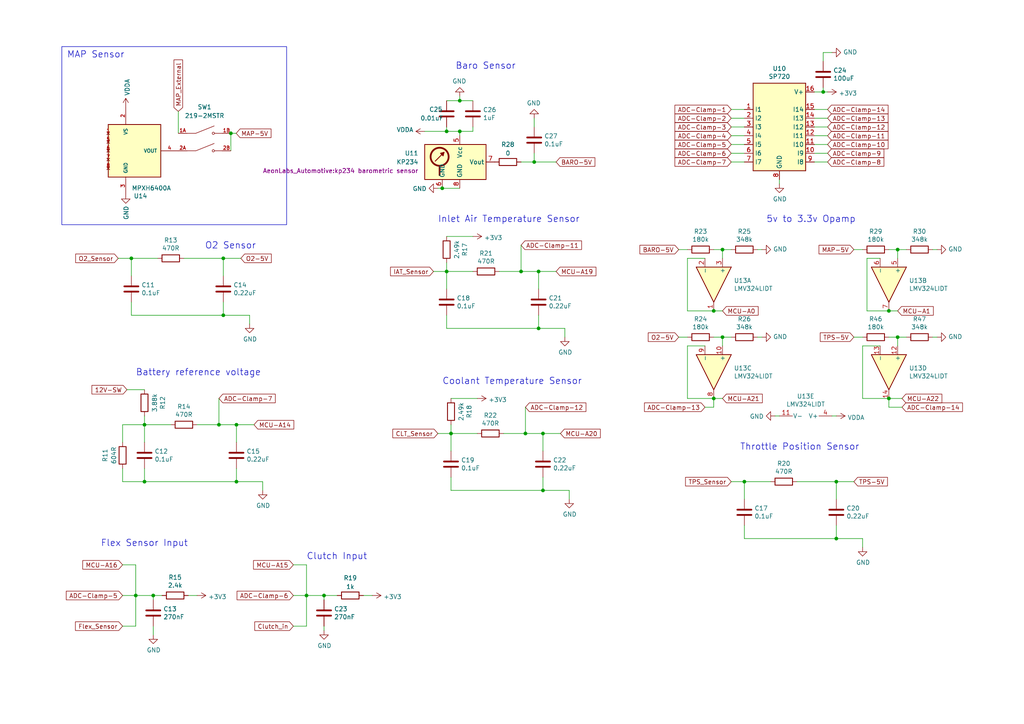
<source format=kicad_sch>
(kicad_sch (version 20230121) (generator eeschema)

  (uuid ccede783-93a9-49b0-a7cd-4796a12bf000)

  (paper "A4")

  (lib_symbols
    (symbol "AeonLabs_Automotive:KP234" (in_bom yes) (on_board yes)
      (property "Reference" "U18" (at -10.8966 2.3114 0)
        (effects (font (size 1.27 1.27)) (justify right))
      )
      (property "Value" "KP234" (at -10.8966 0 0)
        (effects (font (size 1.27 1.27)) (justify right))
      )
      (property "Footprint" "AeonLabs_Automotive:kp234 barometric sensor" (at -10.8966 -2.3114 0)
        (effects (font (size 1.27 1.27)) (justify right))
      )
      (property "Datasheet" "" (at 0 15.24 0)
        (effects (font (size 1.27 1.27)) hide)
      )
      (property "Digikey Part Number" "448-KP234XTMA1CT-ND" (at 19.2024 10.8458 0)
        (effects (font (size 1.27 1.27)) hide)
      )
      (property "Manufacturer_Name" "Infineon" (at 11.1506 12.954 0)
        (effects (font (size 1.27 1.27)) hide)
      )
      (property "Manufacturer_Part_Number" "KP234XTMA1" (at 22.733 13.3096 0)
        (effects (font (size 1.27 1.27)) hide)
      )
      (property "URL" "https://www.digikey.com.au/product-detail/en/infineon-technologies/KP234XTMA1/448-KP234XTMA1CT-ND/12718428" (at -0.1778 20.4216 0)
        (effects (font (size 1.27 1.27)) hide)
      )
      (property "ki_keywords" "absolute pressure sensor" (at 0 0 0)
        (effects (font (size 1.27 1.27)) hide)
      )
      (property "ki_description" "Absolute pressure sensor, 15 to 115kPa, analog output, integrated signal conditioning, temperature compensated, SO package" (at 0 0 0)
        (effects (font (size 1.27 1.27)) hide)
      )
      (symbol "KP234_0_1"
        (circle (center -5.842 1.524) (radius 2.6162)
          (stroke (width 0.508) (type default))
          (fill (type none))
        )
        (polyline
          (pts
            (xy -7.112 0.254)
            (xy -4.572 2.794)
          )
          (stroke (width 0.254) (type default))
          (fill (type none))
        )
        (polyline
          (pts
            (xy -5.842 -1.27)
            (xy -5.842 -3.81)
          )
          (stroke (width 0.508) (type default))
          (fill (type none))
        )
        (polyline
          (pts
            (xy -4.572 2.794)
            (xy -4.826 1.778)
            (xy -5.588 2.54)
            (xy -4.572 2.794)
          )
          (stroke (width 0.254) (type default))
          (fill (type outline))
        )
        (rectangle (start 7.62 5.08) (end -10.16 -5.08)
          (stroke (width 0.254) (type default))
          (fill (type background))
        )
      )
      (symbol "KP234_1_1"
        (pin no_connect line (at 5.08 -5.08 90) (length 2.54) hide
          (name "NC" (effects (font (size 1.27 1.27))))
          (number "1" (effects (font (size 1.27 1.27))))
        )
        (pin no_connect line (at -7.62 -5.08 90) (length 2.54) hide
          (name "NC" (effects (font (size 1.27 1.27))))
          (number "2" (effects (font (size 1.27 1.27))))
        )
        (pin no_connect line (at -2.54 -5.08 90) (length 2.54) hide
          (name "NC" (effects (font (size 1.27 1.27))))
          (number "4" (effects (font (size 1.27 1.27))))
        )
        (pin power_in line (at 0 7.62 270) (length 2.54)
          (name "Vcc" (effects (font (size 1.27 1.27))))
          (number "5" (effects (font (size 1.27 1.27))))
        )
        (pin power_in line (at -5.08 -7.62 90) (length 2.54)
          (name "GND" (effects (font (size 1.27 1.27))))
          (number "6" (effects (font (size 1.27 1.27))))
        )
        (pin output line (at 10.16 0 180) (length 2.54)
          (name "Vout" (effects (font (size 1.27 1.27))))
          (number "7" (effects (font (size 1.27 1.27))))
        )
        (pin power_in line (at 0 -7.62 90) (length 2.54)
          (name "GND" (effects (font (size 1.27 1.27))))
          (number "8" (effects (font (size 1.27 1.27))))
        )
        (pin no_connect line (at 2.54 -5.08 90) (length 2.54) hide
          (name "NC" (effects (font (size 1.27 1.27))))
          (number "8" (effects (font (size 1.27 1.27))))
        )
      )
    )
    (symbol "AeonLabs_Sensors:MPXH6400A_MAP_Sensor" (pin_names (offset 1.016)) (in_bom yes) (on_board yes)
      (property "Reference" "U" (at -5.08 -15.24 0)
        (effects (font (size 1.27 1.27)) (justify left bottom))
      )
      (property "Value" "MPXH6400A" (at -5.08 -17.78 0)
        (effects (font (size 1.27 1.27)) (justify left bottom))
      )
      (property "Footprint" "AeonLabs_Sensors:NXP MAP Sensor" (at 9.8806 13.716 0)
        (effects (font (size 1.27 1.27)) (justify bottom) hide)
      )
      (property "Datasheet" "" (at 0 0 0)
        (effects (font (size 1.27 1.27)) hide)
      )
      (property "MF" "NXP Semiconductors" (at 10.6172 10.0838 0)
        (effects (font (size 1.27 1.27)) (justify bottom) hide)
      )
      (property "Description" "\nBoard Mount Pressure Sensor 0.2V to 4.8V 20kPa to 400kPa Absolute Automotive 8-Pin SSOP Tube\n" (at 5.5626 27.1272 0)
        (effects (font (size 1.27 1.27)) (justify bottom) hide)
      )
      (property "Package" "None" (at 0 0 0)
        (effects (font (size 1.27 1.27)) (justify bottom) hide)
      )
      (property "Price" "None" (at 0 0 0)
        (effects (font (size 1.27 1.27)) (justify bottom) hide)
      )
      (property "SnapEDA_Link" "https://www.snapeda.com/parts/MPXH6400A/NXP+Semiconductors/view-part/?ref=snap" (at 1.7272 17.8054 0)
        (effects (font (size 1.27 1.27)) (justify bottom) hide)
      )
      (property "MP" "MPXH6400A" (at 7.6708 6.223 0)
        (effects (font (size 1.27 1.27)) (justify bottom) hide)
      )
      (property "Availability" "In Stock" (at 21.0566 6.731 0)
        (effects (font (size 1.27 1.27)) (justify bottom) hide)
      )
      (property "Check_prices" "https://www.snapeda.com/parts/MPXH6400A/NXP+Semiconductors/view-part/?ref=eda" (at 1.1176 22.6822 0)
        (effects (font (size 1.27 1.27)) (justify bottom) hide)
      )
      (symbol "MPXH6400A_MAP_Sensor_0_0"
        (rectangle (start -12.7 -12.7) (end 2.54 2.54)
          (stroke (width 0.254) (type default))
          (fill (type background))
        )
        (pin no_connect line (at -12.7 0 0) (length 0)
          (name "~" (effects (font (size 1.016 1.016))))
          (number "1" (effects (font (size 1.016 1.016))))
        )
        (pin power_in line (at -7.62 7.62 270) (length 5.08)
          (name "VS" (effects (font (size 1.016 1.016))))
          (number "2" (effects (font (size 1.016 1.016))))
        )
        (pin power_in line (at -7.62 -17.78 90) (length 5.08)
          (name "GND" (effects (font (size 1.016 1.016))))
          (number "3" (effects (font (size 1.016 1.016))))
        )
        (pin output line (at 7.62 -5.08 180) (length 5.08)
          (name "VOUT" (effects (font (size 1.016 1.016))))
          (number "4" (effects (font (size 1.016 1.016))))
        )
        (pin no_connect line (at -12.7 -2.54 0) (length 0)
          (name "~" (effects (font (size 1.016 1.016))))
          (number "5" (effects (font (size 1.016 1.016))))
        )
        (pin no_connect line (at -12.7 -5.08 0) (length 0)
          (name "~" (effects (font (size 1.016 1.016))))
          (number "6" (effects (font (size 1.016 1.016))))
        )
        (pin no_connect line (at -12.7 -7.62 0) (length 0)
          (name "~" (effects (font (size 1.016 1.016))))
          (number "7" (effects (font (size 1.016 1.016))))
        )
        (pin no_connect line (at -12.7 -10.16 0) (length 0)
          (name "~" (effects (font (size 1.016 1.016))))
          (number "8" (effects (font (size 1.016 1.016))))
        )
      )
    )
    (symbol "AeonLabs_connectors:DIP_switch_2_toggle" (pin_names (offset 1.016)) (in_bom yes) (on_board yes)
      (property "Reference" "S" (at -2.54 5.08 0)
        (effects (font (size 1.27 1.27)) (justify left bottom))
      )
      (property "Value" "219-2MSTR" (at 5.08 13.97 0)
        (effects (font (size 1.27 1.27)) (justify left top))
      )
      (property "Footprint" "AeonLabs_Connectors:Dip Switch 2 toggle" (at 0 8.89 0)
        (effects (font (size 1.27 1.27)) (justify bottom) hide)
      )
      (property "Datasheet" "" (at 0 0 0)
        (effects (font (size 1.27 1.27)) hide)
      )
      (property "STANDARD" "Manufacturer Recommendations" (at 0 7.62 0)
        (effects (font (size 1.27 1.27)) (justify bottom) hide)
      )
      (property "MAXIMUM_PACKAGE_HEIGHT" "3.85mm" (at 0 16.51 0)
        (effects (font (size 1.27 1.27)) (justify bottom) hide)
      )
      (property "MANUFACTURER" "CTS" (at -1.27 12.7 0)
        (effects (font (size 1.27 1.27)) (justify bottom) hide)
      )
      (property "PARTREV" "B" (at 0 0 0)
        (effects (font (size 1.27 1.27)) (justify bottom) hide)
      )
      (symbol "DIP_switch_2_toggle_0_0"
        (polyline
          (pts
            (xy -2.54 -2.54)
            (xy -5.08 -2.54)
          )
          (stroke (width 0.1524) (type default))
          (fill (type none))
        )
        (polyline
          (pts
            (xy -2.54 -2.54)
            (xy 2.794 -0.4064)
          )
          (stroke (width 0.1524) (type default))
          (fill (type none))
        )
        (polyline
          (pts
            (xy -2.54 2.54)
            (xy -5.08 2.54)
          )
          (stroke (width 0.1524) (type default))
          (fill (type none))
        )
        (polyline
          (pts
            (xy -2.54 2.54)
            (xy 2.794 4.6736)
          )
          (stroke (width 0.1524) (type default))
          (fill (type none))
        )
        (polyline
          (pts
            (xy 5.08 -2.54)
            (xy 2.921 -2.54)
          )
          (stroke (width 0.1524) (type default))
          (fill (type none))
        )
        (polyline
          (pts
            (xy 5.08 2.54)
            (xy 2.921 2.54)
          )
          (stroke (width 0.1524) (type default))
          (fill (type none))
        )
        (circle (center 2.54 -2.54) (radius 0.3302)
          (stroke (width 0.1524) (type default))
          (fill (type none))
        )
        (circle (center 2.54 2.54) (radius 0.3302)
          (stroke (width 0.1524) (type default))
          (fill (type none))
        )
        (pin passive line (at -7.62 2.54 0) (length 2.54)
          (name "~" (effects (font (size 1.016 1.016))))
          (number "1A" (effects (font (size 1.016 1.016))))
        )
        (pin passive line (at 7.62 2.54 180) (length 2.54)
          (name "~" (effects (font (size 1.016 1.016))))
          (number "1B" (effects (font (size 1.016 1.016))))
        )
        (pin passive line (at -7.62 -2.54 0) (length 2.54)
          (name "~" (effects (font (size 1.016 1.016))))
          (number "2A" (effects (font (size 1.016 1.016))))
        )
        (pin passive line (at 7.62 -2.54 180) (length 2.54)
          (name "~" (effects (font (size 1.016 1.016))))
          (number "2B" (effects (font (size 1.016 1.016))))
        )
      )
    )
    (symbol "Amplifier_Operational:LMV324" (pin_names (offset 0.127)) (in_bom yes) (on_board yes)
      (property "Reference" "U" (at 0 5.08 0)
        (effects (font (size 1.27 1.27)) (justify left))
      )
      (property "Value" "LMV324" (at 0 -5.08 0)
        (effects (font (size 1.27 1.27)) (justify left))
      )
      (property "Footprint" "" (at -1.27 2.54 0)
        (effects (font (size 1.27 1.27)) hide)
      )
      (property "Datasheet" "http://www.ti.com/lit/ds/symlink/lmv324.pdf" (at 1.27 5.08 0)
        (effects (font (size 1.27 1.27)) hide)
      )
      (property "ki_locked" "" (at 0 0 0)
        (effects (font (size 1.27 1.27)))
      )
      (property "ki_keywords" "quad opamp" (at 0 0 0)
        (effects (font (size 1.27 1.27)) hide)
      )
      (property "ki_description" "Quad Low-Voltage Rail-to-Rail Output Operational Amplifier, SOIC-14/SSOP-14" (at 0 0 0)
        (effects (font (size 1.27 1.27)) hide)
      )
      (property "ki_fp_filters" "SOIC*3.9x8.7mm*P1.27mm* DIP*W7.62mm* TSSOP*4.4x5mm*P0.65mm* SSOP*5.3x6.2mm*P0.65mm* MSOP*3x3mm*P0.5mm*" (at 0 0 0)
        (effects (font (size 1.27 1.27)) hide)
      )
      (symbol "LMV324_1_1"
        (polyline
          (pts
            (xy -5.08 5.08)
            (xy 5.08 0)
            (xy -5.08 -5.08)
            (xy -5.08 5.08)
          )
          (stroke (width 0.254) (type default))
          (fill (type background))
        )
        (pin output line (at 7.62 0 180) (length 2.54)
          (name "~" (effects (font (size 1.27 1.27))))
          (number "1" (effects (font (size 1.27 1.27))))
        )
        (pin input line (at -7.62 -2.54 0) (length 2.54)
          (name "-" (effects (font (size 1.27 1.27))))
          (number "2" (effects (font (size 1.27 1.27))))
        )
        (pin input line (at -7.62 2.54 0) (length 2.54)
          (name "+" (effects (font (size 1.27 1.27))))
          (number "3" (effects (font (size 1.27 1.27))))
        )
      )
      (symbol "LMV324_2_1"
        (polyline
          (pts
            (xy -5.08 5.08)
            (xy 5.08 0)
            (xy -5.08 -5.08)
            (xy -5.08 5.08)
          )
          (stroke (width 0.254) (type default))
          (fill (type background))
        )
        (pin input line (at -7.62 2.54 0) (length 2.54)
          (name "+" (effects (font (size 1.27 1.27))))
          (number "5" (effects (font (size 1.27 1.27))))
        )
        (pin input line (at -7.62 -2.54 0) (length 2.54)
          (name "-" (effects (font (size 1.27 1.27))))
          (number "6" (effects (font (size 1.27 1.27))))
        )
        (pin output line (at 7.62 0 180) (length 2.54)
          (name "~" (effects (font (size 1.27 1.27))))
          (number "7" (effects (font (size 1.27 1.27))))
        )
      )
      (symbol "LMV324_3_1"
        (polyline
          (pts
            (xy -5.08 5.08)
            (xy 5.08 0)
            (xy -5.08 -5.08)
            (xy -5.08 5.08)
          )
          (stroke (width 0.254) (type default))
          (fill (type background))
        )
        (pin input line (at -7.62 2.54 0) (length 2.54)
          (name "+" (effects (font (size 1.27 1.27))))
          (number "10" (effects (font (size 1.27 1.27))))
        )
        (pin output line (at 7.62 0 180) (length 2.54)
          (name "~" (effects (font (size 1.27 1.27))))
          (number "8" (effects (font (size 1.27 1.27))))
        )
        (pin input line (at -7.62 -2.54 0) (length 2.54)
          (name "-" (effects (font (size 1.27 1.27))))
          (number "9" (effects (font (size 1.27 1.27))))
        )
      )
      (symbol "LMV324_4_1"
        (polyline
          (pts
            (xy -5.08 5.08)
            (xy 5.08 0)
            (xy -5.08 -5.08)
            (xy -5.08 5.08)
          )
          (stroke (width 0.254) (type default))
          (fill (type background))
        )
        (pin input line (at -7.62 2.54 0) (length 2.54)
          (name "+" (effects (font (size 1.27 1.27))))
          (number "12" (effects (font (size 1.27 1.27))))
        )
        (pin input line (at -7.62 -2.54 0) (length 2.54)
          (name "-" (effects (font (size 1.27 1.27))))
          (number "13" (effects (font (size 1.27 1.27))))
        )
        (pin output line (at 7.62 0 180) (length 2.54)
          (name "~" (effects (font (size 1.27 1.27))))
          (number "14" (effects (font (size 1.27 1.27))))
        )
      )
      (symbol "LMV324_5_1"
        (pin power_in line (at -2.54 -7.62 90) (length 3.81)
          (name "V-" (effects (font (size 1.27 1.27))))
          (number "11" (effects (font (size 1.27 1.27))))
        )
        (pin power_in line (at -2.54 7.62 270) (length 3.81)
          (name "V+" (effects (font (size 1.27 1.27))))
          (number "4" (effects (font (size 1.27 1.27))))
        )
      )
    )
    (symbol "Device:C" (pin_numbers hide) (pin_names (offset 0.254)) (in_bom yes) (on_board yes)
      (property "Reference" "C" (at 0.635 2.54 0)
        (effects (font (size 1.27 1.27)) (justify left))
      )
      (property "Value" "C" (at 0.635 -2.54 0)
        (effects (font (size 1.27 1.27)) (justify left))
      )
      (property "Footprint" "" (at 0.9652 -3.81 0)
        (effects (font (size 1.27 1.27)) hide)
      )
      (property "Datasheet" "~" (at 0 0 0)
        (effects (font (size 1.27 1.27)) hide)
      )
      (property "ki_keywords" "cap capacitor" (at 0 0 0)
        (effects (font (size 1.27 1.27)) hide)
      )
      (property "ki_description" "Unpolarized capacitor" (at 0 0 0)
        (effects (font (size 1.27 1.27)) hide)
      )
      (property "ki_fp_filters" "C_*" (at 0 0 0)
        (effects (font (size 1.27 1.27)) hide)
      )
      (symbol "C_0_1"
        (polyline
          (pts
            (xy -2.032 -0.762)
            (xy 2.032 -0.762)
          )
          (stroke (width 0.508) (type default))
          (fill (type none))
        )
        (polyline
          (pts
            (xy -2.032 0.762)
            (xy 2.032 0.762)
          )
          (stroke (width 0.508) (type default))
          (fill (type none))
        )
      )
      (symbol "C_1_1"
        (pin passive line (at 0 3.81 270) (length 2.794)
          (name "~" (effects (font (size 1.27 1.27))))
          (number "1" (effects (font (size 1.27 1.27))))
        )
        (pin passive line (at 0 -3.81 90) (length 2.794)
          (name "~" (effects (font (size 1.27 1.27))))
          (number "2" (effects (font (size 1.27 1.27))))
        )
      )
    )
    (symbol "Device:R" (pin_numbers hide) (pin_names (offset 0)) (in_bom yes) (on_board yes)
      (property "Reference" "R" (at 2.032 0 90)
        (effects (font (size 1.27 1.27)))
      )
      (property "Value" "R" (at 0 0 90)
        (effects (font (size 1.27 1.27)))
      )
      (property "Footprint" "" (at -1.778 0 90)
        (effects (font (size 1.27 1.27)) hide)
      )
      (property "Datasheet" "~" (at 0 0 0)
        (effects (font (size 1.27 1.27)) hide)
      )
      (property "ki_keywords" "R res resistor" (at 0 0 0)
        (effects (font (size 1.27 1.27)) hide)
      )
      (property "ki_description" "Resistor" (at 0 0 0)
        (effects (font (size 1.27 1.27)) hide)
      )
      (property "ki_fp_filters" "R_*" (at 0 0 0)
        (effects (font (size 1.27 1.27)) hide)
      )
      (symbol "R_0_1"
        (rectangle (start -1.016 -2.54) (end 1.016 2.54)
          (stroke (width 0.254) (type default))
          (fill (type none))
        )
      )
      (symbol "R_1_1"
        (pin passive line (at 0 3.81 270) (length 1.27)
          (name "~" (effects (font (size 1.27 1.27))))
          (number "1" (effects (font (size 1.27 1.27))))
        )
        (pin passive line (at 0 -3.81 90) (length 1.27)
          (name "~" (effects (font (size 1.27 1.27))))
          (number "2" (effects (font (size 1.27 1.27))))
        )
      )
    )
    (symbol "IC_Automotive:SP720" (in_bom yes) (on_board yes)
      (property "Reference" "U" (at 0 15.875 0)
        (effects (font (size 1.27 1.27)))
      )
      (property "Value" "SP720" (at 0 13.97 0)
        (effects (font (size 1.27 1.27)))
      )
      (property "Footprint" "Package_SO:SOIC-16_3.9x9.9mm_P1.27mm" (at 1.27 -13.97 0)
        (effects (font (size 1.27 1.27)) (justify left) hide)
      )
      (property "Datasheet" "https://m.littelfuse.com/~/media/electronics/datasheets/tvs_diode_arrays/littelfuse_tvs_diode_array_sp720_datasheet.pdf.pdf" (at 2.54 -5.08 0)
        (effects (font (size 1.27 1.27)) hide)
      )
      (property "ki_keywords" "darlington transistor array" (at 0 0 0)
        (effects (font (size 1.27 1.27)) hide)
      )
      (property "ki_description" "High Voltage, High Current Darlington Transistor Arrays, SOIC16W/TSSOP16" (at 0 0 0)
        (effects (font (size 1.27 1.27)) hide)
      )
      (property "ki_fp_filters" "DIP*W7.62mm* SOIC*3.9x9.9mm*P1.27mm* SSOP*4.4x5.2mm*P0.65mm* TSSOP*4.4x5mm*P0.65mm* SOIC*W*5.3x10.2mm*P1.27mm*" (at 0 0 0)
        (effects (font (size 1.27 1.27)) hide)
      )
      (symbol "SP720_0_1"
        (rectangle (start -7.62 -12.7) (end 7.62 12.7)
          (stroke (width 0.254) (type default))
          (fill (type background))
        )
      )
      (symbol "SP720_1_1"
        (pin input line (at -10.16 5.08 0) (length 2.54)
          (name "I1" (effects (font (size 1.27 1.27))))
          (number "1" (effects (font (size 1.27 1.27))))
        )
        (pin input line (at 10.16 -7.62 180) (length 2.54)
          (name "I9" (effects (font (size 1.27 1.27))))
          (number "10" (effects (font (size 1.27 1.27))))
        )
        (pin input line (at 10.16 -5.08 180) (length 2.54)
          (name "I10" (effects (font (size 1.27 1.27))))
          (number "11" (effects (font (size 1.27 1.27))))
        )
        (pin input line (at 10.16 -2.54 180) (length 2.54)
          (name "I11" (effects (font (size 1.27 1.27))))
          (number "12" (effects (font (size 1.27 1.27))))
        )
        (pin input line (at 10.16 0 180) (length 2.54)
          (name "I12" (effects (font (size 1.27 1.27))))
          (number "13" (effects (font (size 1.27 1.27))))
        )
        (pin open_collector line (at 10.16 2.54 180) (length 2.54)
          (name "I13" (effects (font (size 1.27 1.27))))
          (number "14" (effects (font (size 1.27 1.27))))
        )
        (pin input line (at 10.16 5.08 180) (length 2.54)
          (name "I14" (effects (font (size 1.27 1.27))))
          (number "15" (effects (font (size 1.27 1.27))))
        )
        (pin power_in line (at 10.16 10.16 180) (length 2.54)
          (name "V+" (effects (font (size 1.27 1.27))))
          (number "16" (effects (font (size 1.27 1.27))))
        )
        (pin input line (at -10.16 2.54 0) (length 2.54)
          (name "I2" (effects (font (size 1.27 1.27))))
          (number "2" (effects (font (size 1.27 1.27))))
        )
        (pin input line (at -10.16 0 0) (length 2.54)
          (name "I3" (effects (font (size 1.27 1.27))))
          (number "3" (effects (font (size 1.27 1.27))))
        )
        (pin input line (at -10.16 -2.54 0) (length 2.54)
          (name "I4" (effects (font (size 1.27 1.27))))
          (number "4" (effects (font (size 1.27 1.27))))
        )
        (pin input line (at -10.16 -5.08 0) (length 2.54)
          (name "I5" (effects (font (size 1.27 1.27))))
          (number "5" (effects (font (size 1.27 1.27))))
        )
        (pin input line (at -10.16 -7.62 0) (length 2.54)
          (name "I6" (effects (font (size 1.27 1.27))))
          (number "6" (effects (font (size 1.27 1.27))))
        )
        (pin input line (at -10.16 -10.16 0) (length 2.54)
          (name "I7" (effects (font (size 1.27 1.27))))
          (number "7" (effects (font (size 1.27 1.27))))
        )
        (pin power_in line (at 0 -15.24 90) (length 2.54)
          (name "GND" (effects (font (size 1.27 1.27))))
          (number "8" (effects (font (size 1.27 1.27))))
        )
        (pin input line (at 10.16 -10.16 180) (length 2.54)
          (name "I8" (effects (font (size 1.27 1.27))))
          (number "9" (effects (font (size 1.27 1.27))))
        )
      )
    )
    (symbol "power:+3V3" (power) (pin_names (offset 0)) (in_bom yes) (on_board yes)
      (property "Reference" "#PWR" (at 0 -3.81 0)
        (effects (font (size 1.27 1.27)) hide)
      )
      (property "Value" "+3V3" (at 0 3.556 0)
        (effects (font (size 1.27 1.27)))
      )
      (property "Footprint" "" (at 0 0 0)
        (effects (font (size 1.27 1.27)) hide)
      )
      (property "Datasheet" "" (at 0 0 0)
        (effects (font (size 1.27 1.27)) hide)
      )
      (property "ki_keywords" "power-flag" (at 0 0 0)
        (effects (font (size 1.27 1.27)) hide)
      )
      (property "ki_description" "Power symbol creates a global label with name \"+3V3\"" (at 0 0 0)
        (effects (font (size 1.27 1.27)) hide)
      )
      (symbol "+3V3_0_1"
        (polyline
          (pts
            (xy -0.762 1.27)
            (xy 0 2.54)
          )
          (stroke (width 0) (type default))
          (fill (type none))
        )
        (polyline
          (pts
            (xy 0 0)
            (xy 0 2.54)
          )
          (stroke (width 0) (type default))
          (fill (type none))
        )
        (polyline
          (pts
            (xy 0 2.54)
            (xy 0.762 1.27)
          )
          (stroke (width 0) (type default))
          (fill (type none))
        )
      )
      (symbol "+3V3_1_1"
        (pin power_in line (at 0 0 90) (length 0) hide
          (name "+3V3" (effects (font (size 1.27 1.27))))
          (number "1" (effects (font (size 1.27 1.27))))
        )
      )
    )
    (symbol "power:GND" (power) (pin_names (offset 0)) (in_bom yes) (on_board yes)
      (property "Reference" "#PWR" (at 0 -6.35 0)
        (effects (font (size 1.27 1.27)) hide)
      )
      (property "Value" "GND" (at 0 -3.81 0)
        (effects (font (size 1.27 1.27)))
      )
      (property "Footprint" "" (at 0 0 0)
        (effects (font (size 1.27 1.27)) hide)
      )
      (property "Datasheet" "" (at 0 0 0)
        (effects (font (size 1.27 1.27)) hide)
      )
      (property "ki_keywords" "power-flag" (at 0 0 0)
        (effects (font (size 1.27 1.27)) hide)
      )
      (property "ki_description" "Power symbol creates a global label with name \"GND\" , ground" (at 0 0 0)
        (effects (font (size 1.27 1.27)) hide)
      )
      (symbol "GND_0_1"
        (polyline
          (pts
            (xy 0 0)
            (xy 0 -1.27)
            (xy 1.27 -1.27)
            (xy 0 -2.54)
            (xy -1.27 -1.27)
            (xy 0 -1.27)
          )
          (stroke (width 0) (type default))
          (fill (type none))
        )
      )
      (symbol "GND_1_1"
        (pin power_in line (at 0 0 270) (length 0) hide
          (name "GND" (effects (font (size 1.27 1.27))))
          (number "1" (effects (font (size 1.27 1.27))))
        )
      )
    )
    (symbol "power:VDDA" (power) (pin_names (offset 0)) (in_bom yes) (on_board yes)
      (property "Reference" "#PWR" (at 0 -3.81 0)
        (effects (font (size 1.27 1.27)) hide)
      )
      (property "Value" "VDDA" (at 0 3.81 0)
        (effects (font (size 1.27 1.27)))
      )
      (property "Footprint" "" (at 0 0 0)
        (effects (font (size 1.27 1.27)) hide)
      )
      (property "Datasheet" "" (at 0 0 0)
        (effects (font (size 1.27 1.27)) hide)
      )
      (property "ki_keywords" "power-flag" (at 0 0 0)
        (effects (font (size 1.27 1.27)) hide)
      )
      (property "ki_description" "Power symbol creates a global label with name \"VDDA\"" (at 0 0 0)
        (effects (font (size 1.27 1.27)) hide)
      )
      (symbol "VDDA_0_1"
        (polyline
          (pts
            (xy -0.762 1.27)
            (xy 0 2.54)
          )
          (stroke (width 0) (type default))
          (fill (type none))
        )
        (polyline
          (pts
            (xy 0 0)
            (xy 0 2.54)
          )
          (stroke (width 0) (type default))
          (fill (type none))
        )
        (polyline
          (pts
            (xy 0 2.54)
            (xy 0.762 1.27)
          )
          (stroke (width 0) (type default))
          (fill (type none))
        )
      )
      (symbol "VDDA_1_1"
        (pin power_in line (at 0 0 90) (length 0) hide
          (name "VDDA" (effects (font (size 1.27 1.27))))
          (number "1" (effects (font (size 1.27 1.27))))
        )
      )
    )
  )

  (junction (at 133.35 29.21) (diameter 0) (color 0 0 0 0)
    (uuid 01ebb1b5-4c7a-4fd8-a863-f7885885459b)
  )
  (junction (at 38.1 74.93) (diameter 0) (color 0 0 0 0)
    (uuid 02ec16b9-8ced-4159-b64a-a036b5169347)
  )
  (junction (at 238.76 26.67) (diameter 0) (color 0 0 0 0)
    (uuid 02f85410-863e-48c8-849b-9fc5ad38babb)
  )
  (junction (at 207.01 115.57) (diameter 0) (color 0 0 0 0)
    (uuid 057f577a-da05-4652-b4f1-b1c06a61af8e)
  )
  (junction (at 130.81 125.73) (diameter 0) (color 0 0 0 0)
    (uuid 0cafc14b-f536-4892-b5cc-930cd5178ba5)
  )
  (junction (at 151.13 78.74) (diameter 0) (color 0 0 0 0)
    (uuid 0d78641b-edc7-4450-a48f-bfe8a3b1ad84)
  )
  (junction (at 93.98 172.72) (diameter 0) (color 0 0 0 0)
    (uuid 1073e2ab-1f15-45c5-9f39-a4ed310932b4)
  )
  (junction (at 129.54 78.74) (diameter 0) (color 0 0 0 0)
    (uuid 1bc35a90-2e1e-44d4-9386-2d78925a343d)
  )
  (junction (at 129.54 38.1) (diameter 0) (color 0 0 0 0)
    (uuid 1f1e1f50-1ddd-40fb-9a0a-a43d3501dfbb)
  )
  (junction (at 128.27 54.61) (diameter 0) (color 0 0 0 0)
    (uuid 23f96996-e646-4174-aad7-4e6594ba76c9)
  )
  (junction (at 64.77 74.93) (diameter 0) (color 0 0 0 0)
    (uuid 2fb54775-d79c-4284-937b-074a341542c0)
  )
  (junction (at 209.55 72.39) (diameter 0) (color 0 0 0 0)
    (uuid 32581baf-7d40-40cc-afc9-7d4297c2f750)
  )
  (junction (at 39.37 172.72) (diameter 0) (color 0 0 0 0)
    (uuid 3311faf7-cebf-4b03-887f-81682eb2d766)
  )
  (junction (at 63.5 123.19) (diameter 0) (color 0 0 0 0)
    (uuid 35c609f9-352f-4c85-9d67-585c7489a901)
  )
  (junction (at 242.57 156.21) (diameter 0) (color 0 0 0 0)
    (uuid 36eff4c0-1976-49d5-b59b-797378c32509)
  )
  (junction (at 152.4 125.73) (diameter 0) (color 0 0 0 0)
    (uuid 457414fa-b593-4517-bade-fcce1e588e6f)
  )
  (junction (at 156.21 95.25) (diameter 0) (color 0 0 0 0)
    (uuid 4b0c9818-eda9-4067-a06b-8fdf47377aa6)
  )
  (junction (at 154.94 46.99) (diameter 0) (color 0 0 0 0)
    (uuid 52c4e66b-718b-4a2d-8a16-a62432c8fa45)
  )
  (junction (at 156.21 78.74) (diameter 0) (color 0 0 0 0)
    (uuid 553bb430-285d-4d73-9ba1-7041f1f78be4)
  )
  (junction (at 157.48 142.24) (diameter 0) (color 0 0 0 0)
    (uuid 6e07c130-5b34-45ee-9206-a5a5d00d69d0)
  )
  (junction (at 44.45 172.72) (diameter 0) (color 0 0 0 0)
    (uuid 77db9235-89b0-4b41-9039-5e76b93e13e4)
  )
  (junction (at 260.35 72.39) (diameter 0) (color 0 0 0 0)
    (uuid 80a00ffb-c6b0-43d4-8459-54561e7cbe63)
  )
  (junction (at 215.9 139.7) (diameter 0) (color 0 0 0 0)
    (uuid 812c7326-9f47-490c-bc77-b09227e4dc12)
  )
  (junction (at 157.48 125.73) (diameter 0) (color 0 0 0 0)
    (uuid 81d287ee-b1c9-4e98-8d66-e001cfe607e2)
  )
  (junction (at 88.9 172.72) (diameter 0) (color 0 0 0 0)
    (uuid 83eaa170-0f51-4bb4-af91-7a5a243a201c)
  )
  (junction (at 68.58 139.7) (diameter 0) (color 0 0 0 0)
    (uuid 841b60a4-3888-4360-a243-d963cd11ff0b)
  )
  (junction (at 257.81 90.17) (diameter 0) (color 0 0 0 0)
    (uuid 84ffbb13-b4ed-4870-b8de-b6d78fbf3794)
  )
  (junction (at 257.81 115.57) (diameter 0) (color 0 0 0 0)
    (uuid 8b11bd4c-2f2d-49bf-80dd-eebab4f3d582)
  )
  (junction (at 133.35 38.1) (diameter 0) (color 0 0 0 0)
    (uuid 8edccde1-1622-4d2c-a78d-855f9cb558c8)
  )
  (junction (at 242.57 139.7) (diameter 0) (color 0 0 0 0)
    (uuid a54b186a-8d17-4a21-884a-5b526af7b72c)
  )
  (junction (at 207.01 90.17) (diameter 0) (color 0 0 0 0)
    (uuid ae2d78ff-28fa-4915-bc4e-446da5c863a6)
  )
  (junction (at 64.77 91.44) (diameter 0) (color 0 0 0 0)
    (uuid b17dd536-2223-4307-bbd7-af5522fb3c6e)
  )
  (junction (at 41.91 139.7) (diameter 0) (color 0 0 0 0)
    (uuid b36f4ff6-46a0-4150-af1c-46dc28f62df6)
  )
  (junction (at 41.91 123.19) (diameter 0) (color 0 0 0 0)
    (uuid d259bb40-e8a4-4e9b-98e7-f72ee6c85196)
  )
  (junction (at 66.9544 38.6588) (diameter 0) (color 0 0 0 0)
    (uuid dd30a684-6eba-425a-8860-301394fcaedc)
  )
  (junction (at 209.55 97.79) (diameter 0) (color 0 0 0 0)
    (uuid f3357485-b6db-4c56-9f2d-9071ae2e39a7)
  )
  (junction (at 260.35 97.79) (diameter 0) (color 0 0 0 0)
    (uuid f488e431-44e6-4c3b-b784-b22fbf6c9f9e)
  )
  (junction (at 68.58 123.19) (diameter 0) (color 0 0 0 0)
    (uuid f6d3480a-d038-4bb0-9cfd-2776b823ad69)
  )

  (wire (pts (xy 44.45 172.72) (xy 39.37 172.72))
    (stroke (width 0) (type default))
    (uuid 02426097-2343-483f-9184-b1021f11f671)
  )
  (wire (pts (xy 241.3 15.24) (xy 238.76 15.24))
    (stroke (width 0) (type default))
    (uuid 02c43930-2c0e-49d9-b811-155189160739)
  )
  (wire (pts (xy 151.13 46.99) (xy 154.94 46.99))
    (stroke (width 0) (type default))
    (uuid 03b950cc-d086-4154-951c-1c9f8a654f3a)
  )
  (wire (pts (xy 130.81 142.24) (xy 157.48 142.24))
    (stroke (width 0) (type default))
    (uuid 04f1532c-8d16-484e-8d57-c4c0ef200762)
  )
  (wire (pts (xy 257.81 97.79) (xy 260.35 97.79))
    (stroke (width 0) (type default))
    (uuid 06b3ddc6-f223-4c67-be11-cd55ca91c6ca)
  )
  (wire (pts (xy 247.65 139.7) (xy 242.57 139.7))
    (stroke (width 0) (type default))
    (uuid 06ee2874-4b82-4b55-b016-c85a75ade34d)
  )
  (wire (pts (xy 199.39 100.33) (xy 199.39 115.57))
    (stroke (width 0) (type default))
    (uuid 06f480c7-d638-416c-8c08-ed98d430fece)
  )
  (wire (pts (xy 44.45 173.99) (xy 44.45 172.72))
    (stroke (width 0) (type default))
    (uuid 0757ecdd-1a4f-4f75-825e-ff54cc68895a)
  )
  (wire (pts (xy 57.15 123.19) (xy 63.5 123.19))
    (stroke (width 0) (type default))
    (uuid 077ffb99-1963-4e46-a9b2-3ff435a9e6e6)
  )
  (wire (pts (xy 144.78 78.74) (xy 151.13 78.74))
    (stroke (width 0) (type default))
    (uuid 08af2bdd-3ae2-44a1-bf78-f2c6d296d24f)
  )
  (wire (pts (xy 66.9544 38.6588) (xy 66.9544 43.7388))
    (stroke (width 0) (type default))
    (uuid 1009f454-79b9-4428-9df0-3e442fc41202)
  )
  (wire (pts (xy 207.01 118.11) (xy 207.01 115.57))
    (stroke (width 0) (type default))
    (uuid 1316ffae-54b5-461f-a1c3-c1dcd4a8204c)
  )
  (wire (pts (xy 236.22 44.45) (xy 240.03 44.45))
    (stroke (width 0) (type default))
    (uuid 15a65612-f6a1-48be-8425-8f5afb06c4fd)
  )
  (wire (pts (xy 129.54 29.21) (xy 133.35 29.21))
    (stroke (width 0) (type default))
    (uuid 17351e56-0567-400c-b857-33ebfb1e9b1b)
  )
  (wire (pts (xy 157.48 125.73) (xy 157.48 130.81))
    (stroke (width 0) (type default))
    (uuid 18a6789b-b42c-4957-88a1-b9b8dd693fe5)
  )
  (wire (pts (xy 165.1 142.24) (xy 165.1 144.78))
    (stroke (width 0) (type default))
    (uuid 1b105113-f935-471e-9300-f012e6cf9008)
  )
  (wire (pts (xy 261.62 115.57) (xy 257.81 115.57))
    (stroke (width 0) (type default))
    (uuid 1c2060be-3fa9-499b-b71b-36291f0bcaa4)
  )
  (wire (pts (xy 88.9 181.61) (xy 88.9 172.72))
    (stroke (width 0) (type default))
    (uuid 2019d1cb-3f44-4350-b567-07ec343b7ded)
  )
  (wire (pts (xy 73.66 123.19) (xy 68.58 123.19))
    (stroke (width 0) (type default))
    (uuid 20f6c779-84ec-434d-9450-be8962723611)
  )
  (wire (pts (xy 41.91 120.65) (xy 41.91 123.19))
    (stroke (width 0) (type default))
    (uuid 212fab70-46ac-4f1d-b2eb-d01b0293c9c2)
  )
  (wire (pts (xy 240.03 41.91) (xy 236.22 41.91))
    (stroke (width 0) (type default))
    (uuid 229202cd-20dc-4eab-ac2e-7f028bc91419)
  )
  (wire (pts (xy 39.37 172.72) (xy 35.56 172.72))
    (stroke (width 0) (type default))
    (uuid 22b553ec-39b6-4275-9347-df53a7c0db1d)
  )
  (wire (pts (xy 76.2 139.7) (xy 76.2 142.24))
    (stroke (width 0) (type default))
    (uuid 23d35687-89bf-4cdc-87c6-80e91910a1b5)
  )
  (wire (pts (xy 88.9 163.83) (xy 88.9 172.72))
    (stroke (width 0) (type default))
    (uuid 2419f267-078b-4cc4-8bea-095fc4b6eff9)
  )
  (wire (pts (xy 85.09 172.72) (xy 88.9 172.72))
    (stroke (width 0) (type default))
    (uuid 24798a3e-514c-4324-a45c-9c58f6104d10)
  )
  (wire (pts (xy 129.54 83.82) (xy 129.54 78.74))
    (stroke (width 0) (type default))
    (uuid 247aefbe-08fc-456d-8e00-246e541d8cde)
  )
  (wire (pts (xy 215.9 44.45) (xy 212.09 44.45))
    (stroke (width 0) (type default))
    (uuid 24b64ffb-7853-4419-8940-26e5b893d875)
  )
  (wire (pts (xy 251.46 90.17) (xy 257.81 90.17))
    (stroke (width 0) (type default))
    (uuid 25ae00e7-d432-41ff-a53a-cf1dc3a4c65b)
  )
  (wire (pts (xy 68.58 135.89) (xy 68.58 139.7))
    (stroke (width 0) (type default))
    (uuid 260a063d-601d-4ab7-899e-b152bac081ed)
  )
  (wire (pts (xy 154.94 34.29) (xy 154.94 36.83))
    (stroke (width 0) (type default))
    (uuid 264fb2aa-5efe-4c17-9303-ca0d68ae4eca)
  )
  (wire (pts (xy 251.46 74.93) (xy 251.46 90.17))
    (stroke (width 0) (type default))
    (uuid 2881b16f-9b95-4d0f-aae8-f18dc06e2414)
  )
  (wire (pts (xy 129.54 91.44) (xy 129.54 95.25))
    (stroke (width 0) (type default))
    (uuid 2c836384-8c35-4409-aab3-e6686cc09701)
  )
  (wire (pts (xy 93.98 172.72) (xy 97.79 172.72))
    (stroke (width 0) (type default))
    (uuid 2d475672-af82-4b88-83ca-3c30f2719f72)
  )
  (wire (pts (xy 151.13 71.12) (xy 151.13 78.74))
    (stroke (width 0) (type default))
    (uuid 2e7c06c0-a412-4c3a-b490-9aec08573322)
  )
  (wire (pts (xy 231.14 139.7) (xy 242.57 139.7))
    (stroke (width 0) (type default))
    (uuid 2f6ff2cb-c1c6-4a04-b4e8-f633c0bc46bc)
  )
  (wire (pts (xy 199.39 74.93) (xy 204.47 74.93))
    (stroke (width 0) (type default))
    (uuid 30313d19-a7f5-41cb-b853-40d1cc09c957)
  )
  (wire (pts (xy 215.9 139.7) (xy 223.52 139.7))
    (stroke (width 0) (type default))
    (uuid 32ffa73f-a777-4724-b8ef-1ba30c979ef3)
  )
  (wire (pts (xy 154.94 46.99) (xy 154.94 44.45))
    (stroke (width 0) (type default))
    (uuid 33a82f10-4417-4c64-86a9-b3ba692dd44c)
  )
  (wire (pts (xy 162.56 125.73) (xy 157.48 125.73))
    (stroke (width 0) (type default))
    (uuid 34ca9643-55f1-41a0-8b8d-f013c74f3f19)
  )
  (wire (pts (xy 129.54 36.83) (xy 129.54 38.1))
    (stroke (width 0) (type default))
    (uuid 366c129a-725d-4148-83c6-a739290fcf1f)
  )
  (wire (pts (xy 39.37 163.83) (xy 39.37 172.72))
    (stroke (width 0) (type default))
    (uuid 37f83d32-45f1-46b2-96b2-a40681275916)
  )
  (wire (pts (xy 129.54 76.2) (xy 129.54 78.74))
    (stroke (width 0) (type default))
    (uuid 3ada0be8-da35-44c8-955a-6120b56b8413)
  )
  (wire (pts (xy 53.34 74.93) (xy 64.77 74.93))
    (stroke (width 0) (type default))
    (uuid 3c290281-20de-41f6-ac4d-d67acc3d12c1)
  )
  (wire (pts (xy 261.62 118.11) (xy 257.81 118.11))
    (stroke (width 0) (type default))
    (uuid 3d517e64-c57c-4b63-ac24-3a91be578050)
  )
  (wire (pts (xy 209.55 90.17) (xy 207.01 90.17))
    (stroke (width 0) (type default))
    (uuid 3d532bb5-150e-451b-823b-48e360f864e1)
  )
  (wire (pts (xy 129.54 78.74) (xy 137.16 78.74))
    (stroke (width 0) (type default))
    (uuid 3ea45e28-aa10-4b97-8d16-c3155f0b65ec)
  )
  (wire (pts (xy 156.21 78.74) (xy 156.21 83.82))
    (stroke (width 0) (type default))
    (uuid 47215b44-a81b-4ade-87da-de4829e949c3)
  )
  (wire (pts (xy 64.77 74.93) (xy 64.77 80.01))
    (stroke (width 0) (type default))
    (uuid 481013dc-bc25-405b-bacc-288aa14b2440)
  )
  (wire (pts (xy 130.81 125.73) (xy 138.43 125.73))
    (stroke (width 0) (type default))
    (uuid 48c8bfcf-1c00-4ca3-802b-d71b23cd48eb)
  )
  (wire (pts (xy 270.51 97.79) (xy 271.78 97.79))
    (stroke (width 0) (type default))
    (uuid 4924a752-cd9f-47c4-9844-b55324c55159)
  )
  (wire (pts (xy 39.37 181.61) (xy 39.37 172.72))
    (stroke (width 0) (type default))
    (uuid 49b3f8e5-beb0-46c0-af33-92b06a5bdff5)
  )
  (wire (pts (xy 209.55 74.93) (xy 209.55 72.39))
    (stroke (width 0) (type default))
    (uuid 4a5b4456-9bfa-4ab6-b9b8-d82d95ac2986)
  )
  (wire (pts (xy 35.56 163.83) (xy 39.37 163.83))
    (stroke (width 0) (type default))
    (uuid 4b9cce0d-afc3-48b9-a22f-0ea23c5574b8)
  )
  (wire (pts (xy 93.98 173.99) (xy 93.98 172.72))
    (stroke (width 0) (type default))
    (uuid 4d4aee85-73f0-4d61-ad79-1fd8c17096f5)
  )
  (wire (pts (xy 137.16 68.58) (xy 129.54 68.58))
    (stroke (width 0) (type default))
    (uuid 500e2473-3bc1-46cb-835d-f8e87e98cf99)
  )
  (wire (pts (xy 260.35 100.33) (xy 260.35 97.79))
    (stroke (width 0) (type default))
    (uuid 504320bd-cfa7-4952-b386-fafd8ac8a19a)
  )
  (wire (pts (xy 250.19 100.33) (xy 250.19 115.57))
    (stroke (width 0) (type default))
    (uuid 50d65e93-702d-4ba8-9a3f-2303421ae781)
  )
  (wire (pts (xy 38.1 87.63) (xy 38.1 91.44))
    (stroke (width 0) (type default))
    (uuid 517fe8b5-abe1-47f3-bd04-31a108d66d3b)
  )
  (wire (pts (xy 51.7144 32.3088) (xy 51.7144 38.6588))
    (stroke (width 0) (type default))
    (uuid 51bf7a25-09cb-458d-97aa-3ccc536fdded)
  )
  (wire (pts (xy 204.47 118.11) (xy 207.01 118.11))
    (stroke (width 0) (type default))
    (uuid 5292f98b-2c83-4c64-93e5-363a90dff236)
  )
  (wire (pts (xy 260.35 72.39) (xy 262.89 72.39))
    (stroke (width 0) (type default))
    (uuid 52b77203-9fa1-49a6-a943-3088813eead3)
  )
  (wire (pts (xy 68.58 139.7) (xy 76.2 139.7))
    (stroke (width 0) (type default))
    (uuid 550c820d-e7db-4041-b6f7-f5c9700443db)
  )
  (wire (pts (xy 68.58 123.19) (xy 68.58 128.27))
    (stroke (width 0) (type default))
    (uuid 56a6243c-1598-45e5-bfe0-832d04778962)
  )
  (wire (pts (xy 260.35 72.39) (xy 257.81 72.39))
    (stroke (width 0) (type default))
    (uuid 5b8e2a6e-19a1-4cad-855c-93ae9185f244)
  )
  (wire (pts (xy 247.65 97.79) (xy 250.19 97.79))
    (stroke (width 0) (type default))
    (uuid 5c0dc6f1-5f68-4cef-b58d-9e7c22be5cc8)
  )
  (wire (pts (xy 63.5 115.57) (xy 63.5 123.19))
    (stroke (width 0) (type default))
    (uuid 5f23ccf3-ec1a-4dd1-8f0a-0430bcbee28b)
  )
  (wire (pts (xy 215.9 156.21) (xy 242.57 156.21))
    (stroke (width 0) (type default))
    (uuid 5f8b7365-9635-4779-b318-d634b1a5feeb)
  )
  (wire (pts (xy 209.55 72.39) (xy 212.09 72.39))
    (stroke (width 0) (type default))
    (uuid 5fd2b760-c016-4b2d-b398-e9b65921961f)
  )
  (wire (pts (xy 64.77 87.63) (xy 64.77 91.44))
    (stroke (width 0) (type default))
    (uuid 5ffeb525-fdbf-4755-b592-8d08c6d7cfa4)
  )
  (wire (pts (xy 163.83 95.25) (xy 163.83 97.79))
    (stroke (width 0) (type default))
    (uuid 6102e9b2-d790-4579-8625-186bfd8244c8)
  )
  (wire (pts (xy 207.01 90.17) (xy 199.39 90.17))
    (stroke (width 0) (type default))
    (uuid 612da227-f4dc-426d-b00c-940d45a8aedd)
  )
  (wire (pts (xy 250.19 115.57) (xy 257.81 115.57))
    (stroke (width 0) (type default))
    (uuid 63064acd-9f8b-4107-bde9-40f5b0a7304c)
  )
  (wire (pts (xy 220.98 72.39) (xy 219.71 72.39))
    (stroke (width 0) (type default))
    (uuid 661e63a6-57d4-4bd6-8435-e9e47baf2ef9)
  )
  (wire (pts (xy 41.91 139.7) (xy 68.58 139.7))
    (stroke (width 0) (type default))
    (uuid 6636101f-621a-4b4e-9672-a9efe1298b31)
  )
  (wire (pts (xy 85.09 181.61) (xy 88.9 181.61))
    (stroke (width 0) (type default))
    (uuid 673f1a23-6661-4620-90df-f91c1a23f2f1)
  )
  (wire (pts (xy 204.47 100.33) (xy 199.39 100.33))
    (stroke (width 0) (type default))
    (uuid 67c7719e-37e3-4339-8047-6d0a6be74bdd)
  )
  (wire (pts (xy 46.99 172.72) (xy 44.45 172.72))
    (stroke (width 0) (type default))
    (uuid 67dca7e5-24d8-4654-9579-d6404307654b)
  )
  (wire (pts (xy 44.45 184.15) (xy 44.45 181.61))
    (stroke (width 0) (type default))
    (uuid 68310a47-af11-4665-bffb-5d4b7b98d48d)
  )
  (wire (pts (xy 130.81 138.43) (xy 130.81 142.24))
    (stroke (width 0) (type default))
    (uuid 6955963b-8487-459d-9325-b624685016d5)
  )
  (wire (pts (xy 35.56 123.19) (xy 41.91 123.19))
    (stroke (width 0) (type default))
    (uuid 6acb6da2-844a-4020-92c2-5034992a34c7)
  )
  (wire (pts (xy 242.57 152.4) (xy 242.57 156.21))
    (stroke (width 0) (type default))
    (uuid 6b08f18d-ebc4-485c-b201-b0a3da017cc7)
  )
  (wire (pts (xy 41.91 128.27) (xy 41.91 123.19))
    (stroke (width 0) (type default))
    (uuid 6bd9f3aa-d4fa-4a08-8adf-fe9de5f6b829)
  )
  (wire (pts (xy 41.91 135.89) (xy 41.91 139.7))
    (stroke (width 0) (type default))
    (uuid 706c7d9e-7199-40e6-b700-2d77bf0a1288)
  )
  (wire (pts (xy 242.57 156.21) (xy 250.19 156.21))
    (stroke (width 0) (type default))
    (uuid 70a35105-d545-42a1-9a84-51322df082cf)
  )
  (wire (pts (xy 35.56 139.7) (xy 41.91 139.7))
    (stroke (width 0) (type default))
    (uuid 7191ae26-09cc-4bce-bcac-88fc79a741e5)
  )
  (wire (pts (xy 137.16 36.83) (xy 137.16 38.1))
    (stroke (width 0) (type default))
    (uuid 7537aea0-b388-442a-aef3-c0c533ab4f03)
  )
  (wire (pts (xy 196.85 72.39) (xy 199.39 72.39))
    (stroke (width 0) (type default))
    (uuid 77f6b099-fdbd-45a8-8eb2-08a3503ba2ff)
  )
  (wire (pts (xy 138.43 115.57) (xy 130.81 115.57))
    (stroke (width 0) (type default))
    (uuid 789d0af3-17d6-4866-acf0-740ccb25d44c)
  )
  (wire (pts (xy 240.03 31.75) (xy 236.22 31.75))
    (stroke (width 0) (type default))
    (uuid 7b4da999-f9e4-4c1d-bc75-0b3a3ebad32a)
  )
  (wire (pts (xy 157.48 138.43) (xy 157.48 142.24))
    (stroke (width 0) (type default))
    (uuid 7ba34541-1b23-4c8f-ac1d-75271d5cdb08)
  )
  (wire (pts (xy 212.09 36.83) (xy 215.9 36.83))
    (stroke (width 0) (type default))
    (uuid 7e10a58d-fe7d-4568-996c-0de17e1e75d4)
  )
  (wire (pts (xy 215.9 144.78) (xy 215.9 139.7))
    (stroke (width 0) (type default))
    (uuid 7f007442-1bf8-4450-8380-2d84bad4d42b)
  )
  (wire (pts (xy 36.83 113.03) (xy 41.91 113.03))
    (stroke (width 0) (type default))
    (uuid 816d9601-af08-4260-a966-ab159c080a6c)
  )
  (wire (pts (xy 69.85 74.93) (xy 64.77 74.93))
    (stroke (width 0) (type default))
    (uuid 8397bcb6-889d-4112-9b1d-1609ea642902)
  )
  (wire (pts (xy 151.13 78.74) (xy 156.21 78.74))
    (stroke (width 0) (type default))
    (uuid 860ad0d1-0e9f-4cf2-b8b1-c3a4c362202d)
  )
  (wire (pts (xy 125.73 78.74) (xy 129.54 78.74))
    (stroke (width 0) (type default))
    (uuid 870f2d65-523e-4f16-bf6a-2290580317d0)
  )
  (wire (pts (xy 34.29 74.93) (xy 38.1 74.93))
    (stroke (width 0) (type default))
    (uuid 87f5ec38-2a05-4503-8a7c-cc110ea9ab29)
  )
  (wire (pts (xy 215.9 152.4) (xy 215.9 156.21))
    (stroke (width 0) (type default))
    (uuid 8a349ad4-c825-4e9b-8a78-7b8468a25c23)
  )
  (wire (pts (xy 209.55 72.39) (xy 207.01 72.39))
    (stroke (width 0) (type default))
    (uuid 8a6d0e9f-35fd-49b4-bcfd-bf4c1393d045)
  )
  (wire (pts (xy 199.39 115.57) (xy 207.01 115.57))
    (stroke (width 0) (type default))
    (uuid 8b250678-8232-4131-9946-a13ccccf913d)
  )
  (wire (pts (xy 260.35 90.17) (xy 257.81 90.17))
    (stroke (width 0) (type default))
    (uuid 8b6e1462-8690-40c9-8c39-24bfd9390187)
  )
  (wire (pts (xy 54.61 172.72) (xy 57.15 172.72))
    (stroke (width 0) (type default))
    (uuid 8bf37a13-e175-4246-a4f0-4ab526c58c2e)
  )
  (wire (pts (xy 238.76 15.24) (xy 238.76 17.78))
    (stroke (width 0) (type default))
    (uuid 8c58b9c6-42fa-43ad-a456-e387b2c947c3)
  )
  (wire (pts (xy 38.1 91.44) (xy 64.77 91.44))
    (stroke (width 0) (type default))
    (uuid 8e01aaa1-ac82-4958-a118-f2ebc18eeeb3)
  )
  (wire (pts (xy 156.21 95.25) (xy 163.83 95.25))
    (stroke (width 0) (type default))
    (uuid 8fa7f583-bdf9-41f1-bccf-e829f12287c2)
  )
  (wire (pts (xy 127 54.61) (xy 128.27 54.61))
    (stroke (width 0) (type default))
    (uuid 91920d21-df1b-4888-98b3-16cd5420c917)
  )
  (wire (pts (xy 128.27 54.61) (xy 133.35 54.61))
    (stroke (width 0) (type default))
    (uuid 94a3d244-3d51-4e5b-b60f-3ca5328df46e)
  )
  (wire (pts (xy 130.81 123.19) (xy 130.81 125.73))
    (stroke (width 0) (type default))
    (uuid 97f21bf3-22ee-4fe4-b7c1-6f313fbd3391)
  )
  (wire (pts (xy 85.09 163.83) (xy 88.9 163.83))
    (stroke (width 0) (type default))
    (uuid 98c41d91-3f72-4f82-8376-ce2f310a6d96)
  )
  (wire (pts (xy 156.21 91.44) (xy 156.21 95.25))
    (stroke (width 0) (type default))
    (uuid 9951fe26-a9f2-4bae-ade5-39d074d8da7a)
  )
  (wire (pts (xy 157.48 142.24) (xy 165.1 142.24))
    (stroke (width 0) (type default))
    (uuid 9ac6c9c9-dcba-4baa-8e1c-1c02164138e8)
  )
  (wire (pts (xy 133.35 29.21) (xy 137.16 29.21))
    (stroke (width 0) (type default))
    (uuid 9c65e1c6-8ab1-414a-9272-fe2482ea1a5a)
  )
  (wire (pts (xy 226.06 53.34) (xy 226.06 52.07))
    (stroke (width 0) (type default))
    (uuid 9c8f6723-988d-4334-b02d-7a249c1d662c)
  )
  (wire (pts (xy 127 125.73) (xy 130.81 125.73))
    (stroke (width 0) (type default))
    (uuid 9d4636a6-3b00-4ce8-ad40-d18e283ccb33)
  )
  (wire (pts (xy 35.56 181.61) (xy 39.37 181.61))
    (stroke (width 0) (type default))
    (uuid 9e477ee6-ad97-4cd4-b02b-4729979c40e2)
  )
  (wire (pts (xy 152.4 125.73) (xy 157.48 125.73))
    (stroke (width 0) (type default))
    (uuid a0e0bdf7-70d2-4bef-9b11-d7704083a099)
  )
  (wire (pts (xy 35.56 128.27) (xy 35.56 123.19))
    (stroke (width 0) (type default))
    (uuid a1c0ecb1-83ae-4c51-8bb1-c126d0376b2b)
  )
  (wire (pts (xy 199.39 90.17) (xy 199.39 74.93))
    (stroke (width 0) (type default))
    (uuid a2240f71-3d3a-4a55-b741-43fc358d4155)
  )
  (wire (pts (xy 240.03 36.83) (xy 236.22 36.83))
    (stroke (width 0) (type default))
    (uuid a23e3eb7-dcb3-4b09-a1b0-ba2cb214f0a5)
  )
  (wire (pts (xy 215.9 34.29) (xy 212.09 34.29))
    (stroke (width 0) (type default))
    (uuid a3a20db8-aeb8-47f8-95de-eeaf500f7b40)
  )
  (wire (pts (xy 93.98 181.61) (xy 93.98 182.88))
    (stroke (width 0) (type default))
    (uuid a701b068-ffdf-4fe2-82fb-151ca618bb47)
  )
  (wire (pts (xy 238.76 25.4) (xy 238.76 26.67))
    (stroke (width 0) (type default))
    (uuid a95cd55b-33bc-4004-8e6c-a8e74b14bb6b)
  )
  (wire (pts (xy 212.09 46.99) (xy 215.9 46.99))
    (stroke (width 0) (type default))
    (uuid a9cf954d-082c-4fa2-a8f7-0e8b82e95179)
  )
  (wire (pts (xy 152.4 118.11) (xy 152.4 125.73))
    (stroke (width 0) (type default))
    (uuid aa911be3-1b92-481c-8975-329a44ad5a94)
  )
  (wire (pts (xy 236.22 39.37) (xy 240.03 39.37))
    (stroke (width 0) (type default))
    (uuid b3a5f2e6-3207-4af3-89e3-6d0fa469246e)
  )
  (wire (pts (xy 146.05 125.73) (xy 152.4 125.73))
    (stroke (width 0) (type default))
    (uuid b40182eb-d14e-49cd-af7e-7a07626f7c9b)
  )
  (wire (pts (xy 236.22 34.29) (xy 240.03 34.29))
    (stroke (width 0) (type default))
    (uuid b589a08d-5a8e-4bb2-90d4-ef5270d09c90)
  )
  (wire (pts (xy 133.35 29.21) (xy 133.35 27.94))
    (stroke (width 0) (type default))
    (uuid b621f56d-b1db-45b0-a11a-e034b1476ae3)
  )
  (wire (pts (xy 196.85 97.79) (xy 199.39 97.79))
    (stroke (width 0) (type default))
    (uuid b6d3e6b1-4fdb-4600-8339-e15317f74269)
  )
  (wire (pts (xy 260.35 74.93) (xy 260.35 72.39))
    (stroke (width 0) (type default))
    (uuid b8b6ddab-2ad1-4308-b073-b81f42da6c70)
  )
  (wire (pts (xy 154.94 46.99) (xy 161.29 46.99))
    (stroke (width 0) (type default))
    (uuid b9a50e99-44bb-494d-87fb-f50af41bd4ef)
  )
  (wire (pts (xy 105.41 172.72) (xy 107.95 172.72))
    (stroke (width 0) (type default))
    (uuid c1f22372-d0a7-487f-b12d-572047ecc2f5)
  )
  (wire (pts (xy 129.54 95.25) (xy 156.21 95.25))
    (stroke (width 0) (type default))
    (uuid c2772525-c5fa-4432-be9b-d53e2023ace3)
  )
  (wire (pts (xy 260.35 97.79) (xy 262.89 97.79))
    (stroke (width 0) (type default))
    (uuid c3a56073-2271-41b3-979b-770739878d07)
  )
  (wire (pts (xy 250.19 156.21) (xy 250.19 158.75))
    (stroke (width 0) (type default))
    (uuid c402b2b8-0bbd-4038-b1b9-845d84949881)
  )
  (wire (pts (xy 240.03 46.99) (xy 236.22 46.99))
    (stroke (width 0) (type default))
    (uuid c464ac67-d07b-4878-905a-ea6f8d27cd1e)
  )
  (wire (pts (xy 41.91 123.19) (xy 49.53 123.19))
    (stroke (width 0) (type default))
    (uuid c6a4d814-3443-4e90-8c83-4f44c1c33a30)
  )
  (wire (pts (xy 242.57 139.7) (xy 242.57 144.78))
    (stroke (width 0) (type default))
    (uuid c6f97db1-bd9f-48f9-8319-b9c28cd9d415)
  )
  (wire (pts (xy 209.55 100.33) (xy 209.55 97.79))
    (stroke (width 0) (type default))
    (uuid c71f55ed-8b0d-4053-bda8-e1811b500d5c)
  )
  (wire (pts (xy 130.81 130.81) (xy 130.81 125.73))
    (stroke (width 0) (type default))
    (uuid cb63d0fb-f60d-4bc6-bcb6-0202547c7e2a)
  )
  (wire (pts (xy 129.54 38.1) (xy 133.35 38.1))
    (stroke (width 0) (type default))
    (uuid cd2e5225-5247-4632-9c13-2a6002e60f81)
  )
  (wire (pts (xy 161.29 78.74) (xy 156.21 78.74))
    (stroke (width 0) (type default))
    (uuid cd7aeeb0-8d87-48e4-a3bc-fc609a6b4883)
  )
  (wire (pts (xy 242.57 120.65) (xy 241.3 120.65))
    (stroke (width 0) (type default))
    (uuid cf6a2fb6-301e-47f3-a4a0-9ef674598de9)
  )
  (wire (pts (xy 215.9 39.37) (xy 212.09 39.37))
    (stroke (width 0) (type default))
    (uuid d6338c10-d82f-4d48-a66e-2ce47a2f9a18)
  )
  (wire (pts (xy 209.55 115.57) (xy 207.01 115.57))
    (stroke (width 0) (type default))
    (uuid d7b9cdb2-7854-4bc2-a467-42f561874a99)
  )
  (wire (pts (xy 64.77 91.44) (xy 72.39 91.44))
    (stroke (width 0) (type default))
    (uuid d817f18e-713d-4fcc-a173-e56542379fd0)
  )
  (wire (pts (xy 38.1 80.01) (xy 38.1 74.93))
    (stroke (width 0) (type default))
    (uuid db14750c-f33b-4628-9139-308045429624)
  )
  (wire (pts (xy 72.39 91.44) (xy 72.39 93.98))
    (stroke (width 0) (type default))
    (uuid dd28c4fb-c83b-4cec-a30c-66ab8b111354)
  )
  (wire (pts (xy 247.65 72.39) (xy 250.19 72.39))
    (stroke (width 0) (type default))
    (uuid e26f327f-2acb-443c-aea2-89519237bc54)
  )
  (wire (pts (xy 38.1 74.93) (xy 45.72 74.93))
    (stroke (width 0) (type default))
    (uuid e38cce71-b2f4-464b-9992-d94e2f1aa1e8)
  )
  (wire (pts (xy 123.19 38.1) (xy 129.54 38.1))
    (stroke (width 0) (type default))
    (uuid e4b4dd5e-42a4-4627-8586-9eebeb529b8b)
  )
  (wire (pts (xy 35.56 135.89) (xy 35.56 139.7))
    (stroke (width 0) (type default))
    (uuid e650a1ef-49d6-461c-927c-393af2632cef)
  )
  (wire (pts (xy 66.9544 38.6588) (xy 68.5038 38.6588))
    (stroke (width 0) (type default))
    (uuid e7756b71-4103-40f2-ae83-8bd921e91b6e)
  )
  (wire (pts (xy 133.35 38.1) (xy 133.35 39.37))
    (stroke (width 0) (type default))
    (uuid e9c4bd5e-e01a-4fa6-931d-aa35acdafeac)
  )
  (wire (pts (xy 137.16 38.1) (xy 133.35 38.1))
    (stroke (width 0) (type default))
    (uuid eb13127b-57f4-40ae-92df-580d5eb114d3)
  )
  (wire (pts (xy 220.98 97.79) (xy 219.71 97.79))
    (stroke (width 0) (type default))
    (uuid ebfa3bc5-489a-4b1a-8067-da3c91cb3045)
  )
  (wire (pts (xy 88.9 172.72) (xy 93.98 172.72))
    (stroke (width 0) (type default))
    (uuid ec315fc0-5fbc-46a7-b61d-3e7ba71487f1)
  )
  (wire (pts (xy 224.79 120.65) (xy 226.06 120.65))
    (stroke (width 0) (type default))
    (uuid ec989f6a-bd30-4fe2-a39d-26b0c2f9967b)
  )
  (wire (pts (xy 257.81 118.11) (xy 257.81 115.57))
    (stroke (width 0) (type default))
    (uuid ed741df9-51b8-4ca6-86fc-56edf0e7ec8b)
  )
  (wire (pts (xy 240.03 26.67) (xy 238.76 26.67))
    (stroke (width 0) (type default))
    (uuid f4a6f22f-2296-4e86-8dc7-ba0df5bfb77c)
  )
  (wire (pts (xy 212.09 41.91) (xy 215.9 41.91))
    (stroke (width 0) (type default))
    (uuid f79d16a0-747c-47f5-aca1-780fea3b3766)
  )
  (wire (pts (xy 271.78 72.39) (xy 270.51 72.39))
    (stroke (width 0) (type default))
    (uuid f820bba3-f1dc-4a8b-ae09-d5015b75c2a9)
  )
  (wire (pts (xy 212.09 139.7) (xy 215.9 139.7))
    (stroke (width 0) (type default))
    (uuid f8e56cb8-9852-4c80-96d8-039933fcf4d7)
  )
  (wire (pts (xy 212.09 31.75) (xy 215.9 31.75))
    (stroke (width 0) (type default))
    (uuid fad7eb4f-2ddd-4aa4-a1a7-474f198306d9)
  )
  (wire (pts (xy 255.27 100.33) (xy 250.19 100.33))
    (stroke (width 0) (type default))
    (uuid fadbcad7-c746-4352-b193-39bbb489224a)
  )
  (wire (pts (xy 63.5 123.19) (xy 68.58 123.19))
    (stroke (width 0) (type default))
    (uuid fbcf2cfa-1143-4dd4-8c82-0e2404a82ee2)
  )
  (wire (pts (xy 238.76 26.67) (xy 236.22 26.67))
    (stroke (width 0) (type default))
    (uuid fcd2433f-19be-49b3-b61b-3fdc25a10a62)
  )
  (wire (pts (xy 209.55 97.79) (xy 212.09 97.79))
    (stroke (width 0) (type default))
    (uuid fcecf13e-8e72-4ca0-b8fb-1d1a6268eff1)
  )
  (wire (pts (xy 209.55 97.79) (xy 207.01 97.79))
    (stroke (width 0) (type default))
    (uuid fe57d6c6-6a58-4e27-ae49-abe5c6360092)
  )
  (wire (pts (xy 255.27 74.93) (xy 251.46 74.93))
    (stroke (width 0) (type default))
    (uuid ffa004b8-2d3e-4e9a-a384-eefbccb5d81c)
  )

  (rectangle (start 17.9324 13.5128) (end 83.1342 65.1764)
    (stroke (width 0) (type default))
    (fill (type none))
    (uuid 3888f31b-4f9c-41e6-bf85-980e309907dd)
  )

  (text "5v to 3.3v Opamp" (at 222.25 64.77 0)
    (effects (font (size 1.8796 1.8796)) (justify left bottom))
    (uuid 0c7f3068-d7bd-4edc-bafd-a387dbfe8fb4)
  )
  (text "Inlet Air Temperature Sensor" (at 127 64.77 0)
    (effects (font (size 1.8796 1.8796)) (justify left bottom))
    (uuid 17de034c-bee2-423d-b383-53e56e718bf0)
  )
  (text "Battery reference voltage" (at 39.37 109.22 0)
    (effects (font (size 1.8796 1.8796)) (justify left bottom))
    (uuid 1b38abb7-c030-45ff-b06c-ed98cadab9ed)
  )
  (text "Flex Sensor Input" (at 29.21 158.75 0)
    (effects (font (size 1.8796 1.8796)) (justify left bottom))
    (uuid 20dc8b19-954b-4369-b580-dab885da8ae2)
  )
  (text "Coolant Temperature Sensor" (at 128.27 111.76 0)
    (effects (font (size 1.8796 1.8796)) (justify left bottom))
    (uuid 395f8c20-37fa-40d8-aee1-c7ff83eb9b73)
  )
  (text "Throttle Position Sensor" (at 214.63 130.81 0)
    (effects (font (size 1.8796 1.8796)) (justify left bottom))
    (uuid 48e774e8-9979-4515-a692-27f3ab686f23)
  )
  (text "Baro Sensor" (at 132.08 20.32 0)
    (effects (font (size 1.8796 1.8796)) (justify left bottom))
    (uuid 55488de3-b6f2-42b8-945c-a8a78c4c18a1)
  )
  (text "Clutch Input" (at 88.9 162.56 0)
    (effects (font (size 1.8796 1.8796)) (justify left bottom))
    (uuid 76c255ae-be6f-425d-a22f-ead2d9b08f5a)
  )
  (text "MAP Sensor" (at 19.4056 17.0434 0)
    (effects (font (size 1.8796 1.8796)) (justify left bottom))
    (uuid 917451ea-2fa1-47fc-882f-6cad1b0a6492)
  )
  (text "O2 Sensor" (at 59.436 72.4408 0)
    (effects (font (size 1.8796 1.8796)) (justify left bottom))
    (uuid f8796a7c-32d6-45c6-bf8d-4c7830f1cf8e)
  )

  (global_label "TPS-5V" (shape input) (at 247.65 139.7 0) (fields_autoplaced)
    (effects (font (size 1.27 1.27)) (justify left))
    (uuid 057d85bf-9520-4a74-9705-8cf6b08be000)
    (property "Intersheetrefs" "${INTERSHEET_REFS}" (at 257.2192 139.7 0)
      (effects (font (size 1.27 1.27)) (justify left) hide)
    )
  )
  (global_label "O2_Sensor" (shape input) (at 34.29 74.93 180) (fields_autoplaced)
    (effects (font (size 1.27 1.27)) (justify right))
    (uuid 0644b55a-1cd5-4c60-a275-f61518e9372f)
    (property "Intersheetrefs" "${INTERSHEET_REFS}" (at 22.1204 74.93 0)
      (effects (font (size 1.27 1.27)) (justify right) hide)
    )
  )
  (global_label "ADC-Clamp-14" (shape input) (at 261.62 118.11 0) (fields_autoplaced)
    (effects (font (size 1.27 1.27)) (justify left))
    (uuid 1555c017-8be0-443b-9ac1-6a964789a0cf)
    (property "Intersheetrefs" "${INTERSHEET_REFS}" (at 278.9905 118.11 0)
      (effects (font (size 1.27 1.27)) (justify left) hide)
    )
  )
  (global_label "MCU-A15" (shape input) (at 85.09 163.83 180) (fields_autoplaced)
    (effects (font (size 1.27 1.27)) (justify right))
    (uuid 194e61d5-d73f-45e1-86ab-95585456b360)
    (property "Intersheetrefs" "${INTERSHEET_REFS}" (at 73.7065 163.83 0)
      (effects (font (size 1.27 1.27)) (justify right) hide)
    )
  )
  (global_label "ADC-Clamp-12" (shape input) (at 240.03 36.83 0) (fields_autoplaced)
    (effects (font (size 1.27 1.27)) (justify left))
    (uuid 1fa150d9-4de3-4b9f-8fca-6651616614be)
    (property "Intersheetrefs" "${INTERSHEET_REFS}" (at 257.4005 36.83 0)
      (effects (font (size 1.27 1.27)) (justify left) hide)
    )
  )
  (global_label "ADC-Clamp-7" (shape input) (at 212.09 46.99 180) (fields_autoplaced)
    (effects (font (size 1.27 1.27)) (justify right))
    (uuid 21d4bf72-eb14-493d-94e3-c4cdff234138)
    (property "Intersheetrefs" "${INTERSHEET_REFS}" (at 195.929 46.99 0)
      (effects (font (size 1.27 1.27)) (justify right) hide)
    )
  )
  (global_label "ADC-Clamp-3" (shape input) (at 212.09 36.83 180) (fields_autoplaced)
    (effects (font (size 1.27 1.27)) (justify right))
    (uuid 232af1b3-ff2a-43e0-9cf8-530110f85cd2)
    (property "Intersheetrefs" "${INTERSHEET_REFS}" (at 195.929 36.83 0)
      (effects (font (size 1.27 1.27)) (justify right) hide)
    )
  )
  (global_label "MCU-A21" (shape input) (at 209.55 115.57 0) (fields_autoplaced)
    (effects (font (size 1.27 1.27)) (justify left))
    (uuid 2ecf78c3-befb-47ee-8375-56fa5a6da766)
    (property "Intersheetrefs" "${INTERSHEET_REFS}" (at 220.9335 115.57 0)
      (effects (font (size 1.27 1.27)) (justify left) hide)
    )
  )
  (global_label "ADC-Clamp-2" (shape input) (at 212.09 34.29 180) (fields_autoplaced)
    (effects (font (size 1.27 1.27)) (justify right))
    (uuid 2f28b0db-d4f5-43f6-9931-bc649cfd4f51)
    (property "Intersheetrefs" "${INTERSHEET_REFS}" (at 195.929 34.29 0)
      (effects (font (size 1.27 1.27)) (justify right) hide)
    )
  )
  (global_label "TPS-5V" (shape input) (at 247.65 97.79 180) (fields_autoplaced)
    (effects (font (size 1.27 1.27)) (justify right))
    (uuid 37ba5092-40c8-4846-9918-61689070af38)
    (property "Intersheetrefs" "${INTERSHEET_REFS}" (at 238.0808 97.79 0)
      (effects (font (size 1.27 1.27)) (justify right) hide)
    )
  )
  (global_label "MCU-A19" (shape input) (at 161.29 78.74 0) (fields_autoplaced)
    (effects (font (size 1.27 1.27)) (justify left))
    (uuid 3a4d8d71-1541-411a-be31-9a337eec5f34)
    (property "Intersheetrefs" "${INTERSHEET_REFS}" (at 172.6735 78.74 0)
      (effects (font (size 1.27 1.27)) (justify left) hide)
    )
  )
  (global_label "TPS_Sensor" (shape input) (at 212.09 139.7 180) (fields_autoplaced)
    (effects (font (size 1.27 1.27)) (justify right))
    (uuid 3b86d442-8c5d-4807-8aab-02327f630c9d)
    (property "Intersheetrefs" "${INTERSHEET_REFS}" (at 199.0133 139.7 0)
      (effects (font (size 1.27 1.27)) (justify right) hide)
    )
  )
  (global_label "ADC-Clamp-8" (shape input) (at 240.03 46.99 0) (fields_autoplaced)
    (effects (font (size 1.27 1.27)) (justify left))
    (uuid 3e7ae60c-e895-4a5a-a7e3-6a535a3a8283)
    (property "Intersheetrefs" "${INTERSHEET_REFS}" (at 256.191 46.99 0)
      (effects (font (size 1.27 1.27)) (justify left) hide)
    )
  )
  (global_label "ADC-Clamp-13" (shape input) (at 204.47 118.11 180) (fields_autoplaced)
    (effects (font (size 1.27 1.27)) (justify right))
    (uuid 46bd029c-54ef-473a-8005-e65fc0b43d3d)
    (property "Intersheetrefs" "${INTERSHEET_REFS}" (at 187.0995 118.11 0)
      (effects (font (size 1.27 1.27)) (justify right) hide)
    )
  )
  (global_label "MAP-5V" (shape input) (at 247.65 72.39 180) (fields_autoplaced)
    (effects (font (size 1.27 1.27)) (justify right))
    (uuid 4ced55ca-7dbd-4769-b59d-e902b8d19a52)
    (property "Intersheetrefs" "${INTERSHEET_REFS}" (at 237.7179 72.39 0)
      (effects (font (size 1.27 1.27)) (justify right) hide)
    )
  )
  (global_label "Flex_Sensor" (shape input) (at 35.56 181.61 180) (fields_autoplaced)
    (effects (font (size 1.27 1.27)) (justify right))
    (uuid 5166ee21-16cc-47d4-a438-2c0e2aa8959c)
    (property "Intersheetrefs" "${INTERSHEET_REFS}" (at 22.0599 181.61 0)
      (effects (font (size 1.27 1.27)) (justify right) hide)
    )
  )
  (global_label "MCU-A22" (shape input) (at 261.62 115.57 0) (fields_autoplaced)
    (effects (font (size 1.27 1.27)) (justify left))
    (uuid 519cd466-4c07-4a29-98ea-e4560f870a66)
    (property "Intersheetrefs" "${INTERSHEET_REFS}" (at 273.0035 115.57 0)
      (effects (font (size 1.27 1.27)) (justify left) hide)
    )
  )
  (global_label "MAP_External" (shape input) (at 51.7144 32.3088 90) (fields_autoplaced)
    (effects (font (size 1.27 1.27)) (justify left))
    (uuid 52e7fd43-c612-4b77-bc0c-6984a0f5390a)
    (property "Intersheetrefs" "${INTERSHEET_REFS}" (at 51.7144 17.5388 90)
      (effects (font (size 1.27 1.27)) (justify left) hide)
    )
  )
  (global_label "ADC-Clamp-1" (shape input) (at 212.09 31.75 180) (fields_autoplaced)
    (effects (font (size 1.27 1.27)) (justify right))
    (uuid 5cb626eb-6ee0-4a3a-b3ce-f183cc88fc49)
    (property "Intersheetrefs" "${INTERSHEET_REFS}" (at 195.929 31.75 0)
      (effects (font (size 1.27 1.27)) (justify right) hide)
    )
  )
  (global_label "12V-SW" (shape input) (at 36.83 113.03 180) (fields_autoplaced)
    (effects (font (size 1.27 1.27)) (justify right))
    (uuid 686ca76e-8dda-4b1b-8ab3-b67af2ba4d17)
    (property "Intersheetrefs" "${INTERSHEET_REFS}" (at 26.8375 113.03 0)
      (effects (font (size 1.27 1.27)) (justify right) hide)
    )
  )
  (global_label "ADC-Clamp-10" (shape input) (at 240.03 41.91 0) (fields_autoplaced)
    (effects (font (size 1.27 1.27)) (justify left))
    (uuid 6b1d8153-1929-422b-bfbd-285ab66db86b)
    (property "Intersheetrefs" "${INTERSHEET_REFS}" (at 257.4005 41.91 0)
      (effects (font (size 1.27 1.27)) (justify left) hide)
    )
  )
  (global_label "ADC-Clamp-6" (shape input) (at 212.09 44.45 180) (fields_autoplaced)
    (effects (font (size 1.27 1.27)) (justify right))
    (uuid 6d293e76-b473-4b35-b2cf-12c4e8c596bb)
    (property "Intersheetrefs" "${INTERSHEET_REFS}" (at 195.929 44.45 0)
      (effects (font (size 1.27 1.27)) (justify right) hide)
    )
  )
  (global_label "MCU-A20" (shape input) (at 162.56 125.73 0) (fields_autoplaced)
    (effects (font (size 1.27 1.27)) (justify left))
    (uuid 798b32b5-600c-4863-a170-8220eae9a9f3)
    (property "Intersheetrefs" "${INTERSHEET_REFS}" (at 173.9435 125.73 0)
      (effects (font (size 1.27 1.27)) (justify left) hide)
    )
  )
  (global_label "IAT_Sensor" (shape input) (at 125.73 78.74 180) (fields_autoplaced)
    (effects (font (size 1.27 1.27)) (justify right))
    (uuid 7cb8b3ff-3f9c-4033-955e-fc36f6868d2b)
    (property "Intersheetrefs" "${INTERSHEET_REFS}" (at 113.4394 78.74 0)
      (effects (font (size 1.27 1.27)) (justify right) hide)
    )
  )
  (global_label "ADC-Clamp-9" (shape input) (at 240.03 44.45 0) (fields_autoplaced)
    (effects (font (size 1.27 1.27)) (justify left))
    (uuid 830d86b3-78eb-4c6c-a352-bf19ba50bd18)
    (property "Intersheetrefs" "${INTERSHEET_REFS}" (at 256.191 44.45 0)
      (effects (font (size 1.27 1.27)) (justify left) hide)
    )
  )
  (global_label "Clutch_in" (shape input) (at 85.09 181.61 180) (fields_autoplaced)
    (effects (font (size 1.27 1.27)) (justify right))
    (uuid 87e00674-48bd-4b33-a20f-73f6e677a63e)
    (property "Intersheetrefs" "${INTERSHEET_REFS}" (at 74.0695 181.61 0)
      (effects (font (size 1.27 1.27)) (justify right) hide)
    )
  )
  (global_label "ADC-Clamp-7" (shape input) (at 63.5 115.57 0) (fields_autoplaced)
    (effects (font (size 1.27 1.27)) (justify left))
    (uuid 920b1566-9775-4a0f-87ef-e76c57484711)
    (property "Intersheetrefs" "${INTERSHEET_REFS}" (at 79.661 115.57 0)
      (effects (font (size 1.27 1.27)) (justify left) hide)
    )
  )
  (global_label "O2-5V" (shape input) (at 69.85 74.93 0) (fields_autoplaced)
    (effects (font (size 1.27 1.27)) (justify left))
    (uuid 94d67f3e-4898-4ca0-8659-c954d73a6977)
    (property "Intersheetrefs" "${INTERSHEET_REFS}" (at 78.5121 74.93 0)
      (effects (font (size 1.27 1.27)) (justify left) hide)
    )
  )
  (global_label "ADC-Clamp-6" (shape input) (at 85.09 172.72 180) (fields_autoplaced)
    (effects (font (size 1.27 1.27)) (justify right))
    (uuid 9f2913ee-f300-41d4-9b7a-339ae5970c4d)
    (property "Intersheetrefs" "${INTERSHEET_REFS}" (at 68.929 172.72 0)
      (effects (font (size 1.27 1.27)) (justify right) hide)
    )
  )
  (global_label "O2-5V" (shape input) (at 196.85 97.79 180) (fields_autoplaced)
    (effects (font (size 1.27 1.27)) (justify right))
    (uuid ac2f6069-10bd-47b1-9da6-30ef05a3aac0)
    (property "Intersheetrefs" "${INTERSHEET_REFS}" (at 188.1879 97.79 0)
      (effects (font (size 1.27 1.27)) (justify right) hide)
    )
  )
  (global_label "MCU-A0" (shape input) (at 209.55 90.17 0) (fields_autoplaced)
    (effects (font (size 1.27 1.27)) (justify left))
    (uuid b12b094c-4aa1-4993-91f7-74934ef5d33a)
    (property "Intersheetrefs" "${INTERSHEET_REFS}" (at 219.724 90.17 0)
      (effects (font (size 1.27 1.27)) (justify left) hide)
    )
  )
  (global_label "MAP-5V" (shape input) (at 68.5038 38.6588 0) (fields_autoplaced)
    (effects (font (size 1.27 1.27)) (justify left))
    (uuid b5d5ba52-25cb-4b25-818a-8b98f67f5ae4)
    (property "Intersheetrefs" "${INTERSHEET_REFS}" (at 78.4359 38.6588 0)
      (effects (font (size 1.27 1.27)) (justify left) hide)
    )
  )
  (global_label "ADC-Clamp-5" (shape input) (at 212.09 41.91 180) (fields_autoplaced)
    (effects (font (size 1.27 1.27)) (justify right))
    (uuid b6253d17-2ab0-4e86-9689-453b75c8acd8)
    (property "Intersheetrefs" "${INTERSHEET_REFS}" (at 195.929 41.91 0)
      (effects (font (size 1.27 1.27)) (justify right) hide)
    )
  )
  (global_label "ADC-Clamp-4" (shape input) (at 212.09 39.37 180) (fields_autoplaced)
    (effects (font (size 1.27 1.27)) (justify right))
    (uuid c25a2180-db77-4a5c-85d8-07c21e8ce3ea)
    (property "Intersheetrefs" "${INTERSHEET_REFS}" (at 195.929 39.37 0)
      (effects (font (size 1.27 1.27)) (justify right) hide)
    )
  )
  (global_label "ADC-Clamp-12" (shape input) (at 152.4 118.11 0) (fields_autoplaced)
    (effects (font (size 1.27 1.27)) (justify left))
    (uuid c8cafc13-8ec4-4716-bc62-71b94bccdbe8)
    (property "Intersheetrefs" "${INTERSHEET_REFS}" (at 169.7705 118.11 0)
      (effects (font (size 1.27 1.27)) (justify left) hide)
    )
  )
  (global_label "CLT_Sensor" (shape input) (at 127 125.73 180) (fields_autoplaced)
    (effects (font (size 1.27 1.27)) (justify right))
    (uuid c8d034b3-e9a8-4bbe-b03a-f39b66159afa)
    (property "Intersheetrefs" "${INTERSHEET_REFS}" (at 114.1047 125.73 0)
      (effects (font (size 1.27 1.27)) (justify right) hide)
    )
  )
  (global_label "ADC-Clamp-13" (shape input) (at 240.03 34.29 0) (fields_autoplaced)
    (effects (font (size 1.27 1.27)) (justify left))
    (uuid cc96e2af-7657-4ad3-b12e-a025de438a67)
    (property "Intersheetrefs" "${INTERSHEET_REFS}" (at 257.4005 34.29 0)
      (effects (font (size 1.27 1.27)) (justify left) hide)
    )
  )
  (global_label "MCU-A1" (shape input) (at 260.35 90.17 0) (fields_autoplaced)
    (effects (font (size 1.27 1.27)) (justify left))
    (uuid d0d95969-747e-4072-a88a-0c7dc66319e5)
    (property "Intersheetrefs" "${INTERSHEET_REFS}" (at 270.524 90.17 0)
      (effects (font (size 1.27 1.27)) (justify left) hide)
    )
  )
  (global_label "BARO-5V" (shape input) (at 161.29 46.99 0) (fields_autoplaced)
    (effects (font (size 1.27 1.27)) (justify left))
    (uuid d3d8510c-6b1c-4e8a-855b-60a000e61716)
    (property "Intersheetrefs" "${INTERSHEET_REFS}" (at 172.3712 46.99 0)
      (effects (font (size 1.27 1.27)) (justify left) hide)
    )
  )
  (global_label "ADC-Clamp-11" (shape input) (at 151.13 71.12 0) (fields_autoplaced)
    (effects (font (size 1.27 1.27)) (justify left))
    (uuid db86639b-6847-44b0-bd56-1d0ca68cc2d0)
    (property "Intersheetrefs" "${INTERSHEET_REFS}" (at 168.5005 71.12 0)
      (effects (font (size 1.27 1.27)) (justify left) hide)
    )
  )
  (global_label "MCU-A16" (shape input) (at 35.56 163.83 180) (fields_autoplaced)
    (effects (font (size 1.27 1.27)) (justify right))
    (uuid de09fd1a-26a8-4769-af3f-9cd5e161dd50)
    (property "Intersheetrefs" "${INTERSHEET_REFS}" (at 24.1765 163.83 0)
      (effects (font (size 1.27 1.27)) (justify right) hide)
    )
  )
  (global_label "ADC-Clamp-14" (shape input) (at 240.03 31.75 0) (fields_autoplaced)
    (effects (font (size 1.27 1.27)) (justify left))
    (uuid e9f6f543-7ec8-488b-9aca-e6a196514d16)
    (property "Intersheetrefs" "${INTERSHEET_REFS}" (at 257.4005 31.75 0)
      (effects (font (size 1.27 1.27)) (justify left) hide)
    )
  )
  (global_label "MCU-A14" (shape input) (at 73.66 123.19 0) (fields_autoplaced)
    (effects (font (size 1.27 1.27)) (justify left))
    (uuid ea47d726-4587-414c-af79-8f543891f041)
    (property "Intersheetrefs" "${INTERSHEET_REFS}" (at 85.0435 123.19 0)
      (effects (font (size 1.27 1.27)) (justify left) hide)
    )
  )
  (global_label "ADC-Clamp-5" (shape input) (at 35.56 172.72 180) (fields_autoplaced)
    (effects (font (size 1.27 1.27)) (justify right))
    (uuid eb2337fd-ed0c-4c82-a320-4407e6ace0bd)
    (property "Intersheetrefs" "${INTERSHEET_REFS}" (at 19.399 172.72 0)
      (effects (font (size 1.27 1.27)) (justify right) hide)
    )
  )
  (global_label "BARO-5V" (shape input) (at 196.85 72.39 180) (fields_autoplaced)
    (effects (font (size 1.27 1.27)) (justify right))
    (uuid f1de17b2-77f9-4731-89b1-0e00eaea67cd)
    (property "Intersheetrefs" "${INTERSHEET_REFS}" (at 185.7688 72.39 0)
      (effects (font (size 1.27 1.27)) (justify right) hide)
    )
  )
  (global_label "ADC-Clamp-11" (shape input) (at 240.03 39.37 0) (fields_autoplaced)
    (effects (font (size 1.27 1.27)) (justify left))
    (uuid fa37a123-2087-449f-b3d4-b734192c4b4e)
    (property "Intersheetrefs" "${INTERSHEET_REFS}" (at 257.4005 39.37 0)
      (effects (font (size 1.27 1.27)) (justify left) hide)
    )
  )

  (symbol (lib_id "power:GND") (at 72.39 93.98 0) (unit 1)
    (in_bom yes) (on_board yes) (dnp no)
    (uuid 00000000-0000-0000-0000-00005cdad23c)
    (property "Reference" "#PWR0129" (at 72.39 100.33 0)
      (effects (font (size 1.27 1.27)) hide)
    )
    (property "Value" "GND" (at 72.517 98.3742 0)
      (effects (font (size 1.27 1.27)))
    )
    (property "Footprint" "" (at 72.39 93.98 0)
      (effects (font (size 1.27 1.27)) hide)
    )
    (property "Datasheet" "" (at 72.39 93.98 0)
      (effects (font (size 1.27 1.27)) hide)
    )
    (pin "1" (uuid ea9d37c5-68f6-4d3f-884a-1a658ff2a92f))
    (instances
      (project "OEM_ECU"
        (path "/ebe274a6-1c43-4fa2-9d2a-7756c5a7217c/00000000-0000-0000-0000-00005cfb00f8"
          (reference "#PWR0129") (unit 1)
        )
      )
    )
  )

  (symbol (lib_id "Device:C") (at 129.54 87.63 0) (unit 1)
    (in_bom yes) (on_board yes) (dnp no)
    (uuid 00000000-0000-0000-0000-00005ce1808f)
    (property "Reference" "C18" (at 132.461 86.4616 0)
      (effects (font (size 1.27 1.27)) (justify left))
    )
    (property "Value" "0.1uF" (at 132.461 88.773 0)
      (effects (font (size 1.27 1.27)) (justify left))
    )
    (property "Footprint" "Capacitor_SMD:C_0603_1608Metric" (at 130.5052 91.44 0)
      (effects (font (size 1.27 1.27)) hide)
    )
    (property "Datasheet" "~" (at 129.54 87.63 0)
      (effects (font (size 1.27 1.27)) hide)
    )
    (property "Digikey Part Number" "311-1140-1-ND" (at 129.54 87.63 0)
      (effects (font (size 1.27 1.27)) hide)
    )
    (property "Manufacturer_Name" "Yageo" (at 129.54 87.63 0)
      (effects (font (size 1.27 1.27)) hide)
    )
    (property "Manufacturer_Part_Number" "CC0805KRX7R9BB104" (at 129.54 87.63 0)
      (effects (font (size 1.27 1.27)) hide)
    )
    (property "URL" "https://www.digikey.com.au/product-detail/en/yageo/CC0805KRX7R9BB104/311-1140-1-ND/303050" (at 129.54 87.63 0)
      (effects (font (size 1.27 1.27)) hide)
    )
    (pin "1" (uuid 9efc3db3-e492-4cd1-bd69-d1c9a720713b))
    (pin "2" (uuid 22ac0c08-90ca-43ef-ad62-5cf336aa6392))
    (instances
      (project "OEM_ECU"
        (path "/ebe274a6-1c43-4fa2-9d2a-7756c5a7217c/00000000-0000-0000-0000-00005cfb00f8"
          (reference "C18") (unit 1)
        )
      )
    )
  )

  (symbol (lib_id "Device:C") (at 64.77 83.82 0) (unit 1)
    (in_bom yes) (on_board yes) (dnp no)
    (uuid 00000000-0000-0000-0000-00005d6b85b9)
    (property "Reference" "C14" (at 67.691 82.6516 0)
      (effects (font (size 1.27 1.27)) (justify left))
    )
    (property "Value" "0.22uF" (at 67.691 84.963 0)
      (effects (font (size 1.27 1.27)) (justify left))
    )
    (property "Footprint" "Capacitor_SMD:C_0805_2012Metric" (at 65.7352 87.63 0)
      (effects (font (size 1.27 1.27)) hide)
    )
    (property "Datasheet" "~" (at 64.77 83.82 0)
      (effects (font (size 1.27 1.27)) hide)
    )
    (property "Digikey Part Number" "1276-1284-1-ND" (at 64.77 83.82 0)
      (effects (font (size 1.27 1.27)) hide)
    )
    (property "Manufacturer_Name" "Samsung" (at 64.77 83.82 0)
      (effects (font (size 1.27 1.27)) hide)
    )
    (property "Manufacturer_Part_Number" "CL21B224KOCNNNC" (at 64.77 83.82 0)
      (effects (font (size 1.27 1.27)) hide)
    )
    (property "URL" "https://www.digikey.com/product-detail/en/samsung-electro-mechanics-america-inc/CL21B224KOCNNNC/1276-1284-1-ND/3889370" (at 64.77 83.82 0)
      (effects (font (size 1.27 1.27)) hide)
    )
    (pin "1" (uuid 75749a10-2ab8-4640-b7c9-6c4a0378d87a))
    (pin "2" (uuid d7319a91-1dd7-450e-8a78-dc795c560b1f))
    (instances
      (project "OEM_ECU"
        (path "/ebe274a6-1c43-4fa2-9d2a-7756c5a7217c/00000000-0000-0000-0000-00005cfb00f8"
          (reference "C14") (unit 1)
        )
      )
    )
  )

  (symbol (lib_id "Device:C") (at 38.1 83.82 0) (unit 1)
    (in_bom yes) (on_board yes) (dnp no)
    (uuid 00000000-0000-0000-0000-00005d6b85ba)
    (property "Reference" "C11" (at 41.021 82.6516 0)
      (effects (font (size 1.27 1.27)) (justify left))
    )
    (property "Value" "0.1uF" (at 41.021 84.963 0)
      (effects (font (size 1.27 1.27)) (justify left))
    )
    (property "Footprint" "Capacitor_SMD:C_0805_2012Metric" (at 39.0652 87.63 0)
      (effects (font (size 1.27 1.27)) hide)
    )
    (property "Datasheet" "~" (at 38.1 83.82 0)
      (effects (font (size 1.27 1.27)) hide)
    )
    (property "Digikey Part Number" "311-1140-1-ND" (at 38.1 83.82 0)
      (effects (font (size 1.27 1.27)) hide)
    )
    (property "Manufacturer_Name" "Yageo" (at 38.1 83.82 0)
      (effects (font (size 1.27 1.27)) hide)
    )
    (property "Manufacturer_Part_Number" "CC0805KRX7R9BB104" (at 38.1 83.82 0)
      (effects (font (size 1.27 1.27)) hide)
    )
    (property "URL" "https://www.digikey.com.au/product-detail/en/yageo/CC0805KRX7R9BB104/311-1140-1-ND/303050" (at 38.1 83.82 0)
      (effects (font (size 1.27 1.27)) hide)
    )
    (pin "1" (uuid 4b150154-3ff1-4af3-9ed5-c357ef0df150))
    (pin "2" (uuid 4231e4ae-f86f-497a-9e7a-dc62a4efd479))
    (instances
      (project "OEM_ECU"
        (path "/ebe274a6-1c43-4fa2-9d2a-7756c5a7217c/00000000-0000-0000-0000-00005cfb00f8"
          (reference "C11") (unit 1)
        )
      )
    )
  )

  (symbol (lib_id "Device:C") (at 242.57 148.59 0) (unit 1)
    (in_bom yes) (on_board yes) (dnp no)
    (uuid 00000000-0000-0000-0000-00005d6b85bf)
    (property "Reference" "C20" (at 245.491 147.4216 0)
      (effects (font (size 1.27 1.27)) (justify left))
    )
    (property "Value" "0.22uF" (at 245.491 149.733 0)
      (effects (font (size 1.27 1.27)) (justify left))
    )
    (property "Footprint" "Capacitor_SMD:C_0805_2012Metric" (at 243.5352 152.4 0)
      (effects (font (size 1.27 1.27)) hide)
    )
    (property "Datasheet" "~" (at 242.57 148.59 0)
      (effects (font (size 1.27 1.27)) hide)
    )
    (property "Digikey Part Number" "1276-1284-1-ND" (at 242.57 148.59 0)
      (effects (font (size 1.27 1.27)) hide)
    )
    (property "Manufacturer_Name" "Samsung" (at 242.57 148.59 0)
      (effects (font (size 1.27 1.27)) hide)
    )
    (property "Manufacturer_Part_Number" "CL21B224KOCNNNC" (at 242.57 148.59 0)
      (effects (font (size 1.27 1.27)) hide)
    )
    (property "URL" "https://www.digikey.com/product-detail/en/samsung-electro-mechanics-america-inc/CL21B224KOCNNNC/1276-1284-1-ND/3889370" (at 242.57 148.59 0)
      (effects (font (size 1.27 1.27)) hide)
    )
    (pin "1" (uuid 2636cd5d-2e0b-44ad-9671-c8d32fd81ce8))
    (pin "2" (uuid aafb9083-314f-45e8-a8fb-2f0c4e2d22a0))
    (instances
      (project "OEM_ECU"
        (path "/ebe274a6-1c43-4fa2-9d2a-7756c5a7217c/00000000-0000-0000-0000-00005cfb00f8"
          (reference "C20") (unit 1)
        )
      )
    )
  )

  (symbol (lib_id "Device:C") (at 215.9 148.59 0) (unit 1)
    (in_bom yes) (on_board yes) (dnp no)
    (uuid 00000000-0000-0000-0000-00005d6b85c0)
    (property "Reference" "C17" (at 218.821 147.4216 0)
      (effects (font (size 1.27 1.27)) (justify left))
    )
    (property "Value" "0.1uF" (at 218.821 149.733 0)
      (effects (font (size 1.27 1.27)) (justify left))
    )
    (property "Footprint" "Capacitor_SMD:C_0805_2012Metric" (at 216.8652 152.4 0)
      (effects (font (size 1.27 1.27)) hide)
    )
    (property "Datasheet" "~" (at 215.9 148.59 0)
      (effects (font (size 1.27 1.27)) hide)
    )
    (property "Digikey Part Number" "311-1140-1-ND" (at 215.9 148.59 0)
      (effects (font (size 1.27 1.27)) hide)
    )
    (property "Manufacturer_Name" "Yageo" (at 215.9 148.59 0)
      (effects (font (size 1.27 1.27)) hide)
    )
    (property "Manufacturer_Part_Number" "CC0805KRX7R9BB104" (at 215.9 148.59 0)
      (effects (font (size 1.27 1.27)) hide)
    )
    (property "URL" "https://www.digikey.com.au/product-detail/en/yageo/CC0805KRX7R9BB104/311-1140-1-ND/303050" (at 215.9 148.59 0)
      (effects (font (size 1.27 1.27)) hide)
    )
    (pin "1" (uuid ff4b523c-0865-4c4f-b0a7-c8e0ea51c27c))
    (pin "2" (uuid f28ce0d8-e73c-4758-8701-673c75d10a80))
    (instances
      (project "OEM_ECU"
        (path "/ebe274a6-1c43-4fa2-9d2a-7756c5a7217c/00000000-0000-0000-0000-00005cfb00f8"
          (reference "C17") (unit 1)
        )
      )
    )
  )

  (symbol (lib_id "power:GND") (at 250.19 158.75 0) (unit 1)
    (in_bom yes) (on_board yes) (dnp no)
    (uuid 00000000-0000-0000-0000-00005d6b85c1)
    (property "Reference" "#PWR0130" (at 250.19 165.1 0)
      (effects (font (size 1.27 1.27)) hide)
    )
    (property "Value" "GND" (at 250.317 163.1442 0)
      (effects (font (size 1.27 1.27)))
    )
    (property "Footprint" "" (at 250.19 158.75 0)
      (effects (font (size 1.27 1.27)) hide)
    )
    (property "Datasheet" "" (at 250.19 158.75 0)
      (effects (font (size 1.27 1.27)) hide)
    )
    (pin "1" (uuid 49a315cf-5de9-48f3-a485-09fc0e3f4aa7))
    (instances
      (project "OEM_ECU"
        (path "/ebe274a6-1c43-4fa2-9d2a-7756c5a7217c/00000000-0000-0000-0000-00005cfb00f8"
          (reference "#PWR0130") (unit 1)
        )
      )
    )
  )

  (symbol (lib_id "power:GND") (at 163.83 97.79 0) (unit 1)
    (in_bom yes) (on_board yes) (dnp no)
    (uuid 00000000-0000-0000-0000-00005d6b85c5)
    (property "Reference" "#PWR0131" (at 163.83 104.14 0)
      (effects (font (size 1.27 1.27)) hide)
    )
    (property "Value" "GND" (at 163.957 102.1842 0)
      (effects (font (size 1.27 1.27)))
    )
    (property "Footprint" "" (at 163.83 97.79 0)
      (effects (font (size 1.27 1.27)) hide)
    )
    (property "Datasheet" "" (at 163.83 97.79 0)
      (effects (font (size 1.27 1.27)) hide)
    )
    (pin "1" (uuid 3eeb1374-2650-4f13-ade1-7c8766a2b5d2))
    (instances
      (project "OEM_ECU"
        (path "/ebe274a6-1c43-4fa2-9d2a-7756c5a7217c/00000000-0000-0000-0000-00005cfb00f8"
          (reference "#PWR0131") (unit 1)
        )
      )
    )
  )

  (symbol (lib_id "Device:R") (at 129.54 72.39 180) (unit 1)
    (in_bom yes) (on_board yes) (dnp no)
    (uuid 00000000-0000-0000-0000-00005d6b85c6)
    (property "Reference" "R17" (at 134.7978 72.39 90)
      (effects (font (size 1.27 1.27)))
    )
    (property "Value" "2.49k" (at 132.4864 72.39 90)
      (effects (font (size 1.27 1.27)))
    )
    (property "Footprint" "Resistor_SMD:R_0603_1608Metric" (at 131.318 72.39 90)
      (effects (font (size 1.27 1.27)) hide)
    )
    (property "Datasheet" "~" (at 129.54 72.39 0)
      (effects (font (size 1.27 1.27)) hide)
    )
    (property "Digikey Part Number" "YAG1854CT-ND" (at 129.54 72.39 0)
      (effects (font (size 1.27 1.27)) hide)
    )
    (property "Manufacturer_Name" "Yageo" (at 129.54 72.39 0)
      (effects (font (size 1.27 1.27)) hide)
    )
    (property "Manufacturer_Part_Number" "RT0805BRD072K49L" (at 129.54 72.39 0)
      (effects (font (size 1.27 1.27)) hide)
    )
    (property "Tolerance" "0.1%" (at 129.54 72.39 0)
      (effects (font (size 1.27 1.27)) hide)
    )
    (property "URL" "https://www.digikey.com/product-detail/en/yageo/RT0805BRD072K49L/YAG1854CT-ND/5139302" (at 129.54 72.39 0)
      (effects (font (size 1.27 1.27)) hide)
    )
    (pin "1" (uuid 752b9921-3b1a-4ced-b8d8-670d36efda79))
    (pin "2" (uuid 2ba3f10c-c220-4f6e-99d7-5cef78ebbea2))
    (instances
      (project "OEM_ECU"
        (path "/ebe274a6-1c43-4fa2-9d2a-7756c5a7217c/00000000-0000-0000-0000-00005cfb00f8"
          (reference "R17") (unit 1)
        )
      )
    )
  )

  (symbol (lib_id "Device:R") (at 142.24 125.73 270) (unit 1)
    (in_bom yes) (on_board yes) (dnp no)
    (uuid 00000000-0000-0000-0000-00005d6b85c8)
    (property "Reference" "R22" (at 142.24 120.4722 90)
      (effects (font (size 1.27 1.27)))
    )
    (property "Value" "470R" (at 142.24 122.7836 90)
      (effects (font (size 1.27 1.27)))
    )
    (property "Footprint" "Resistor_SMD:R_0603_1608Metric" (at 142.24 123.952 90)
      (effects (font (size 1.27 1.27)) hide)
    )
    (property "Datasheet" "~" (at 142.24 125.73 0)
      (effects (font (size 1.27 1.27)) hide)
    )
    (property "Digikey Part Number" "P470CCT-ND" (at 142.24 125.73 0)
      (effects (font (size 1.27 1.27)) hide)
    )
    (property "Manufacturer_Name" "Panasonic" (at 142.24 125.73 0)
      (effects (font (size 1.27 1.27)) hide)
    )
    (property "Manufacturer_Part_Number" "ERJ-6ENF4700V" (at 142.24 125.73 0)
      (effects (font (size 1.27 1.27)) hide)
    )
    (property "URL" "https://www.digikey.com/product-detail/en/panasonic-electronic-components/ERJ-6ENF4700V/P470CCT-ND/1746871" (at 142.24 125.73 0)
      (effects (font (size 1.27 1.27)) hide)
    )
    (pin "1" (uuid d04feb71-13a2-42f3-bf5c-5a872bc136db))
    (pin "2" (uuid bfcb39fe-b237-43ed-95ab-ed4f0ebe3027))
    (instances
      (project "OEM_ECU"
        (path "/ebe274a6-1c43-4fa2-9d2a-7756c5a7217c/00000000-0000-0000-0000-00005cfb00f8"
          (reference "R22") (unit 1)
        )
      )
    )
  )

  (symbol (lib_id "Device:C") (at 157.48 134.62 0) (unit 1)
    (in_bom yes) (on_board yes) (dnp no)
    (uuid 00000000-0000-0000-0000-00005d6b85c9)
    (property "Reference" "C22" (at 160.401 133.4516 0)
      (effects (font (size 1.27 1.27)) (justify left))
    )
    (property "Value" "0.22uF" (at 160.401 135.763 0)
      (effects (font (size 1.27 1.27)) (justify left))
    )
    (property "Footprint" "Capacitor_SMD:C_0603_1608Metric" (at 158.4452 138.43 0)
      (effects (font (size 1.27 1.27)) hide)
    )
    (property "Datasheet" "~" (at 157.48 134.62 0)
      (effects (font (size 1.27 1.27)) hide)
    )
    (property "Digikey Part Number" "1276-1284-1-ND" (at 157.48 134.62 0)
      (effects (font (size 1.27 1.27)) hide)
    )
    (property "Manufacturer_Name" "Samsung" (at 157.48 134.62 0)
      (effects (font (size 1.27 1.27)) hide)
    )
    (property "Manufacturer_Part_Number" "CL21B224KOCNNNC" (at 157.48 134.62 0)
      (effects (font (size 1.27 1.27)) hide)
    )
    (property "URL" "https://www.digikey.com/product-detail/en/samsung-electro-mechanics-america-inc/CL21B224KOCNNNC/1276-1284-1-ND/3889370" (at 157.48 134.62 0)
      (effects (font (size 1.27 1.27)) hide)
    )
    (pin "1" (uuid 768644fc-ae01-4012-bdba-aba73c67b156))
    (pin "2" (uuid 6ce25fbc-166f-4e1c-a0b2-c9b39cd69449))
    (instances
      (project "OEM_ECU"
        (path "/ebe274a6-1c43-4fa2-9d2a-7756c5a7217c/00000000-0000-0000-0000-00005cfb00f8"
          (reference "C22") (unit 1)
        )
      )
    )
  )

  (symbol (lib_id "Device:C") (at 130.81 134.62 0) (unit 1)
    (in_bom yes) (on_board yes) (dnp no)
    (uuid 00000000-0000-0000-0000-00005d6b85ca)
    (property "Reference" "C19" (at 133.731 133.4516 0)
      (effects (font (size 1.27 1.27)) (justify left))
    )
    (property "Value" "0.1uF" (at 133.731 135.763 0)
      (effects (font (size 1.27 1.27)) (justify left))
    )
    (property "Footprint" "Capacitor_SMD:C_0603_1608Metric" (at 131.7752 138.43 0)
      (effects (font (size 1.27 1.27)) hide)
    )
    (property "Datasheet" "~" (at 130.81 134.62 0)
      (effects (font (size 1.27 1.27)) hide)
    )
    (property "Digikey Part Number" "311-1140-1-ND" (at 130.81 134.62 0)
      (effects (font (size 1.27 1.27)) hide)
    )
    (property "Manufacturer_Name" "Yageo" (at 130.81 134.62 0)
      (effects (font (size 1.27 1.27)) hide)
    )
    (property "Manufacturer_Part_Number" "CC0805KRX7R9BB104" (at 130.81 134.62 0)
      (effects (font (size 1.27 1.27)) hide)
    )
    (property "URL" "https://www.digikey.com.au/product-detail/en/yageo/CC0805KRX7R9BB104/311-1140-1-ND/303050" (at 130.81 134.62 0)
      (effects (font (size 1.27 1.27)) hide)
    )
    (pin "1" (uuid dc0014fb-3cc2-4766-938d-270e03220ee1))
    (pin "2" (uuid be5c4d79-907a-4692-b7f4-fc0f6bf4747e))
    (instances
      (project "OEM_ECU"
        (path "/ebe274a6-1c43-4fa2-9d2a-7756c5a7217c/00000000-0000-0000-0000-00005cfb00f8"
          (reference "C19") (unit 1)
        )
      )
    )
  )

  (symbol (lib_id "Device:R") (at 101.6 172.72 90) (unit 1)
    (in_bom yes) (on_board yes) (dnp no)
    (uuid 00000000-0000-0000-0000-00005d6b85d4)
    (property "Reference" "R19" (at 101.6 167.64 90)
      (effects (font (size 1.27 1.27)))
    )
    (property "Value" "1k" (at 101.6 170.18 90)
      (effects (font (size 1.27 1.27)))
    )
    (property "Footprint" "Resistor_SMD:R_0603_1608Metric" (at 101.6 174.498 90)
      (effects (font (size 1.27 1.27)) hide)
    )
    (property "Datasheet" "~" (at 101.6 172.72 0)
      (effects (font (size 1.27 1.27)) hide)
    )
    (property "Digikey Part Number" "311-1.00KCRCT-ND" (at 101.6 172.72 0)
      (effects (font (size 1.27 1.27)) hide)
    )
    (property "Manufacturer_Name" "Yageo" (at 101.6 172.72 0)
      (effects (font (size 1.27 1.27)) hide)
    )
    (property "Manufacturer_Part_Number" "RC0805FR-071KL" (at 101.6 172.72 0)
      (effects (font (size 1.27 1.27)) hide)
    )
    (property "URL" "https://www.digikey.com/product-detail/en/yageo/RC0805FR-071KL/311-1.00KCRCT-ND/730391" (at 101.6 172.72 0)
      (effects (font (size 1.27 1.27)) hide)
    )
    (pin "1" (uuid c6adf4e8-8e2f-4e0b-9a17-78ffc02e67e0))
    (pin "2" (uuid 3a851502-ceb7-4cd1-9edd-a9a4dc6750dc))
    (instances
      (project "OEM_ECU"
        (path "/ebe274a6-1c43-4fa2-9d2a-7756c5a7217c/00000000-0000-0000-0000-00005cfb00f8"
          (reference "R19") (unit 1)
        )
      )
    )
  )

  (symbol (lib_id "Device:C") (at 44.45 177.8 0) (unit 1)
    (in_bom yes) (on_board yes) (dnp no)
    (uuid 00000000-0000-0000-0000-00005d6b85d9)
    (property "Reference" "C13" (at 47.371 176.6316 0)
      (effects (font (size 1.27 1.27)) (justify left))
    )
    (property "Value" "270nF" (at 47.371 178.943 0)
      (effects (font (size 1.27 1.27)) (justify left))
    )
    (property "Footprint" "Capacitor_SMD:C_0603_1608Metric" (at 45.4152 181.61 0)
      (effects (font (size 1.27 1.27)) hide)
    )
    (property "Datasheet" "~" (at 44.45 177.8 0)
      (effects (font (size 1.27 1.27)) hide)
    )
    (property "Digikey Part Number" "311-4268-1-ND" (at 44.45 177.8 0)
      (effects (font (size 1.27 1.27)) hide)
    )
    (property "Manufacturer_Name" "Yageo" (at 44.45 177.8 0)
      (effects (font (size 1.27 1.27)) hide)
    )
    (property "Manufacturer_Part_Number" "CC0805JRX7R7BB274" (at 44.45 177.8 0)
      (effects (font (size 1.27 1.27)) hide)
    )
    (property "URL" "https://www.digikey.com.au/product-detail/en/yageo/CC0805JRX7R7BB274/311-4268-1-ND/8025357" (at 44.45 177.8 0)
      (effects (font (size 1.27 1.27)) hide)
    )
    (pin "1" (uuid 90ab535e-3ce3-4146-a995-66175bb989cf))
    (pin "2" (uuid 0f101b9b-9084-4b38-8140-e9bbb2f47dd6))
    (instances
      (project "OEM_ECU"
        (path "/ebe274a6-1c43-4fa2-9d2a-7756c5a7217c/00000000-0000-0000-0000-00005cfb00f8"
          (reference "C13") (unit 1)
        )
      )
    )
  )

  (symbol (lib_id "Device:C") (at 137.16 33.02 0) (unit 1)
    (in_bom yes) (on_board yes) (dnp no)
    (uuid 00000000-0000-0000-0000-00005d6b85e2)
    (property "Reference" "C26" (at 140.081 31.8516 0)
      (effects (font (size 1.27 1.27)) (justify left))
    )
    (property "Value" "1uF" (at 140.081 34.163 0)
      (effects (font (size 1.27 1.27)) (justify left))
    )
    (property "Footprint" "Capacitor_SMD:C_0805_2012Metric" (at 138.1252 36.83 0)
      (effects (font (size 1.27 1.27)) hide)
    )
    (property "Datasheet" "~" (at 137.16 33.02 0)
      (effects (font (size 1.27 1.27)) hide)
    )
    (property "Digikey Part Number" "311-1365-1-ND" (at 137.16 33.02 0)
      (effects (font (size 1.27 1.27)) hide)
    )
    (property "Manufacturer_Name" "Yageo" (at 137.16 33.02 0)
      (effects (font (size 1.27 1.27)) hide)
    )
    (property "Manufacturer_Part_Number" "CC0805KKX7R7BB105" (at 137.16 33.02 0)
      (effects (font (size 1.27 1.27)) hide)
    )
    (property "URL" "https://www.digikey.com/product-detail/en/yageo/CC0805KKX7R7BB105/311-1365-1-ND/2103149" (at 137.16 33.02 0)
      (effects (font (size 1.27 1.27)) hide)
    )
    (pin "1" (uuid de92f0c6-71eb-4d89-bee5-79c40e1af707))
    (pin "2" (uuid a2b7c0b3-01b9-49ec-8b86-0f8671160bab))
    (instances
      (project "OEM_ECU"
        (path "/ebe274a6-1c43-4fa2-9d2a-7756c5a7217c/00000000-0000-0000-0000-00005cfb00f8"
          (reference "C26") (unit 1)
        )
      )
    )
  )

  (symbol (lib_id "power:GND") (at 133.35 27.94 180) (unit 1)
    (in_bom yes) (on_board yes) (dnp no)
    (uuid 00000000-0000-0000-0000-00005d6b85e3)
    (property "Reference" "#PWR0147" (at 133.35 21.59 0)
      (effects (font (size 1.27 1.27)) hide)
    )
    (property "Value" "GND" (at 133.223 23.5458 0)
      (effects (font (size 1.27 1.27)))
    )
    (property "Footprint" "" (at 133.35 27.94 0)
      (effects (font (size 1.27 1.27)) hide)
    )
    (property "Datasheet" "" (at 133.35 27.94 0)
      (effects (font (size 1.27 1.27)) hide)
    )
    (pin "1" (uuid 3063d3c5-17ff-458a-ab9b-c80f58f3ed07))
    (instances
      (project "OEM_ECU"
        (path "/ebe274a6-1c43-4fa2-9d2a-7756c5a7217c/00000000-0000-0000-0000-00005cfb00f8"
          (reference "#PWR0147") (unit 1)
        )
      )
    )
  )

  (symbol (lib_id "power:+3V3") (at 138.43 115.57 270) (unit 1)
    (in_bom yes) (on_board yes) (dnp no)
    (uuid 00000000-0000-0000-0000-00005d71ee9e)
    (property "Reference" "#PWR0143" (at 134.62 115.57 0)
      (effects (font (size 1.27 1.27)) hide)
    )
    (property "Value" "+3V3" (at 141.6812 115.951 90)
      (effects (font (size 1.27 1.27)) (justify left))
    )
    (property "Footprint" "" (at 138.43 115.57 0)
      (effects (font (size 1.27 1.27)) hide)
    )
    (property "Datasheet" "" (at 138.43 115.57 0)
      (effects (font (size 1.27 1.27)) hide)
    )
    (pin "1" (uuid ea372e81-8b28-411a-9c12-6e691d461399))
    (instances
      (project "OEM_ECU"
        (path "/ebe274a6-1c43-4fa2-9d2a-7756c5a7217c/00000000-0000-0000-0000-00005cfb00f8"
          (reference "#PWR0143") (unit 1)
        )
      )
    )
  )

  (symbol (lib_id "power:+3V3") (at 137.16 68.58 270) (unit 1)
    (in_bom yes) (on_board yes) (dnp no)
    (uuid 00000000-0000-0000-0000-00005d728885)
    (property "Reference" "#PWR0159" (at 133.35 68.58 0)
      (effects (font (size 1.27 1.27)) hide)
    )
    (property "Value" "+3V3" (at 140.4112 68.961 90)
      (effects (font (size 1.27 1.27)) (justify left))
    )
    (property "Footprint" "" (at 137.16 68.58 0)
      (effects (font (size 1.27 1.27)) hide)
    )
    (property "Datasheet" "" (at 137.16 68.58 0)
      (effects (font (size 1.27 1.27)) hide)
    )
    (pin "1" (uuid bc7e2c77-cf69-4c8d-8781-e76a476f8be3))
    (instances
      (project "OEM_ECU"
        (path "/ebe274a6-1c43-4fa2-9d2a-7756c5a7217c/00000000-0000-0000-0000-00005cfb00f8"
          (reference "#PWR0159") (unit 1)
        )
      )
    )
  )

  (symbol (lib_id "Device:R") (at 203.2 72.39 270) (unit 1)
    (in_bom yes) (on_board yes) (dnp no)
    (uuid 00000000-0000-0000-0000-00005d7678e3)
    (property "Reference" "R23" (at 203.2 67.1322 90)
      (effects (font (size 1.27 1.27)))
    )
    (property "Value" "180k" (at 203.2 69.4436 90)
      (effects (font (size 1.27 1.27)))
    )
    (property "Footprint" "Resistor_SMD:R_0805_2012Metric" (at 203.2 70.612 90)
      (effects (font (size 1.27 1.27)) hide)
    )
    (property "Datasheet" "~" (at 203.2 72.39 0)
      (effects (font (size 1.27 1.27)) hide)
    )
    (property "Digikey Part Number" "311-180KCRCT-ND" (at 203.2 72.39 0)
      (effects (font (size 1.27 1.27)) hide)
    )
    (property "Manufacturer_Name" "Yageo" (at 203.2 72.39 0)
      (effects (font (size 1.27 1.27)) hide)
    )
    (property "Manufacturer_Part_Number" "RC0805FR-07180KL" (at 203.2 72.39 0)
      (effects (font (size 1.27 1.27)) hide)
    )
    (property "URL" "https://www.digikey.com.au/product-detail/en/yageo/RC0805FR-07180KL/311-180KCRCT-ND/730597" (at 203.2 72.39 0)
      (effects (font (size 1.27 1.27)) hide)
    )
    (pin "1" (uuid 2bcecaa4-6262-4f7e-8320-5dae937b5724))
    (pin "2" (uuid eb859bd5-cb67-40bf-81dc-6bcf74142183))
    (instances
      (project "OEM_ECU"
        (path "/ebe274a6-1c43-4fa2-9d2a-7756c5a7217c/00000000-0000-0000-0000-00005cfb00f8"
          (reference "R23") (unit 1)
        )
      )
    )
  )

  (symbol (lib_id "power:GND") (at 220.98 72.39 90) (unit 1)
    (in_bom yes) (on_board yes) (dnp no)
    (uuid 00000000-0000-0000-0000-00005d77f44b)
    (property "Reference" "#PWR0160" (at 227.33 72.39 0)
      (effects (font (size 1.27 1.27)) hide)
    )
    (property "Value" "GND" (at 224.2312 72.263 90)
      (effects (font (size 1.27 1.27)) (justify right))
    )
    (property "Footprint" "" (at 220.98 72.39 0)
      (effects (font (size 1.27 1.27)) hide)
    )
    (property "Datasheet" "" (at 220.98 72.39 0)
      (effects (font (size 1.27 1.27)) hide)
    )
    (pin "1" (uuid 49c0d5b8-f00e-4231-b26b-0293d905180d))
    (instances
      (project "OEM_ECU"
        (path "/ebe274a6-1c43-4fa2-9d2a-7756c5a7217c/00000000-0000-0000-0000-00005cfb00f8"
          (reference "#PWR0160") (unit 1)
        )
      )
    )
  )

  (symbol (lib_id "Device:R") (at 266.7 72.39 270) (unit 1)
    (in_bom yes) (on_board yes) (dnp no)
    (uuid 00000000-0000-0000-0000-00005d7ff3ef)
    (property "Reference" "R30" (at 266.7 67.1322 90)
      (effects (font (size 1.27 1.27)))
    )
    (property "Value" "348k" (at 266.7 69.4436 90)
      (effects (font (size 1.27 1.27)))
    )
    (property "Footprint" "Resistor_SMD:R_0805_2012Metric" (at 266.7 70.612 90)
      (effects (font (size 1.27 1.27)) hide)
    )
    (property "Datasheet" "~" (at 266.7 72.39 0)
      (effects (font (size 1.27 1.27)) hide)
    )
    (property "Digikey Part Number" "P348KCDKR-ND" (at 266.7 72.39 0)
      (effects (font (size 1.27 1.27)) hide)
    )
    (property "Manufacturer_Name" "Panasonic" (at 266.7 72.39 0)
      (effects (font (size 1.27 1.27)) hide)
    )
    (property "Manufacturer_Part_Number" "ERJ-6ENF3483V" (at 266.7 72.39 0)
      (effects (font (size 1.27 1.27)) hide)
    )
    (property "URL" "https://www.digikey.com.au/product-detail/en/panasonic-electronic-components/ERJ-6ENF3483V/P348KCDKR-ND/576673" (at 266.7 72.39 0)
      (effects (font (size 1.27 1.27)) hide)
    )
    (pin "1" (uuid 529e3a22-8af5-4848-b972-7f5afe1a5819))
    (pin "2" (uuid ee97a950-76db-48a1-a2fa-135b0cb60141))
    (instances
      (project "OEM_ECU"
        (path "/ebe274a6-1c43-4fa2-9d2a-7756c5a7217c/00000000-0000-0000-0000-00005cfb00f8"
          (reference "R30") (unit 1)
        )
      )
    )
  )

  (symbol (lib_id "power:GND") (at 271.78 72.39 90) (unit 1)
    (in_bom yes) (on_board yes) (dnp no)
    (uuid 00000000-0000-0000-0000-00005d7ff3f5)
    (property "Reference" "#PWR0163" (at 278.13 72.39 0)
      (effects (font (size 1.27 1.27)) hide)
    )
    (property "Value" "GND" (at 275.0312 72.263 90)
      (effects (font (size 1.27 1.27)) (justify right))
    )
    (property "Footprint" "" (at 271.78 72.39 0)
      (effects (font (size 1.27 1.27)) hide)
    )
    (property "Datasheet" "" (at 271.78 72.39 0)
      (effects (font (size 1.27 1.27)) hide)
    )
    (pin "1" (uuid 835fedc9-6f66-4b2e-9006-d78a0a949431))
    (instances
      (project "OEM_ECU"
        (path "/ebe274a6-1c43-4fa2-9d2a-7756c5a7217c/00000000-0000-0000-0000-00005cfb00f8"
          (reference "#PWR0163") (unit 1)
        )
      )
    )
  )

  (symbol (lib_id "Device:R") (at 203.2 97.79 270) (unit 1)
    (in_bom yes) (on_board yes) (dnp no)
    (uuid 00000000-0000-0000-0000-00005d8726a9)
    (property "Reference" "R24" (at 203.2 92.5322 90)
      (effects (font (size 1.27 1.27)))
    )
    (property "Value" "180k" (at 203.2 94.8436 90)
      (effects (font (size 1.27 1.27)))
    )
    (property "Footprint" "Resistor_SMD:R_0805_2012Metric" (at 203.2 96.012 90)
      (effects (font (size 1.27 1.27)) hide)
    )
    (property "Datasheet" "~" (at 203.2 97.79 0)
      (effects (font (size 1.27 1.27)) hide)
    )
    (property "Digikey Part Number" "311-180KCRCT-ND" (at 203.2 97.79 0)
      (effects (font (size 1.27 1.27)) hide)
    )
    (property "Manufacturer_Name" "Yageo" (at 203.2 97.79 0)
      (effects (font (size 1.27 1.27)) hide)
    )
    (property "Manufacturer_Part_Number" "RC0805FR-07180KL" (at 203.2 97.79 0)
      (effects (font (size 1.27 1.27)) hide)
    )
    (property "URL" "https://www.digikey.com.au/product-detail/en/yageo/RC0805FR-07180KL/311-180KCRCT-ND/730597" (at 203.2 97.79 0)
      (effects (font (size 1.27 1.27)) hide)
    )
    (pin "1" (uuid 30c6a179-d988-4214-b8ca-fb58bd0b8fcf))
    (pin "2" (uuid ed0570b7-a7a2-464c-be6e-20e69ad86ee9))
    (instances
      (project "OEM_ECU"
        (path "/ebe274a6-1c43-4fa2-9d2a-7756c5a7217c/00000000-0000-0000-0000-00005cfb00f8"
          (reference "R24") (unit 1)
        )
      )
    )
  )

  (symbol (lib_id "IC_Automotive:SP720") (at 226.06 36.83 0) (unit 1)
    (in_bom yes) (on_board yes) (dnp no)
    (uuid 00000000-0000-0000-0000-00005d9ffdd0)
    (property "Reference" "U10" (at 226.06 19.8882 0)
      (effects (font (size 1.27 1.27)))
    )
    (property "Value" "SP720" (at 226.06 22.1996 0)
      (effects (font (size 1.27 1.27)))
    )
    (property "Footprint" "Package_SO:SOIC-16_3.9x9.9mm_P1.27mm" (at 227.33 50.8 0)
      (effects (font (size 1.27 1.27)) (justify left) hide)
    )
    (property "Datasheet" "https://m.littelfuse.com/~/media/electronics/datasheets/tvs_diode_arrays/littelfuse_tvs_diode_array_sp720_datasheet.pdf.pdf" (at 228.6 41.91 0)
      (effects (font (size 1.27 1.27)) hide)
    )
    (property "Digikey Part Number" "F3162CT-ND" (at 226.06 36.83 0)
      (effects (font (size 1.27 1.27)) hide)
    )
    (property "Manufacturer_Name" "Littelfuse" (at 226.06 36.83 0)
      (effects (font (size 1.27 1.27)) hide)
    )
    (property "Manufacturer_Part_Number" "SP720ABTG" (at 226.06 36.83 0)
      (effects (font (size 1.27 1.27)) hide)
    )
    (property "URL" "https://www.digikey.com/product-detail/en/littelfuse-inc/SP720ABTG/F3162CT-ND/1984458" (at 226.06 36.83 0)
      (effects (font (size 1.27 1.27)) hide)
    )
    (pin "1" (uuid 5edd8bc6-59e5-4804-9a8b-643b70745dec))
    (pin "10" (uuid e4dcca0b-3bc2-460a-9e5c-1a4e274c91d1))
    (pin "11" (uuid 0cacaf74-e0bc-45c2-a8a7-70eb1369043e))
    (pin "12" (uuid c3bef0d8-2182-40fa-bdc2-4a33194cb678))
    (pin "13" (uuid 6d76ecd6-08c5-46fe-bf99-217079cfcdb4))
    (pin "14" (uuid 34ca5c43-bcc6-48bc-babc-79946396877f))
    (pin "15" (uuid a75d61d6-c529-46f7-a577-ff3b47fdb36e))
    (pin "16" (uuid 60746d51-aced-4904-a047-62caf4317769))
    (pin "2" (uuid c413d806-a69d-4b03-b3d5-65b0e21a58c6))
    (pin "3" (uuid 752ba632-b162-4fb4-8e61-4c2a5763399c))
    (pin "4" (uuid 3ffc70c2-f8f1-4ba5-999f-7752e9c7b6c0))
    (pin "5" (uuid 08091382-352b-4da4-9bdc-ad35a8cf83da))
    (pin "6" (uuid 6e51d11f-f608-4959-953b-c2618715ec4f))
    (pin "7" (uuid 5c2b908f-73f2-45d6-b6fe-32205b8a852a))
    (pin "8" (uuid 402da9f9-0150-4f1d-ae1a-20578c5de367))
    (pin "9" (uuid 857e5f20-4edb-4463-919b-0ebdade4d2d4))
    (instances
      (project "OEM_ECU"
        (path "/ebe274a6-1c43-4fa2-9d2a-7756c5a7217c/00000000-0000-0000-0000-00005cfb00f8"
          (reference "U10") (unit 1)
        )
      )
    )
  )

  (symbol (lib_id "power:GND") (at 226.06 53.34 0) (unit 1)
    (in_bom yes) (on_board yes) (dnp no)
    (uuid 00000000-0000-0000-0000-00005d9ffdd1)
    (property "Reference" "#PWR0128" (at 226.06 59.69 0)
      (effects (font (size 1.27 1.27)) hide)
    )
    (property "Value" "GND" (at 226.187 57.7342 0)
      (effects (font (size 1.27 1.27)))
    )
    (property "Footprint" "" (at 226.06 53.34 0)
      (effects (font (size 1.27 1.27)) hide)
    )
    (property "Datasheet" "" (at 226.06 53.34 0)
      (effects (font (size 1.27 1.27)) hide)
    )
    (pin "1" (uuid 66cffe09-0156-4a60-aae5-9eea7a004adb))
    (instances
      (project "OEM_ECU"
        (path "/ebe274a6-1c43-4fa2-9d2a-7756c5a7217c/00000000-0000-0000-0000-00005cfb00f8"
          (reference "#PWR0128") (unit 1)
        )
      )
    )
  )

  (symbol (lib_id "Device:R") (at 130.81 119.38 180) (unit 1)
    (in_bom yes) (on_board yes) (dnp no)
    (uuid 00000000-0000-0000-0000-00005d9ffdd9)
    (property "Reference" "R18" (at 136.0678 119.38 90)
      (effects (font (size 1.27 1.27)))
    )
    (property "Value" "2.49k" (at 133.7564 119.38 90)
      (effects (font (size 1.27 1.27)))
    )
    (property "Footprint" "Resistor_SMD:R_0603_1608Metric" (at 132.588 119.38 90)
      (effects (font (size 1.27 1.27)) hide)
    )
    (property "Datasheet" "~" (at 130.81 119.38 0)
      (effects (font (size 1.27 1.27)) hide)
    )
    (property "Digikey Part Number" "YAG1854CT-ND" (at 130.81 119.38 0)
      (effects (font (size 1.27 1.27)) hide)
    )
    (property "Manufacturer_Name" "Yageo" (at 130.81 119.38 0)
      (effects (font (size 1.27 1.27)) hide)
    )
    (property "Manufacturer_Part_Number" "RT0805BRD072K49L" (at 130.81 119.38 0)
      (effects (font (size 1.27 1.27)) hide)
    )
    (property "Tolerance" "0.1%" (at 130.81 119.38 0)
      (effects (font (size 1.27 1.27)) hide)
    )
    (property "URL" "https://www.digikey.com/product-detail/en/yageo/RT0805BRD072K49L/YAG1854CT-ND/5139302" (at 130.81 119.38 0)
      (effects (font (size 1.27 1.27)) hide)
    )
    (pin "1" (uuid c4716f96-b401-4ceb-86d8-b7e2a3084f6a))
    (pin "2" (uuid fc32a7f5-2954-4290-bd31-71af87b800ea))
    (instances
      (project "OEM_ECU"
        (path "/ebe274a6-1c43-4fa2-9d2a-7756c5a7217c/00000000-0000-0000-0000-00005cfb00f8"
          (reference "R18") (unit 1)
        )
      )
    )
  )

  (symbol (lib_id "Device:R") (at 53.34 123.19 270) (unit 1)
    (in_bom yes) (on_board yes) (dnp no)
    (uuid 00000000-0000-0000-0000-00005d9ffdda)
    (property "Reference" "R14" (at 53.34 117.9322 90)
      (effects (font (size 1.27 1.27)))
    )
    (property "Value" "470R" (at 53.34 120.2436 90)
      (effects (font (size 1.27 1.27)))
    )
    (property "Footprint" "Resistor_SMD:R_0805_2012Metric" (at 53.34 121.412 90)
      (effects (font (size 1.27 1.27)) hide)
    )
    (property "Datasheet" "~" (at 53.34 123.19 0)
      (effects (font (size 1.27 1.27)) hide)
    )
    (property "Digikey Part Number" "P470CCT-ND" (at 53.34 123.19 0)
      (effects (font (size 1.27 1.27)) hide)
    )
    (property "Manufacturer_Name" "Panasonic" (at 53.34 123.19 0)
      (effects (font (size 1.27 1.27)) hide)
    )
    (property "Manufacturer_Part_Number" "ERJ-6ENF4700V" (at 53.34 123.19 0)
      (effects (font (size 1.27 1.27)) hide)
    )
    (property "URL" "https://www.digikey.com/product-detail/en/panasonic-electronic-components/ERJ-6ENF4700V/P470CCT-ND/1746871" (at 53.34 123.19 0)
      (effects (font (size 1.27 1.27)) hide)
    )
    (pin "1" (uuid ba261cd7-a193-4c6a-8a05-a44d80a579c7))
    (pin "2" (uuid edbf484e-3a60-4b37-842d-93f7cfe477cd))
    (instances
      (project "OEM_ECU"
        (path "/ebe274a6-1c43-4fa2-9d2a-7756c5a7217c/00000000-0000-0000-0000-00005cfb00f8"
          (reference "R14") (unit 1)
        )
      )
    )
  )

  (symbol (lib_id "Device:C") (at 68.58 132.08 0) (unit 1)
    (in_bom yes) (on_board yes) (dnp no)
    (uuid 00000000-0000-0000-0000-00005d9ffddb)
    (property "Reference" "C15" (at 71.501 130.9116 0)
      (effects (font (size 1.27 1.27)) (justify left))
    )
    (property "Value" "0.22uF" (at 71.501 133.223 0)
      (effects (font (size 1.27 1.27)) (justify left))
    )
    (property "Footprint" "Capacitor_SMD:C_0805_2012Metric" (at 69.5452 135.89 0)
      (effects (font (size 1.27 1.27)) hide)
    )
    (property "Datasheet" "~" (at 68.58 132.08 0)
      (effects (font (size 1.27 1.27)) hide)
    )
    (property "Digikey Part Number" "1276-1284-1-ND" (at 68.58 132.08 0)
      (effects (font (size 1.27 1.27)) hide)
    )
    (property "Manufacturer_Name" "Samsung" (at 68.58 132.08 0)
      (effects (font (size 1.27 1.27)) hide)
    )
    (property "Manufacturer_Part_Number" "CL21B224KOCNNNC" (at 68.58 132.08 0)
      (effects (font (size 1.27 1.27)) hide)
    )
    (property "URL" "https://www.digikey.com/product-detail/en/samsung-electro-mechanics-america-inc/CL21B224KOCNNNC/1276-1284-1-ND/3889370" (at 68.58 132.08 0)
      (effects (font (size 1.27 1.27)) hide)
    )
    (pin "1" (uuid 25bfaabb-270e-4eb8-9152-1bd52bdf1c69))
    (pin "2" (uuid 2a8d39ec-fe68-481e-88da-4ba62125f274))
    (instances
      (project "OEM_ECU"
        (path "/ebe274a6-1c43-4fa2-9d2a-7756c5a7217c/00000000-0000-0000-0000-00005cfb00f8"
          (reference "C15") (unit 1)
        )
      )
    )
  )

  (symbol (lib_id "Device:C") (at 41.91 132.08 0) (unit 1)
    (in_bom yes) (on_board yes) (dnp no)
    (uuid 00000000-0000-0000-0000-00005d9ffddc)
    (property "Reference" "C12" (at 44.831 130.9116 0)
      (effects (font (size 1.27 1.27)) (justify left))
    )
    (property "Value" "0.1uF" (at 44.831 133.223 0)
      (effects (font (size 1.27 1.27)) (justify left))
    )
    (property "Footprint" "Capacitor_SMD:C_0805_2012Metric" (at 42.8752 135.89 0)
      (effects (font (size 1.27 1.27)) hide)
    )
    (property "Datasheet" "~" (at 41.91 132.08 0)
      (effects (font (size 1.27 1.27)) hide)
    )
    (property "Digikey Part Number" "311-1140-1-ND" (at 41.91 132.08 0)
      (effects (font (size 1.27 1.27)) hide)
    )
    (property "Manufacturer_Name" "Yageo" (at 41.91 132.08 0)
      (effects (font (size 1.27 1.27)) hide)
    )
    (property "Manufacturer_Part_Number" "CC0805KRX7R9BB104" (at 41.91 132.08 0)
      (effects (font (size 1.27 1.27)) hide)
    )
    (property "URL" "https://www.digikey.com.au/product-detail/en/yageo/CC0805KRX7R9BB104/311-1140-1-ND/303050" (at 41.91 132.08 0)
      (effects (font (size 1.27 1.27)) hide)
    )
    (pin "1" (uuid 66ab3b70-06cd-4716-8948-b759f312161c))
    (pin "2" (uuid 4e619d66-2ff8-4837-b618-67a6ec59343d))
    (instances
      (project "OEM_ECU"
        (path "/ebe274a6-1c43-4fa2-9d2a-7756c5a7217c/00000000-0000-0000-0000-00005cfb00f8"
          (reference "C12") (unit 1)
        )
      )
    )
  )

  (symbol (lib_id "power:GND") (at 76.2 142.24 0) (unit 1)
    (in_bom yes) (on_board yes) (dnp no)
    (uuid 00000000-0000-0000-0000-00005d9ffddd)
    (property "Reference" "#PWR0135" (at 76.2 148.59 0)
      (effects (font (size 1.27 1.27)) hide)
    )
    (property "Value" "GND" (at 76.327 146.6342 0)
      (effects (font (size 1.27 1.27)))
    )
    (property "Footprint" "" (at 76.2 142.24 0)
      (effects (font (size 1.27 1.27)) hide)
    )
    (property "Datasheet" "" (at 76.2 142.24 0)
      (effects (font (size 1.27 1.27)) hide)
    )
    (pin "1" (uuid 4c46244e-9fc5-41a5-aeb2-b311dab12fb9))
    (instances
      (project "OEM_ECU"
        (path "/ebe274a6-1c43-4fa2-9d2a-7756c5a7217c/00000000-0000-0000-0000-00005cfb00f8"
          (reference "#PWR0135") (unit 1)
        )
      )
    )
  )

  (symbol (lib_id "Device:R") (at 50.8 172.72 270) (unit 1)
    (in_bom yes) (on_board yes) (dnp no)
    (uuid 00000000-0000-0000-0000-00005d9ffddf)
    (property "Reference" "R15" (at 50.8 167.4622 90)
      (effects (font (size 1.27 1.27)))
    )
    (property "Value" "2.4k" (at 50.8 169.7736 90)
      (effects (font (size 1.27 1.27)))
    )
    (property "Footprint" "Resistor_SMD:R_0603_1608Metric" (at 50.8 170.942 90)
      (effects (font (size 1.27 1.27)) hide)
    )
    (property "Datasheet" "~" (at 50.8 172.72 0)
      (effects (font (size 1.27 1.27)) hide)
    )
    (property "Digikey Part Number" "311-2.40KCRCT-ND" (at 50.8 172.72 0)
      (effects (font (size 1.27 1.27)) hide)
    )
    (property "Manufacturer_Name" "Yageo" (at 50.8 172.72 0)
      (effects (font (size 1.27 1.27)) hide)
    )
    (property "Manufacturer_Part_Number" "RC0805FR-072K4L" (at 50.8 172.72 0)
      (effects (font (size 1.27 1.27)) hide)
    )
    (property "URL" "https://www.digikey.com/product-detail/en/yageo/RC0805FR-072K4L/311-2.40KCRCT-ND/730637" (at 50.8 172.72 0)
      (effects (font (size 1.27 1.27)) hide)
    )
    (pin "1" (uuid 82d253da-1a5a-40be-9fe8-3af53f462cdc))
    (pin "2" (uuid 97dcc65a-b2b6-4ce6-9a02-74da3a9e3b31))
    (instances
      (project "OEM_ECU"
        (path "/ebe274a6-1c43-4fa2-9d2a-7756c5a7217c/00000000-0000-0000-0000-00005cfb00f8"
          (reference "R15") (unit 1)
        )
      )
    )
  )

  (symbol (lib_id "Device:R") (at 254 97.79 270) (unit 1)
    (in_bom yes) (on_board yes) (dnp no)
    (uuid 00000000-0000-0000-0000-00005da3f976)
    (property "Reference" "R46" (at 254 92.5322 90)
      (effects (font (size 1.27 1.27)))
    )
    (property "Value" "180k" (at 254 94.8436 90)
      (effects (font (size 1.27 1.27)))
    )
    (property "Footprint" "Resistor_SMD:R_0805_2012Metric" (at 254 96.012 90)
      (effects (font (size 1.27 1.27)) hide)
    )
    (property "Datasheet" "~" (at 254 97.79 0)
      (effects (font (size 1.27 1.27)) hide)
    )
    (property "Digikey Part Number" "311-180KCRCT-ND" (at 254 97.79 0)
      (effects (font (size 1.27 1.27)) hide)
    )
    (property "Manufacturer_Name" "Yageo" (at 254 97.79 0)
      (effects (font (size 1.27 1.27)) hide)
    )
    (property "Manufacturer_Part_Number" "RC0805FR-07180KL" (at 254 97.79 0)
      (effects (font (size 1.27 1.27)) hide)
    )
    (property "URL" "https://www.digikey.com.au/product-detail/en/yageo/RC0805FR-07180KL/311-180KCRCT-ND/730597" (at 254 97.79 0)
      (effects (font (size 1.27 1.27)) hide)
    )
    (pin "1" (uuid 26416f52-a54b-444f-8a36-c20359afee61))
    (pin "2" (uuid 93413cc5-1701-4265-a936-e882d9f95353))
    (instances
      (project "OEM_ECU"
        (path "/ebe274a6-1c43-4fa2-9d2a-7756c5a7217c/00000000-0000-0000-0000-00005cfb00f8"
          (reference "R46") (unit 1)
        )
      )
    )
  )

  (symbol (lib_id "power:GND") (at 271.78 97.79 90) (unit 1)
    (in_bom yes) (on_board yes) (dnp no)
    (uuid 00000000-0000-0000-0000-00005da4bd14)
    (property "Reference" "#PWR0158" (at 278.13 97.79 0)
      (effects (font (size 1.27 1.27)) hide)
    )
    (property "Value" "GND" (at 275.0312 97.663 90)
      (effects (font (size 1.27 1.27)) (justify right))
    )
    (property "Footprint" "" (at 271.78 97.79 0)
      (effects (font (size 1.27 1.27)) hide)
    )
    (property "Datasheet" "" (at 271.78 97.79 0)
      (effects (font (size 1.27 1.27)) hide)
    )
    (pin "1" (uuid 8a31cd82-1f28-4bd7-9c99-fc2a45c9df1b))
    (instances
      (project "OEM_ECU"
        (path "/ebe274a6-1c43-4fa2-9d2a-7756c5a7217c/00000000-0000-0000-0000-00005cfb00f8"
          (reference "#PWR0158") (unit 1)
        )
      )
    )
  )

  (symbol (lib_id "power:VDDA") (at 36.4744 31.0388 0) (unit 1)
    (in_bom yes) (on_board yes) (dnp no)
    (uuid 00000000-0000-0000-0000-00005da923a9)
    (property "Reference" "#PWR0126" (at 36.4744 34.8488 0)
      (effects (font (size 1.27 1.27)) hide)
    )
    (property "Value" "VDDA" (at 36.9316 27.7876 90)
      (effects (font (size 1.27 1.27)) (justify left))
    )
    (property "Footprint" "" (at 36.4744 31.0388 0)
      (effects (font (size 1.27 1.27)) hide)
    )
    (property "Datasheet" "" (at 36.4744 31.0388 0)
      (effects (font (size 1.27 1.27)) hide)
    )
    (pin "1" (uuid f2cfc856-a631-466a-87f4-bf1122381f19))
    (instances
      (project "OEM_ECU"
        (path "/ebe274a6-1c43-4fa2-9d2a-7756c5a7217c/00000000-0000-0000-0000-00005cfb00f8"
          (reference "#PWR0126") (unit 1)
        )
      )
    )
  )

  (symbol (lib_id "Device:R") (at 227.33 139.7 270) (unit 1)
    (in_bom yes) (on_board yes) (dnp no)
    (uuid 00000000-0000-0000-0000-00005da923ac)
    (property "Reference" "R20" (at 227.33 134.4422 90)
      (effects (font (size 1.27 1.27)))
    )
    (property "Value" "470R" (at 227.33 136.7536 90)
      (effects (font (size 1.27 1.27)))
    )
    (property "Footprint" "Resistor_SMD:R_0805_2012Metric" (at 227.33 137.922 90)
      (effects (font (size 1.27 1.27)) hide)
    )
    (property "Datasheet" "~" (at 227.33 139.7 0)
      (effects (font (size 1.27 1.27)) hide)
    )
    (property "Digikey Part Number" "P470CCT-ND" (at 227.33 139.7 0)
      (effects (font (size 1.27 1.27)) hide)
    )
    (property "Manufacturer_Name" "Panasonic" (at 227.33 139.7 0)
      (effects (font (size 1.27 1.27)) hide)
    )
    (property "Manufacturer_Part_Number" "ERJ-6ENF4700V" (at 227.33 139.7 0)
      (effects (font (size 1.27 1.27)) hide)
    )
    (property "URL" "https://www.digikey.com/product-detail/en/panasonic-electronic-components/ERJ-6ENF4700V/P470CCT-ND/1746871" (at 227.33 139.7 0)
      (effects (font (size 1.27 1.27)) hide)
    )
    (pin "1" (uuid 7fae9457-3e9a-4a2a-a6d9-1c0e0890b789))
    (pin "2" (uuid 3ca92ab0-5bde-4feb-a5b8-75c19683a698))
    (instances
      (project "OEM_ECU"
        (path "/ebe274a6-1c43-4fa2-9d2a-7756c5a7217c/00000000-0000-0000-0000-00005cfb00f8"
          (reference "R20") (unit 1)
        )
      )
    )
  )

  (symbol (lib_id "Device:R") (at 140.97 78.74 270) (unit 1)
    (in_bom yes) (on_board yes) (dnp no)
    (uuid 00000000-0000-0000-0000-00005da923ad)
    (property "Reference" "R21" (at 140.97 73.4822 90)
      (effects (font (size 1.27 1.27)))
    )
    (property "Value" "470R" (at 140.97 75.7936 90)
      (effects (font (size 1.27 1.27)))
    )
    (property "Footprint" "Resistor_SMD:R_0603_1608Metric" (at 140.97 76.962 90)
      (effects (font (size 1.27 1.27)) hide)
    )
    (property "Datasheet" "~" (at 140.97 78.74 0)
      (effects (font (size 1.27 1.27)) hide)
    )
    (property "Digikey Part Number" "P470CCT-ND" (at 140.97 78.74 0)
      (effects (font (size 1.27 1.27)) hide)
    )
    (property "Manufacturer_Name" "Panasonic" (at 140.97 78.74 0)
      (effects (font (size 1.27 1.27)) hide)
    )
    (property "Manufacturer_Part_Number" "ERJ-6ENF4700V" (at 140.97 78.74 0)
      (effects (font (size 1.27 1.27)) hide)
    )
    (property "URL" "https://www.digikey.com/product-detail/en/panasonic-electronic-components/ERJ-6ENF4700V/P470CCT-ND/1746871" (at 140.97 78.74 0)
      (effects (font (size 1.27 1.27)) hide)
    )
    (pin "1" (uuid b138f041-857c-4a1e-9a1a-24e855b57b3d))
    (pin "2" (uuid fa1a0b43-72f2-4cb7-b062-1179209397bd))
    (instances
      (project "OEM_ECU"
        (path "/ebe274a6-1c43-4fa2-9d2a-7756c5a7217c/00000000-0000-0000-0000-00005cfb00f8"
          (reference "R21") (unit 1)
        )
      )
    )
  )

  (symbol (lib_id "Device:C") (at 156.21 87.63 0) (unit 1)
    (in_bom yes) (on_board yes) (dnp no)
    (uuid 00000000-0000-0000-0000-00005da923ae)
    (property "Reference" "C21" (at 159.131 86.4616 0)
      (effects (font (size 1.27 1.27)) (justify left))
    )
    (property "Value" "0.22uF" (at 159.131 88.773 0)
      (effects (font (size 1.27 1.27)) (justify left))
    )
    (property "Footprint" "Capacitor_SMD:C_0603_1608Metric" (at 157.1752 91.44 0)
      (effects (font (size 1.27 1.27)) hide)
    )
    (property "Datasheet" "~" (at 156.21 87.63 0)
      (effects (font (size 1.27 1.27)) hide)
    )
    (property "Digikey Part Number" "1276-1284-1-ND" (at 156.21 87.63 0)
      (effects (font (size 1.27 1.27)) hide)
    )
    (property "Manufacturer_Name" "Samsung" (at 156.21 87.63 0)
      (effects (font (size 1.27 1.27)) hide)
    )
    (property "Manufacturer_Part_Number" "CL21B224KOCNNNC" (at 156.21 87.63 0)
      (effects (font (size 1.27 1.27)) hide)
    )
    (property "URL" "https://www.digikey.com/product-detail/en/samsung-electro-mechanics-america-inc/CL21B224KOCNNNC/1276-1284-1-ND/3889370" (at 156.21 87.63 0)
      (effects (font (size 1.27 1.27)) hide)
    )
    (pin "1" (uuid f00809d4-03ec-4c0b-ae82-d4fd6eeba2a3))
    (pin "2" (uuid 7f0a23c7-481c-4f20-ae21-318214df941c))
    (instances
      (project "OEM_ECU"
        (path "/ebe274a6-1c43-4fa2-9d2a-7756c5a7217c/00000000-0000-0000-0000-00005cfb00f8"
          (reference "C21") (unit 1)
        )
      )
    )
  )

  (symbol (lib_id "power:GND") (at 165.1 144.78 0) (unit 1)
    (in_bom yes) (on_board yes) (dnp no)
    (uuid 00000000-0000-0000-0000-00005da923b0)
    (property "Reference" "#PWR0133" (at 165.1 151.13 0)
      (effects (font (size 1.27 1.27)) hide)
    )
    (property "Value" "GND" (at 165.227 149.1742 0)
      (effects (font (size 1.27 1.27)))
    )
    (property "Footprint" "" (at 165.1 144.78 0)
      (effects (font (size 1.27 1.27)) hide)
    )
    (property "Datasheet" "" (at 165.1 144.78 0)
      (effects (font (size 1.27 1.27)) hide)
    )
    (pin "1" (uuid 334c5ed1-e96d-4a80-bc4e-38cb212c8875))
    (instances
      (project "OEM_ECU"
        (path "/ebe274a6-1c43-4fa2-9d2a-7756c5a7217c/00000000-0000-0000-0000-00005cfb00f8"
          (reference "#PWR0133") (unit 1)
        )
      )
    )
  )

  (symbol (lib_id "power:+3V3") (at 240.03 26.67 270) (unit 1)
    (in_bom yes) (on_board yes) (dnp no)
    (uuid 00000000-0000-0000-0000-00005da923b1)
    (property "Reference" "#PWR0139" (at 236.22 26.67 0)
      (effects (font (size 1.27 1.27)) hide)
    )
    (property "Value" "+3V3" (at 243.2812 27.051 90)
      (effects (font (size 1.27 1.27)) (justify left))
    )
    (property "Footprint" "" (at 240.03 26.67 0)
      (effects (font (size 1.27 1.27)) hide)
    )
    (property "Datasheet" "" (at 240.03 26.67 0)
      (effects (font (size 1.27 1.27)) hide)
    )
    (pin "1" (uuid f0c184f4-3ecb-4ad8-8ea7-6c53eece4bdf))
    (instances
      (project "OEM_ECU"
        (path "/ebe274a6-1c43-4fa2-9d2a-7756c5a7217c/00000000-0000-0000-0000-00005cfb00f8"
          (reference "#PWR0139") (unit 1)
        )
      )
    )
  )

  (symbol (lib_id "Amplifier_Operational:LMV324") (at 207.01 82.55 270) (unit 1)
    (in_bom yes) (on_board yes) (dnp no)
    (uuid 00000000-0000-0000-0000-00005da923b2)
    (property "Reference" "U13" (at 212.852 81.3816 90)
      (effects (font (size 1.27 1.27)) (justify left))
    )
    (property "Value" "LMV324LIDT" (at 212.852 83.693 90)
      (effects (font (size 1.27 1.27)) (justify left))
    )
    (property "Footprint" "Package_SO:SOIC-14_3.9x8.7mm_P1.27mm" (at 209.55 81.28 0)
      (effects (font (size 1.27 1.27)) hide)
    )
    (property "Datasheet" "http://www.ti.com/lit/ds/symlink/lmv324.pdf" (at 212.09 83.82 0)
      (effects (font (size 1.27 1.27)) hide)
    )
    (property "Digikey Part Number" "497-13052-1-ND" (at 207.01 82.55 0)
      (effects (font (size 1.27 1.27)) hide)
    )
    (property "Manufacturer_Name" "STMicroelectronics" (at 207.01 82.55 0)
      (effects (font (size 1.27 1.27)) hide)
    )
    (property "Manufacturer_Part_Number" "LMV324LIDT" (at 207.01 82.55 0)
      (effects (font (size 1.27 1.27)) hide)
    )
    (property "URL" "https://www.digikey.com.au/product-detail/en/stmicroelectronics/LMV324LIDT/497-13052-1-ND/3458219" (at 207.01 82.55 0)
      (effects (font (size 1.27 1.27)) hide)
    )
    (pin "1" (uuid f6c9d899-f747-41c7-aab0-179c478c0259))
    (pin "2" (uuid 4f42f455-be9c-4bd8-b02d-5119af943cb4))
    (pin "3" (uuid 86f094af-1328-410f-87d5-eaa0a01fac0e))
    (pin "5" (uuid 54a14e2f-89db-4e68-8ee4-3a64a42494c2))
    (pin "6" (uuid b542e199-625b-45a9-b515-07ddc12c562a))
    (pin "7" (uuid 2dd23de9-c057-45cb-98e4-a4905ecbbd8c))
    (pin "10" (uuid f2c989bc-b7b7-470b-b950-8041d75e6343))
    (pin "8" (uuid 1915e68f-11e9-4276-83b9-58dffa6d5cd2))
    (pin "9" (uuid 72fde3dc-737d-4e47-9fe0-5ef5e5e76bb2))
    (pin "12" (uuid 55fc7d17-85ef-4942-a096-357c87710d4c))
    (pin "13" (uuid 953c95fd-c434-4b4c-be59-8538779f504b))
    (pin "14" (uuid 8d29355d-a3ce-4d04-8b62-33eb6b332067))
    (pin "11" (uuid 74460bb9-5c39-41fd-bf8b-b053b57e164f))
    (pin "4" (uuid ad1094c9-ab73-4b44-a437-fc12a0f7d0b9))
    (instances
      (project "OEM_ECU"
        (path "/ebe274a6-1c43-4fa2-9d2a-7756c5a7217c/00000000-0000-0000-0000-00005cfb00f8"
          (reference "U13") (unit 1)
        )
      )
    )
  )

  (symbol (lib_id "Amplifier_Operational:LMV324") (at 257.81 82.55 270) (unit 2)
    (in_bom yes) (on_board yes) (dnp no)
    (uuid 00000000-0000-0000-0000-00005da923b3)
    (property "Reference" "U13" (at 263.652 81.3816 90)
      (effects (font (size 1.27 1.27)) (justify left))
    )
    (property "Value" "LMV324LIDT" (at 263.652 83.693 90)
      (effects (font (size 1.27 1.27)) (justify left))
    )
    (property "Footprint" "Package_SO:SOIC-14_3.9x8.7mm_P1.27mm" (at 260.35 81.28 0)
      (effects (font (size 1.27 1.27)) hide)
    )
    (property "Datasheet" "http://www.ti.com/lit/ds/symlink/lmv324.pdf" (at 262.89 83.82 0)
      (effects (font (size 1.27 1.27)) hide)
    )
    (property "Digikey Part Number" "497-13052-1-ND" (at 257.81 82.55 0)
      (effects (font (size 1.27 1.27)) hide)
    )
    (property "Manufacturer_Name" "STMicroelectronics" (at 257.81 82.55 0)
      (effects (font (size 1.27 1.27)) hide)
    )
    (property "Manufacturer_Part_Number" "LMV324LIDT" (at 257.81 82.55 0)
      (effects (font (size 1.27 1.27)) hide)
    )
    (property "URL" "https://www.digikey.com.au/product-detail/en/stmicroelectronics/LMV324LIDT/497-13052-1-ND/3458219" (at 257.81 82.55 0)
      (effects (font (size 1.27 1.27)) hide)
    )
    (pin "1" (uuid 2d91a0e1-565a-4602-9b86-476b32ccd1d5))
    (pin "2" (uuid c3df241c-311b-424a-9c85-fb7a55c960e1))
    (pin "3" (uuid 89d55fe8-6a1c-4cd0-a4c5-5a51126088d2))
    (pin "5" (uuid 25062c32-7451-4313-9e93-384b2aaeeabd))
    (pin "6" (uuid 40ea0df3-5556-4205-99fb-e9665f5ae6b7))
    (pin "7" (uuid 814a6fe9-6c75-4545-81dd-c4ed2bcce49d))
    (pin "10" (uuid 8c52c3eb-4fc6-468d-8d6e-c1274cee4ec7))
    (pin "8" (uuid c5f4338a-63df-4354-899f-ed45486c2888))
    (pin "9" (uuid c62d53ff-1fae-46e9-bfc1-aac76e9401f7))
    (pin "12" (uuid eaa8d783-d494-4d59-9468-3632d69ac457))
    (pin "13" (uuid f3c40258-3044-440b-98d7-acd6a16bab08))
    (pin "14" (uuid 87f9d616-0af9-48c9-8a99-b634635c72e5))
    (pin "11" (uuid df1cce1c-643e-4498-ab28-09d18fb1a1ad))
    (pin "4" (uuid c6de031f-8ea8-43e3-9abe-40c41c72a07b))
    (instances
      (project "OEM_ECU"
        (path "/ebe274a6-1c43-4fa2-9d2a-7756c5a7217c/00000000-0000-0000-0000-00005cfb00f8"
          (reference "U13") (unit 2)
        )
      )
    )
  )

  (symbol (lib_id "Amplifier_Operational:LMV324") (at 207.01 107.95 270) (unit 3)
    (in_bom yes) (on_board yes) (dnp no)
    (uuid 00000000-0000-0000-0000-00005da923b4)
    (property "Reference" "U13" (at 212.852 106.7816 90)
      (effects (font (size 1.27 1.27)) (justify left))
    )
    (property "Value" "LMV324LIDT" (at 212.852 109.093 90)
      (effects (font (size 1.27 1.27)) (justify left))
    )
    (property "Footprint" "Package_SO:SOIC-14_3.9x8.7mm_P1.27mm" (at 209.55 106.68 0)
      (effects (font (size 1.27 1.27)) hide)
    )
    (property "Datasheet" "http://www.ti.com/lit/ds/symlink/lmv324.pdf" (at 212.09 109.22 0)
      (effects (font (size 1.27 1.27)) hide)
    )
    (property "Digikey Part Number" "497-13052-1-ND" (at 207.01 107.95 0)
      (effects (font (size 1.27 1.27)) hide)
    )
    (property "Manufacturer_Name" "STMicroelectronics" (at 207.01 107.95 0)
      (effects (font (size 1.27 1.27)) hide)
    )
    (property "Manufacturer_Part_Number" "LMV324LIDT" (at 207.01 107.95 0)
      (effects (font (size 1.27 1.27)) hide)
    )
    (property "URL" "https://www.digikey.com.au/product-detail/en/stmicroelectronics/LMV324LIDT/497-13052-1-ND/3458219" (at 207.01 107.95 0)
      (effects (font (size 1.27 1.27)) hide)
    )
    (pin "1" (uuid 5f6ce3de-9ea8-4205-88fc-04b08d6c5b23))
    (pin "2" (uuid fa1b40aa-62cd-4bd9-8f43-c49713e9f1a6))
    (pin "3" (uuid daf17004-aeb2-40db-bcc4-f857102f766f))
    (pin "5" (uuid 46d8d2e0-9a96-4e38-aa77-8018727da3f3))
    (pin "6" (uuid a199a986-6bd9-46a7-87b6-b1408eea5479))
    (pin "7" (uuid a44f8535-7cbc-49e7-b79e-2f9bf34f169d))
    (pin "10" (uuid c4a8c237-7f1f-4959-bfca-205814cb54b1))
    (pin "8" (uuid 72d1fd81-1bd6-4054-a001-37b14ca13844))
    (pin "9" (uuid cb32a960-94a5-4c4d-912f-173a7d775389))
    (pin "12" (uuid 361a7181-e4f8-4499-be5a-a08646cd179d))
    (pin "13" (uuid 82caf809-df89-43d4-962d-606e5be3384d))
    (pin "14" (uuid ba4731d8-537a-4983-8c58-4864d98162a3))
    (pin "11" (uuid a576f9dd-cd42-4809-ae37-8ff377ba4425))
    (pin "4" (uuid 1f19a842-a33f-4d2f-baac-f14635a60cf5))
    (instances
      (project "OEM_ECU"
        (path "/ebe274a6-1c43-4fa2-9d2a-7756c5a7217c/00000000-0000-0000-0000-00005cfb00f8"
          (reference "U13") (unit 3)
        )
      )
    )
  )

  (symbol (lib_id "Amplifier_Operational:LMV324") (at 257.81 107.95 270) (unit 4)
    (in_bom yes) (on_board yes) (dnp no)
    (uuid 00000000-0000-0000-0000-00005da923b5)
    (property "Reference" "U13" (at 263.652 106.7816 90)
      (effects (font (size 1.27 1.27)) (justify left))
    )
    (property "Value" "LMV324LIDT" (at 263.652 109.093 90)
      (effects (font (size 1.27 1.27)) (justify left))
    )
    (property "Footprint" "Package_SO:SOIC-14_3.9x8.7mm_P1.27mm" (at 260.35 106.68 0)
      (effects (font (size 1.27 1.27)) hide)
    )
    (property "Datasheet" "http://www.ti.com/lit/ds/symlink/lmv324.pdf" (at 262.89 109.22 0)
      (effects (font (size 1.27 1.27)) hide)
    )
    (property "Digikey Part Number" "497-13052-1-ND" (at 257.81 107.95 0)
      (effects (font (size 1.27 1.27)) hide)
    )
    (property "Manufacturer_Name" "STMicroelectronics" (at 257.81 107.95 0)
      (effects (font (size 1.27 1.27)) hide)
    )
    (property "Manufacturer_Part_Number" "LMV324LIDT" (at 257.81 107.95 0)
      (effects (font (size 1.27 1.27)) hide)
    )
    (property "URL" "https://www.digikey.com.au/product-detail/en/stmicroelectronics/LMV324LIDT/497-13052-1-ND/3458219" (at 257.81 107.95 0)
      (effects (font (size 1.27 1.27)) hide)
    )
    (pin "1" (uuid daa9cc92-a09f-46fb-af1c-0a2ce2cdd368))
    (pin "2" (uuid 22d24acc-cf9a-4677-93c1-3d53cd61d54d))
    (pin "3" (uuid 776c31ee-b120-4737-955e-349a4d745048))
    (pin "5" (uuid 7d693537-2a93-4e40-8820-13f4ca16b0c4))
    (pin "6" (uuid e4d3e51d-741b-4762-9335-b5f2c5dab23f))
    (pin "7" (uuid fa27d3aa-2599-4eb1-9d55-ca7af65b6635))
    (pin "10" (uuid 1564f8dc-cfea-49f0-8ed9-d693c13afbce))
    (pin "8" (uuid 86b9da95-ddbc-4180-85bc-7b8ef62d3b27))
    (pin "9" (uuid 0830ea27-71e2-4f3e-8351-b2ddfcab0ab0))
    (pin "12" (uuid 34c3d540-4e1a-4c14-a422-5bc667a834fd))
    (pin "13" (uuid 3f301941-4eaa-41a9-8e56-9ec5c1d10929))
    (pin "14" (uuid 2fac5093-6e7a-4990-8696-95044e7722da))
    (pin "11" (uuid 250ec320-4fbd-4db1-8e0c-12b52a14b0bd))
    (pin "4" (uuid 107c73bd-1ebf-4287-b0db-1944372ed9ec))
    (instances
      (project "OEM_ECU"
        (path "/ebe274a6-1c43-4fa2-9d2a-7756c5a7217c/00000000-0000-0000-0000-00005cfb00f8"
          (reference "U13") (unit 4)
        )
      )
    )
  )

  (symbol (lib_id "Amplifier_Operational:LMV324") (at 233.68 123.19 270) (unit 5)
    (in_bom yes) (on_board yes) (dnp no)
    (uuid 00000000-0000-0000-0000-00005da923b6)
    (property "Reference" "U13" (at 233.68 114.935 90)
      (effects (font (size 1.27 1.27)))
    )
    (property "Value" "LMV324LIDT" (at 233.68 117.2464 90)
      (effects (font (size 1.27 1.27)))
    )
    (property "Footprint" "Package_SO:SOIC-14_3.9x8.7mm_P1.27mm" (at 236.22 121.92 0)
      (effects (font (size 1.27 1.27)) hide)
    )
    (property "Datasheet" "http://www.ti.com/lit/ds/symlink/lmv324.pdf" (at 238.76 124.46 0)
      (effects (font (size 1.27 1.27)) hide)
    )
    (property "Digikey Part Number" "497-13052-1-ND" (at 233.68 123.19 0)
      (effects (font (size 1.27 1.27)) hide)
    )
    (property "Manufacturer_Name" "STMicroelectronics" (at 233.68 123.19 0)
      (effects (font (size 1.27 1.27)) hide)
    )
    (property "Manufacturer_Part_Number" "LMV324LIDT" (at 233.68 123.19 0)
      (effects (font (size 1.27 1.27)) hide)
    )
    (property "URL" "https://www.digikey.com.au/product-detail/en/stmicroelectronics/LMV324LIDT/497-13052-1-ND/3458219" (at 233.68 123.19 0)
      (effects (font (size 1.27 1.27)) hide)
    )
    (pin "1" (uuid 21a053e9-4690-4f8b-ac8a-fb410e71fa63))
    (pin "2" (uuid ee08d71c-dd23-49f9-b04e-e167550da2d6))
    (pin "3" (uuid 58007341-7457-4833-b473-d15c53c2ad23))
    (pin "5" (uuid e93151f4-2ae5-4b41-995d-9698d2d72e13))
    (pin "6" (uuid 19036fc6-3d11-4185-945f-d0074b9f7069))
    (pin "7" (uuid 8686ebbf-e940-42d6-944a-0c7b1701b56c))
    (pin "10" (uuid e0225e50-62da-4e92-a195-bfebcc5c55a1))
    (pin "8" (uuid 89dcfa70-94e3-4b67-9523-845b5be603c7))
    (pin "9" (uuid 51206806-f52f-4a9d-bb18-80cfb3468a27))
    (pin "12" (uuid 3deca3f5-3bdd-4662-a65c-0189ed0894e2))
    (pin "13" (uuid 8a10ffec-d1f6-432b-beaa-e54f7d181f37))
    (pin "14" (uuid 663fac97-4e81-495d-b9da-620b2e629c45))
    (pin "11" (uuid 84b3da62-c84e-4fb6-a491-72319525891b))
    (pin "4" (uuid 56a8e27b-133d-4c38-be1d-147d8fedf309))
    (instances
      (project "OEM_ECU"
        (path "/ebe274a6-1c43-4fa2-9d2a-7756c5a7217c/00000000-0000-0000-0000-00005cfb00f8"
          (reference "U13") (unit 5)
        )
      )
    )
  )

  (symbol (lib_id "power:GND") (at 36.4744 56.4388 0) (unit 1)
    (in_bom yes) (on_board yes) (dnp no)
    (uuid 00000000-0000-0000-0000-00005da923b7)
    (property "Reference" "#PWR0124" (at 36.4744 62.7888 0)
      (effects (font (size 1.27 1.27)) hide)
    )
    (property "Value" "GND" (at 36.6014 59.69 90)
      (effects (font (size 1.27 1.27)) (justify right))
    )
    (property "Footprint" "" (at 36.4744 56.4388 0)
      (effects (font (size 1.27 1.27)) hide)
    )
    (property "Datasheet" "" (at 36.4744 56.4388 0)
      (effects (font (size 1.27 1.27)) hide)
    )
    (pin "1" (uuid 0995d2bf-b192-442b-a012-dcfa55ce7131))
    (instances
      (project "OEM_ECU"
        (path "/ebe274a6-1c43-4fa2-9d2a-7756c5a7217c/00000000-0000-0000-0000-00005cfb00f8"
          (reference "#PWR0124") (unit 1)
        )
      )
    )
  )

  (symbol (lib_id "Device:R") (at 35.56 132.08 180) (unit 1)
    (in_bom yes) (on_board yes) (dnp no)
    (uuid 00000000-0000-0000-0000-00005da923c6)
    (property "Reference" "R11" (at 30.48 132.08 90)
      (effects (font (size 1.27 1.27)))
    )
    (property "Value" "604R" (at 33.02 132.08 90)
      (effects (font (size 1.27 1.27)))
    )
    (property "Footprint" "Resistor_SMD:R_0805_2012Metric" (at 37.338 132.08 90)
      (effects (font (size 1.27 1.27)) hide)
    )
    (property "Datasheet" "~" (at 35.56 132.08 0)
      (effects (font (size 1.27 1.27)) hide)
    )
    (property "Tolerance" "1%" (at 35.56 132.08 90)
      (effects (font (size 1.27 1.27)) hide)
    )
    (property "Digikey Part Number" "311-604CRCT-ND" (at 35.56 132.08 0)
      (effects (font (size 1.27 1.27)) hide)
    )
    (property "Manufacturer_Name" "Yageo" (at 35.56 132.08 0)
      (effects (font (size 1.27 1.27)) hide)
    )
    (property "Manufacturer_Part_Number" "RC0805FR-07604RL" (at 35.56 132.08 0)
      (effects (font (size 1.27 1.27)) hide)
    )
    (property "URL" "https://www.digikey.com/product-detail/en/yageo/RC0805FR-07604RL/311-604CRCT-ND/731022" (at 35.56 132.08 0)
      (effects (font (size 1.27 1.27)) hide)
    )
    (pin "1" (uuid 61280d1d-48a0-4a81-ad38-d1e8f02df8a4))
    (pin "2" (uuid 6c953b92-6ac9-4123-bc21-bb18b574041f))
    (instances
      (project "OEM_ECU"
        (path "/ebe274a6-1c43-4fa2-9d2a-7756c5a7217c/00000000-0000-0000-0000-00005cfb00f8"
          (reference "R11") (unit 1)
        )
      )
    )
  )

  (symbol (lib_id "power:GND") (at 44.45 184.15 0) (unit 1)
    (in_bom yes) (on_board yes) (dnp no)
    (uuid 00000000-0000-0000-0000-00005da923c9)
    (property "Reference" "#PWR0138" (at 44.45 190.5 0)
      (effects (font (size 1.27 1.27)) hide)
    )
    (property "Value" "GND" (at 44.577 188.5442 0)
      (effects (font (size 1.27 1.27)))
    )
    (property "Footprint" "" (at 44.45 184.15 0)
      (effects (font (size 1.27 1.27)) hide)
    )
    (property "Datasheet" "" (at 44.45 184.15 0)
      (effects (font (size 1.27 1.27)) hide)
    )
    (pin "1" (uuid f0d6afab-0a55-4295-981a-bed1654cbbea))
    (instances
      (project "OEM_ECU"
        (path "/ebe274a6-1c43-4fa2-9d2a-7756c5a7217c/00000000-0000-0000-0000-00005cfb00f8"
          (reference "#PWR0138") (unit 1)
        )
      )
    )
  )

  (symbol (lib_id "power:GND") (at 127 54.61 270) (unit 1)
    (in_bom yes) (on_board yes) (dnp no)
    (uuid 00000000-0000-0000-0000-00005da923ca)
    (property "Reference" "#PWR0144" (at 120.65 54.61 0)
      (effects (font (size 1.27 1.27)) hide)
    )
    (property "Value" "GND" (at 123.7488 54.737 90)
      (effects (font (size 1.27 1.27)) (justify right))
    )
    (property "Footprint" "" (at 127 54.61 0)
      (effects (font (size 1.27 1.27)) hide)
    )
    (property "Datasheet" "" (at 127 54.61 0)
      (effects (font (size 1.27 1.27)) hide)
    )
    (pin "1" (uuid 7c0fa748-17c0-4b76-825b-7b6002931715))
    (instances
      (project "OEM_ECU"
        (path "/ebe274a6-1c43-4fa2-9d2a-7756c5a7217c/00000000-0000-0000-0000-00005cfb00f8"
          (reference "#PWR0144") (unit 1)
        )
      )
    )
  )

  (symbol (lib_id "power:GND") (at 154.94 34.29 180) (unit 1)
    (in_bom yes) (on_board yes) (dnp no)
    (uuid 00000000-0000-0000-0000-00005da923cb)
    (property "Reference" "#PWR0145" (at 154.94 27.94 0)
      (effects (font (size 1.27 1.27)) hide)
    )
    (property "Value" "GND" (at 154.813 29.8958 0)
      (effects (font (size 1.27 1.27)))
    )
    (property "Footprint" "" (at 154.94 34.29 0)
      (effects (font (size 1.27 1.27)) hide)
    )
    (property "Datasheet" "" (at 154.94 34.29 0)
      (effects (font (size 1.27 1.27)) hide)
    )
    (pin "1" (uuid 4eb273cd-d29c-4960-b441-88184e4ed8e9))
    (instances
      (project "OEM_ECU"
        (path "/ebe274a6-1c43-4fa2-9d2a-7756c5a7217c/00000000-0000-0000-0000-00005cfb00f8"
          (reference "#PWR0145") (unit 1)
        )
      )
    )
  )

  (symbol (lib_id "power:VDDA") (at 123.19 38.1 90) (unit 1)
    (in_bom yes) (on_board yes) (dnp no)
    (uuid 00000000-0000-0000-0000-00005da923cc)
    (property "Reference" "#PWR0146" (at 127 38.1 0)
      (effects (font (size 1.27 1.27)) hide)
    )
    (property "Value" "VDDA" (at 119.9388 37.6428 90)
      (effects (font (size 1.27 1.27)) (justify left))
    )
    (property "Footprint" "" (at 123.19 38.1 0)
      (effects (font (size 1.27 1.27)) hide)
    )
    (property "Datasheet" "" (at 123.19 38.1 0)
      (effects (font (size 1.27 1.27)) hide)
    )
    (pin "1" (uuid 7e40e111-abf4-47d2-9216-6098c5b86d76))
    (instances
      (project "OEM_ECU"
        (path "/ebe274a6-1c43-4fa2-9d2a-7756c5a7217c/00000000-0000-0000-0000-00005cfb00f8"
          (reference "#PWR0146") (unit 1)
        )
      )
    )
  )

  (symbol (lib_id "Device:C") (at 129.54 33.02 0) (unit 1)
    (in_bom yes) (on_board yes) (dnp no)
    (uuid 00000000-0000-0000-0000-00005da923cd)
    (property "Reference" "C25" (at 124.46 31.75 0)
      (effects (font (size 1.27 1.27)) (justify left))
    )
    (property "Value" "0.01uF" (at 121.92 34.29 0)
      (effects (font (size 1.27 1.27)) (justify left))
    )
    (property "Footprint" "Capacitor_SMD:C_0805_2012Metric" (at 130.5052 36.83 0)
      (effects (font (size 1.27 1.27)) hide)
    )
    (property "Datasheet" "~" (at 129.54 33.02 0)
      (effects (font (size 1.27 1.27)) hide)
    )
    (property "Digikey Part Number" "311-1136-1-ND" (at 129.54 33.02 0)
      (effects (font (size 1.27 1.27)) hide)
    )
    (property "Manufacturer_Name" "Yageo" (at 129.54 33.02 0)
      (effects (font (size 1.27 1.27)) hide)
    )
    (property "Manufacturer_Part_Number" "CC0805KRX7R9BB103" (at 129.54 33.02 0)
      (effects (font (size 1.27 1.27)) hide)
    )
    (property "URL" "https://www.digikey.com/product-detail/en/yageo/CC0805KRX7R9BB103/311-1136-1-ND/303046" (at 129.54 33.02 0)
      (effects (font (size 1.27 1.27)) hide)
    )
    (pin "1" (uuid fbe5f378-9338-46c4-9310-0e94bfbd7e98))
    (pin "2" (uuid 8ff24c9a-cc27-4fc6-b1a8-d8d1b6b99614))
    (instances
      (project "OEM_ECU"
        (path "/ebe274a6-1c43-4fa2-9d2a-7756c5a7217c/00000000-0000-0000-0000-00005cfb00f8"
          (reference "C25") (unit 1)
        )
      )
    )
  )

  (symbol (lib_id "power:+3V3") (at 57.15 172.72 270) (unit 1)
    (in_bom yes) (on_board yes) (dnp no)
    (uuid 00000000-0000-0000-0000-00005da923d0)
    (property "Reference" "#PWR0140" (at 53.34 172.72 0)
      (effects (font (size 1.27 1.27)) hide)
    )
    (property "Value" "+3V3" (at 60.4012 173.101 90)
      (effects (font (size 1.27 1.27)) (justify left))
    )
    (property "Footprint" "" (at 57.15 172.72 0)
      (effects (font (size 1.27 1.27)) hide)
    )
    (property "Datasheet" "" (at 57.15 172.72 0)
      (effects (font (size 1.27 1.27)) hide)
    )
    (pin "1" (uuid 8830d62f-f352-4532-b2a6-a728998f9b02))
    (instances
      (project "OEM_ECU"
        (path "/ebe274a6-1c43-4fa2-9d2a-7756c5a7217c/00000000-0000-0000-0000-00005cfb00f8"
          (reference "#PWR0140") (unit 1)
        )
      )
    )
  )

  (symbol (lib_id "Device:C") (at 93.98 177.8 0) (unit 1)
    (in_bom yes) (on_board yes) (dnp no)
    (uuid 00000000-0000-0000-0000-00005da923d1)
    (property "Reference" "C23" (at 96.901 176.6316 0)
      (effects (font (size 1.27 1.27)) (justify left))
    )
    (property "Value" "270nF" (at 96.901 178.943 0)
      (effects (font (size 1.27 1.27)) (justify left))
    )
    (property "Footprint" "Capacitor_SMD:C_0603_1608Metric" (at 94.9452 181.61 0)
      (effects (font (size 1.27 1.27)) hide)
    )
    (property "Datasheet" "~" (at 93.98 177.8 0)
      (effects (font (size 1.27 1.27)) hide)
    )
    (property "Digikey Part Number" "311-4268-1-ND" (at 93.98 177.8 0)
      (effects (font (size 1.27 1.27)) hide)
    )
    (property "Manufacturer_Name" "Yageo" (at 93.98 177.8 0)
      (effects (font (size 1.27 1.27)) hide)
    )
    (property "Manufacturer_Part_Number" "CC0805JRX7R7BB274" (at 93.98 177.8 0)
      (effects (font (size 1.27 1.27)) hide)
    )
    (property "URL" "https://www.digikey.com.au/product-detail/en/yageo/CC0805JRX7R7BB274/311-4268-1-ND/8025357" (at 93.98 177.8 0)
      (effects (font (size 1.27 1.27)) hide)
    )
    (pin "1" (uuid df047198-2ff2-4488-b741-5d6ba43ec3b9))
    (pin "2" (uuid 80373fc7-0fbd-4573-b53d-5cec7c50b9ca))
    (instances
      (project "OEM_ECU"
        (path "/ebe274a6-1c43-4fa2-9d2a-7756c5a7217c/00000000-0000-0000-0000-00005cfb00f8"
          (reference "C23") (unit 1)
        )
      )
    )
  )

  (symbol (lib_id "power:GND") (at 93.98 182.88 0) (unit 1)
    (in_bom yes) (on_board yes) (dnp no)
    (uuid 00000000-0000-0000-0000-00005da923d2)
    (property "Reference" "#PWR0141" (at 93.98 189.23 0)
      (effects (font (size 1.27 1.27)) hide)
    )
    (property "Value" "GND" (at 94.107 187.2742 0)
      (effects (font (size 1.27 1.27)))
    )
    (property "Footprint" "" (at 93.98 182.88 0)
      (effects (font (size 1.27 1.27)) hide)
    )
    (property "Datasheet" "" (at 93.98 182.88 0)
      (effects (font (size 1.27 1.27)) hide)
    )
    (pin "1" (uuid 3ef7a373-e6bf-4703-b7dc-754a97c4f002))
    (instances
      (project "OEM_ECU"
        (path "/ebe274a6-1c43-4fa2-9d2a-7756c5a7217c/00000000-0000-0000-0000-00005cfb00f8"
          (reference "#PWR0141") (unit 1)
        )
      )
    )
  )

  (symbol (lib_id "power:+3V3") (at 107.95 172.72 270) (unit 1)
    (in_bom yes) (on_board yes) (dnp no)
    (uuid 00000000-0000-0000-0000-00005da923d3)
    (property "Reference" "#PWR0142" (at 104.14 172.72 0)
      (effects (font (size 1.27 1.27)) hide)
    )
    (property "Value" "+3V3" (at 111.2012 173.101 90)
      (effects (font (size 1.27 1.27)) (justify left))
    )
    (property "Footprint" "" (at 107.95 172.72 0)
      (effects (font (size 1.27 1.27)) hide)
    )
    (property "Datasheet" "" (at 107.95 172.72 0)
      (effects (font (size 1.27 1.27)) hide)
    )
    (pin "1" (uuid 8f9f93c7-6aa3-4a50-ba35-9921c7569940))
    (instances
      (project "OEM_ECU"
        (path "/ebe274a6-1c43-4fa2-9d2a-7756c5a7217c/00000000-0000-0000-0000-00005cfb00f8"
          (reference "#PWR0142") (unit 1)
        )
      )
    )
  )

  (symbol (lib_id "Device:R") (at 215.9 72.39 270) (unit 1)
    (in_bom yes) (on_board yes) (dnp no)
    (uuid 00000000-0000-0000-0000-00005da923d7)
    (property "Reference" "R25" (at 215.9 67.1322 90)
      (effects (font (size 1.27 1.27)))
    )
    (property "Value" "348k" (at 215.9 69.4436 90)
      (effects (font (size 1.27 1.27)))
    )
    (property "Footprint" "Resistor_SMD:R_0805_2012Metric" (at 215.9 70.612 90)
      (effects (font (size 1.27 1.27)) hide)
    )
    (property "Datasheet" "~" (at 215.9 72.39 0)
      (effects (font (size 1.27 1.27)) hide)
    )
    (property "Digikey Part Number" "P348KCDKR-ND" (at 215.9 72.39 0)
      (effects (font (size 1.27 1.27)) hide)
    )
    (property "Manufacturer_Name" "Panasonic" (at 215.9 72.39 0)
      (effects (font (size 1.27 1.27)) hide)
    )
    (property "Manufacturer_Part_Number" "ERJ-6ENF3483V" (at 215.9 72.39 0)
      (effects (font (size 1.27 1.27)) hide)
    )
    (property "URL" "https://www.digikey.com.au/product-detail/en/panasonic-electronic-components/ERJ-6ENF3483V/P348KCDKR-ND/576673" (at 215.9 72.39 0)
      (effects (font (size 1.27 1.27)) hide)
    )
    (pin "1" (uuid 6d1fad75-390f-42e2-9cf8-0986f5882f7b))
    (pin "2" (uuid 3fbeb34e-0406-41d2-a8f4-bbd7bc87a95e))
    (instances
      (project "OEM_ECU"
        (path "/ebe274a6-1c43-4fa2-9d2a-7756c5a7217c/00000000-0000-0000-0000-00005cfb00f8"
          (reference "R25") (unit 1)
        )
      )
    )
  )

  (symbol (lib_id "power:GND") (at 224.79 120.65 270) (unit 1)
    (in_bom yes) (on_board yes) (dnp no)
    (uuid 00000000-0000-0000-0000-00005da923d9)
    (property "Reference" "#PWR0161" (at 218.44 120.65 0)
      (effects (font (size 1.27 1.27)) hide)
    )
    (property "Value" "GND" (at 221.5388 120.777 90)
      (effects (font (size 1.27 1.27)) (justify right))
    )
    (property "Footprint" "" (at 224.79 120.65 0)
      (effects (font (size 1.27 1.27)) hide)
    )
    (property "Datasheet" "" (at 224.79 120.65 0)
      (effects (font (size 1.27 1.27)) hide)
    )
    (pin "1" (uuid 4de8a6bb-6c8b-4bbc-a60a-cce9ab847720))
    (instances
      (project "OEM_ECU"
        (path "/ebe274a6-1c43-4fa2-9d2a-7756c5a7217c/00000000-0000-0000-0000-00005cfb00f8"
          (reference "#PWR0161") (unit 1)
        )
      )
    )
  )

  (symbol (lib_id "Device:R") (at 254 72.39 270) (unit 1)
    (in_bom yes) (on_board yes) (dnp no)
    (uuid 00000000-0000-0000-0000-00005da923db)
    (property "Reference" "R29" (at 254 67.1322 90)
      (effects (font (size 1.27 1.27)))
    )
    (property "Value" "180k" (at 254 69.4436 90)
      (effects (font (size 1.27 1.27)))
    )
    (property "Footprint" "Resistor_SMD:R_0805_2012Metric" (at 254 70.612 90)
      (effects (font (size 1.27 1.27)) hide)
    )
    (property "Datasheet" "~" (at 254 72.39 0)
      (effects (font (size 1.27 1.27)) hide)
    )
    (property "Digikey Part Number" "311-180KCRCT-ND" (at 254 72.39 0)
      (effects (font (size 1.27 1.27)) hide)
    )
    (property "Manufacturer_Name" "Yageo" (at 254 72.39 0)
      (effects (font (size 1.27 1.27)) hide)
    )
    (property "Manufacturer_Part_Number" "RC0805FR-07180KL" (at 254 72.39 0)
      (effects (font (size 1.27 1.27)) hide)
    )
    (property "URL" "https://www.digikey.com.au/product-detail/en/yageo/RC0805FR-07180KL/311-180KCRCT-ND/730597" (at 254 72.39 0)
      (effects (font (size 1.27 1.27)) hide)
    )
    (pin "1" (uuid 1fad7c0e-1222-4e2c-b60d-86033f546938))
    (pin "2" (uuid 09b044ad-db25-4c1f-8a7d-0954e7699207))
    (instances
      (project "OEM_ECU"
        (path "/ebe274a6-1c43-4fa2-9d2a-7756c5a7217c/00000000-0000-0000-0000-00005cfb00f8"
          (reference "R29") (unit 1)
        )
      )
    )
  )

  (symbol (lib_id "Device:R") (at 215.9 97.79 270) (unit 1)
    (in_bom yes) (on_board yes) (dnp no)
    (uuid 00000000-0000-0000-0000-00005da923df)
    (property "Reference" "R26" (at 215.9 92.5322 90)
      (effects (font (size 1.27 1.27)))
    )
    (property "Value" "348k" (at 215.9 94.8436 90)
      (effects (font (size 1.27 1.27)))
    )
    (property "Footprint" "Resistor_SMD:R_0805_2012Metric" (at 215.9 96.012 90)
      (effects (font (size 1.27 1.27)) hide)
    )
    (property "Datasheet" "~" (at 215.9 97.79 0)
      (effects (font (size 1.27 1.27)) hide)
    )
    (property "Digikey Part Number" "P348KCDKR-ND" (at 215.9 97.79 0)
      (effects (font (size 1.27 1.27)) hide)
    )
    (property "Manufacturer_Name" "Panasonic" (at 215.9 97.79 0)
      (effects (font (size 1.27 1.27)) hide)
    )
    (property "Manufacturer_Part_Number" "ERJ-6ENF3483V" (at 215.9 97.79 0)
      (effects (font (size 1.27 1.27)) hide)
    )
    (property "URL" "https://www.digikey.com.au/product-detail/en/panasonic-electronic-components/ERJ-6ENF3483V/P348KCDKR-ND/576673" (at 215.9 97.79 0)
      (effects (font (size 1.27 1.27)) hide)
    )
    (pin "1" (uuid db4fae8c-cc1d-43fa-af27-2e49c0fd1953))
    (pin "2" (uuid 66c4ed0c-5a0d-4610-9403-a68378c2eab9))
    (instances
      (project "OEM_ECU"
        (path "/ebe274a6-1c43-4fa2-9d2a-7756c5a7217c/00000000-0000-0000-0000-00005cfb00f8"
          (reference "R26") (unit 1)
        )
      )
    )
  )

  (symbol (lib_id "power:GND") (at 220.98 97.79 90) (unit 1)
    (in_bom yes) (on_board yes) (dnp no)
    (uuid 00000000-0000-0000-0000-00005da923e0)
    (property "Reference" "#PWR0164" (at 227.33 97.79 0)
      (effects (font (size 1.27 1.27)) hide)
    )
    (property "Value" "GND" (at 224.2312 97.663 90)
      (effects (font (size 1.27 1.27)) (justify right))
    )
    (property "Footprint" "" (at 220.98 97.79 0)
      (effects (font (size 1.27 1.27)) hide)
    )
    (property "Datasheet" "" (at 220.98 97.79 0)
      (effects (font (size 1.27 1.27)) hide)
    )
    (pin "1" (uuid f61a8759-49f2-41a5-8361-4ddd1a83af94))
    (instances
      (project "OEM_ECU"
        (path "/ebe274a6-1c43-4fa2-9d2a-7756c5a7217c/00000000-0000-0000-0000-00005cfb00f8"
          (reference "#PWR0164") (unit 1)
        )
      )
    )
  )

  (symbol (lib_id "power:GND") (at 241.3 15.24 90) (unit 1)
    (in_bom yes) (on_board yes) (dnp no)
    (uuid 00000000-0000-0000-0000-00005da923e2)
    (property "Reference" "#PWR0165" (at 247.65 15.24 0)
      (effects (font (size 1.27 1.27)) hide)
    )
    (property "Value" "GND" (at 244.5512 15.113 90)
      (effects (font (size 1.27 1.27)) (justify right))
    )
    (property "Footprint" "" (at 241.3 15.24 0)
      (effects (font (size 1.27 1.27)) hide)
    )
    (property "Datasheet" "" (at 241.3 15.24 0)
      (effects (font (size 1.27 1.27)) hide)
    )
    (pin "1" (uuid 560a5615-9438-4f1f-8daa-7a1c4620c7b2))
    (instances
      (project "OEM_ECU"
        (path "/ebe274a6-1c43-4fa2-9d2a-7756c5a7217c/00000000-0000-0000-0000-00005cfb00f8"
          (reference "#PWR0165") (unit 1)
        )
      )
    )
  )

  (symbol (lib_id "Device:R") (at 49.53 74.93 270) (unit 1)
    (in_bom yes) (on_board yes) (dnp no)
    (uuid 00000000-0000-0000-0000-00005da923e5)
    (property "Reference" "R13" (at 49.53 69.6722 90)
      (effects (font (size 1.27 1.27)))
    )
    (property "Value" "470R" (at 49.53 71.9836 90)
      (effects (font (size 1.27 1.27)))
    )
    (property "Footprint" "Resistor_SMD:R_0805_2012Metric" (at 49.53 73.152 90)
      (effects (font (size 1.27 1.27)) hide)
    )
    (property "Datasheet" "~" (at 49.53 74.93 0)
      (effects (font (size 1.27 1.27)) hide)
    )
    (property "Digikey Part Number" "P470CCT-ND" (at 49.53 74.93 0)
      (effects (font (size 1.27 1.27)) hide)
    )
    (property "Manufacturer_Name" "Panasonic" (at 49.53 74.93 0)
      (effects (font (size 1.27 1.27)) hide)
    )
    (property "Manufacturer_Part_Number" "ERJ-6ENF4700V" (at 49.53 74.93 0)
      (effects (font (size 1.27 1.27)) hide)
    )
    (property "URL" "https://www.digikey.com/product-detail/en/panasonic-electronic-components/ERJ-6ENF4700V/P470CCT-ND/1746871" (at 49.53 74.93 0)
      (effects (font (size 1.27 1.27)) hide)
    )
    (pin "1" (uuid 9b4fed44-a12e-4d49-92d5-f453b15ef4d6))
    (pin "2" (uuid 34f574aa-39e8-404c-a27c-8359200da347))
    (instances
      (project "OEM_ECU"
        (path "/ebe274a6-1c43-4fa2-9d2a-7756c5a7217c/00000000-0000-0000-0000-00005cfb00f8"
          (reference "R13") (unit 1)
        )
      )
    )
  )

  (symbol (lib_id "Device:R") (at 41.91 116.84 180) (unit 1)
    (in_bom yes) (on_board yes) (dnp no)
    (uuid 00000000-0000-0000-0000-00005da923eb)
    (property "Reference" "R12" (at 47.1678 116.84 90)
      (effects (font (size 1.27 1.27)))
    )
    (property "Value" "3.88k" (at 44.8564 116.84 90)
      (effects (font (size 1.27 1.27)))
    )
    (property "Footprint" "Resistor_SMD:R_0603_1608Metric" (at 43.688 116.84 90)
      (effects (font (size 1.27 1.27)) hide)
    )
    (property "Datasheet" "~" (at 41.91 116.84 0)
      (effects (font (size 1.27 1.27)) hide)
    )
    (property "Tolerance" "1%" (at 41.91 116.84 90)
      (effects (font (size 1.27 1.27)) hide)
    )
    (property "Digikey Part Number" "YAG4550CT-ND" (at 41.91 116.84 0)
      (effects (font (size 1.27 1.27)) hide)
    )
    (property "Manufacturer_Name" "Yageo" (at 41.91 116.84 0)
      (effects (font (size 1.27 1.27)) hide)
    )
    (property "Manufacturer_Part_Number" "RT0603BRD073K88L" (at 41.91 116.84 0)
      (effects (font (size 1.27 1.27)) hide)
    )
    (property "URL" "https://www.digikey.com/product-detail/en/yageo/RT0603BRD073K88L/YAG4550CT-ND/6616706" (at 41.91 116.84 0)
      (effects (font (size 1.27 1.27)) hide)
    )
    (pin "1" (uuid d332cc9d-5a67-4cd6-af8b-e312a16b8438))
    (pin "2" (uuid 295fc2e8-f2d3-47f0-bb11-c924ee65c445))
    (instances
      (project "OEM_ECU"
        (path "/ebe274a6-1c43-4fa2-9d2a-7756c5a7217c/00000000-0000-0000-0000-00005cfb00f8"
          (reference "R12") (unit 1)
        )
      )
    )
  )

  (symbol (lib_id "Device:R") (at 266.7 97.79 270) (unit 1)
    (in_bom yes) (on_board yes) (dnp no)
    (uuid 00000000-0000-0000-0000-00005da923ee)
    (property "Reference" "R47" (at 266.7 92.5322 90)
      (effects (font (size 1.27 1.27)))
    )
    (property "Value" "348k" (at 266.7 94.8436 90)
      (effects (font (size 1.27 1.27)))
    )
    (property "Footprint" "Resistor_SMD:R_0805_2012Metric" (at 266.7 96.012 90)
      (effects (font (size 1.27 1.27)) hide)
    )
    (property "Datasheet" "~" (at 266.7 97.79 0)
      (effects (font (size 1.27 1.27)) hide)
    )
    (property "Digikey Part Number" "P348KCDKR-ND" (at 266.7 97.79 0)
      (effects (font (size 1.27 1.27)) hide)
    )
    (property "Manufacturer_Name" "Panasonic" (at 266.7 97.79 0)
      (effects (font (size 1.27 1.27)) hide)
    )
    (property "Manufacturer_Part_Number" "ERJ-6ENF3483V" (at 266.7 97.79 0)
      (effects (font (size 1.27 1.27)) hide)
    )
    (property "URL" "https://www.digikey.com.au/product-detail/en/panasonic-electronic-components/ERJ-6ENF3483V/P348KCDKR-ND/576673" (at 266.7 97.79 0)
      (effects (font (size 1.27 1.27)) hide)
    )
    (pin "1" (uuid 23001b8b-f2b3-4772-8da2-4ae2d258d8f8))
    (pin "2" (uuid ee7ab7a8-d890-4b1c-914a-ce549d7fe046))
    (instances
      (project "OEM_ECU"
        (path "/ebe274a6-1c43-4fa2-9d2a-7756c5a7217c/00000000-0000-0000-0000-00005cfb00f8"
          (reference "R47") (unit 1)
        )
      )
    )
  )

  (symbol (lib_id "Device:C") (at 154.94 40.64 0) (unit 1)
    (in_bom yes) (on_board yes) (dnp no)
    (uuid 00000000-0000-0000-0000-00005da923f3)
    (property "Reference" "C27" (at 157.861 39.4716 0)
      (effects (font (size 1.27 1.27)) (justify left))
    )
    (property "Value" "0.1uF" (at 157.861 41.783 0)
      (effects (font (size 1.27 1.27)) (justify left))
    )
    (property "Footprint" "Capacitor_SMD:C_0805_2012Metric" (at 155.9052 44.45 0)
      (effects (font (size 1.27 1.27)) hide)
    )
    (property "Datasheet" "~" (at 154.94 40.64 0)
      (effects (font (size 1.27 1.27)) hide)
    )
    (property "Digikey Part Number" "311-1140-1-ND" (at 154.94 40.64 0)
      (effects (font (size 1.27 1.27)) hide)
    )
    (property "Manufacturer_Name" "Yageo" (at 154.94 40.64 0)
      (effects (font (size 1.27 1.27)) hide)
    )
    (property "Manufacturer_Part_Number" "CC0805KRX7R9BB104" (at 154.94 40.64 0)
      (effects (font (size 1.27 1.27)) hide)
    )
    (property "URL" "https://www.digikey.com.au/product-detail/en/yageo/CC0805KRX7R9BB104/311-1140-1-ND/303050" (at 154.94 40.64 0)
      (effects (font (size 1.27 1.27)) hide)
    )
    (pin "1" (uuid 6a0feb11-6855-44ed-85b5-92791393046b))
    (pin "2" (uuid 8f5f4684-566f-446c-9252-b7124bcff5ca))
    (instances
      (project "OEM_ECU"
        (path "/ebe274a6-1c43-4fa2-9d2a-7756c5a7217c/00000000-0000-0000-0000-00005cfb00f8"
          (reference "C27") (unit 1)
        )
      )
    )
  )

  (symbol (lib_id "Device:R") (at 147.32 46.99 90) (unit 1)
    (in_bom yes) (on_board yes) (dnp no)
    (uuid 00000000-0000-0000-0000-00005da923f4)
    (property "Reference" "R28" (at 147.32 41.91 90)
      (effects (font (size 1.27 1.27)))
    )
    (property "Value" "0" (at 147.32 44.45 90)
      (effects (font (size 1.27 1.27)))
    )
    (property "Footprint" "Resistor_SMD:R_0805_2012Metric" (at 147.32 48.768 90)
      (effects (font (size 1.27 1.27)) hide)
    )
    (property "Datasheet" "~" (at 147.32 46.99 0)
      (effects (font (size 1.27 1.27)) hide)
    )
    (property "Digikey Part Number" "P0.0ACT-ND" (at 147.32 46.99 0)
      (effects (font (size 1.27 1.27)) hide)
    )
    (property "Manufacturer_Name" "Panasonic" (at 147.32 46.99 0)
      (effects (font (size 1.27 1.27)) hide)
    )
    (property "Manufacturer_Part_Number" "ERJ-6GEY0R00V" (at 147.32 46.99 0)
      (effects (font (size 1.27 1.27)) hide)
    )
    (property "URL" "https://www.digikey.com.au/product-detail/en/panasonic-electronic-components/ERJ-6GEY0R00V/P0-0ACT-ND/82955" (at 147.32 46.99 0)
      (effects (font (size 1.27 1.27)) hide)
    )
    (pin "1" (uuid 4015453a-e4c5-45c4-8030-4f22e543fab0))
    (pin "2" (uuid cee64e49-610d-4b21-adb6-179b83a57590))
    (instances
      (project "OEM_ECU"
        (path "/ebe274a6-1c43-4fa2-9d2a-7756c5a7217c/00000000-0000-0000-0000-00005cfb00f8"
          (reference "R28") (unit 1)
        )
      )
    )
  )

  (symbol (lib_id "Device:C") (at 238.76 21.59 0) (unit 1)
    (in_bom yes) (on_board yes) (dnp no)
    (uuid 00000000-0000-0000-0000-00005dc02278)
    (property "Reference" "C24" (at 241.681 20.4216 0)
      (effects (font (size 1.27 1.27)) (justify left))
    )
    (property "Value" "100uF" (at 241.681 22.733 0)
      (effects (font (size 1.27 1.27)) (justify left))
    )
    (property "Footprint" "Capacitor_SMD:C_1206_3216Metric" (at 239.7252 25.4 0)
      (effects (font (size 1.27 1.27)) hide)
    )
    (property "Datasheet" "~" (at 238.76 21.59 0)
      (effects (font (size 1.27 1.27)) hide)
    )
    (property "Digikey Part Number" "1276-1782-1-ND" (at 238.76 21.59 0)
      (effects (font (size 1.27 1.27)) hide)
    )
    (property "Manufacturer_Name" "Samsung" (at 238.76 21.59 0)
      (effects (font (size 1.27 1.27)) hide)
    )
    (property "Manufacturer_Part_Number" "CL31A107MQHNNNE" (at 238.76 21.59 0)
      (effects (font (size 1.27 1.27)) hide)
    )
    (property "URL" "https://www.digikey.com.au/product-detail/en/samsung-electro-mechanics/CL31A107MQHNNNE/1276-1782-1-ND/3889868" (at 238.76 21.59 0)
      (effects (font (size 1.27 1.27)) hide)
    )
    (pin "1" (uuid 52a009c1-4978-46ae-bbc7-a05bf5789cfe))
    (pin "2" (uuid d810fe41-8cd7-42bd-a95c-bcefd3edf9fb))
    (instances
      (project "OEM_ECU"
        (path "/ebe274a6-1c43-4fa2-9d2a-7756c5a7217c/00000000-0000-0000-0000-00005cfb00f8"
          (reference "C24") (unit 1)
        )
      )
    )
  )

  (symbol (lib_id "power:VDDA") (at 242.57 120.65 270) (unit 1)
    (in_bom yes) (on_board yes) (dnp no)
    (uuid 00000000-0000-0000-0000-00005ef109fb)
    (property "Reference" "#PWR0162" (at 238.76 120.65 0)
      (effects (font (size 1.27 1.27)) hide)
    )
    (property "Value" "VDDA" (at 245.8212 121.1072 90)
      (effects (font (size 1.27 1.27)) (justify left))
    )
    (property "Footprint" "" (at 242.57 120.65 0)
      (effects (font (size 1.27 1.27)) hide)
    )
    (property "Datasheet" "" (at 242.57 120.65 0)
      (effects (font (size 1.27 1.27)) hide)
    )
    (pin "1" (uuid 97ab4cc7-179d-49ef-88b8-5c6d9b5a5810))
    (instances
      (project "OEM_ECU"
        (path "/ebe274a6-1c43-4fa2-9d2a-7756c5a7217c/00000000-0000-0000-0000-00005cfb00f8"
          (reference "#PWR0162") (unit 1)
        )
      )
    )
  )

  (symbol (lib_id "AeonLabs_Automotive:KP234") (at 133.35 46.99 0) (unit 1)
    (in_bom yes) (on_board yes) (dnp no) (fields_autoplaced)
    (uuid 18d9adb6-d3d3-4b1f-8bb5-bfeafad6b784)
    (property "Reference" "U11" (at 121.3612 44.45 0)
      (effects (font (size 1.27 1.27)) (justify right))
    )
    (property "Value" "KP234" (at 121.3612 46.99 0)
      (effects (font (size 1.27 1.27)) (justify right))
    )
    (property "Footprint" "AeonLabs_Automotive:kp234 barometric sensor" (at 121.3612 49.53 0)
      (effects (font (size 1.27 1.27)) (justify right))
    )
    (property "Datasheet" "" (at 133.35 31.75 0)
      (effects (font (size 1.27 1.27)) hide)
    )
    (property "Digikey Part Number" "448-KP234XTMA1CT-ND" (at 152.5524 36.1442 0)
      (effects (font (size 1.27 1.27)) hide)
    )
    (property "Manufacturer_Name" "Infineon" (at 144.5006 34.036 0)
      (effects (font (size 1.27 1.27)) hide)
    )
    (property "Manufacturer_Part_Number" "KP234XTMA1" (at 156.083 33.6804 0)
      (effects (font (size 1.27 1.27)) hide)
    )
    (property "URL" "https://www.digikey.com.au/product-detail/en/infineon-technologies/KP234XTMA1/448-KP234XTMA1CT-ND/12718428" (at 133.1722 26.5684 0)
      (effects (font (size 1.27 1.27)) hide)
    )
    (pin "1" (uuid afccaf13-6fe8-411a-949b-fed50fe0659e))
    (pin "2" (uuid 8bf55d79-afe2-4875-b54e-8ace079a656c))
    (pin "4" (uuid a98f3bd1-cb3d-41de-b3ec-986e1de88684))
    (pin "5" (uuid bec64265-f7b7-466a-864d-39374c66e921))
    (pin "6" (uuid 2493905e-8156-478b-b9ff-7bfcf87e1e28))
    (pin "7" (uuid 5bf61e85-1519-4111-8587-26f7f47e60fe))
    (pin "8" (uuid c903d4c7-9a43-41e6-a62d-379b2e25d014))
    (pin "8" (uuid 70036444-0bb9-41ac-8184-e81e71b5ebf8))
    (instances
      (project "OEM_ECU"
        (path "/ebe274a6-1c43-4fa2-9d2a-7756c5a7217c/00000000-0000-0000-0000-00005cfb00f8"
          (reference "U11") (unit 1)
        )
      )
    )
  )

  (symbol (lib_id "AeonLabs_connectors:DIP_switch_2_toggle") (at 59.3344 41.1988 0) (unit 1)
    (in_bom yes) (on_board yes) (dnp no) (fields_autoplaced)
    (uuid 3ae86087-4e5b-47f5-b09b-4d1b537f68fd)
    (property "Reference" "SW1" (at 59.3344 31.0388 0)
      (effects (font (size 1.27 1.27)))
    )
    (property "Value" "219-2MSTR" (at 59.3344 33.5788 0)
      (effects (font (size 1.27 1.27)))
    )
    (property "Footprint" "AeonLabs_Connectors:Dip Switch 2 toggle" (at 59.3344 32.3088 0)
      (effects (font (size 1.27 1.27)) (justify bottom) hide)
    )
    (property "Datasheet" "" (at 59.3344 41.1988 0)
      (effects (font (size 1.27 1.27)) hide)
    )
    (property "STANDARD" "Manufacturer Recommendations" (at 59.3344 33.5788 0)
      (effects (font (size 1.27 1.27)) (justify bottom) hide)
    )
    (property "MAXIMUM_PACKAGE_HEIGHT" "3.85mm" (at 59.3344 24.6888 0)
      (effects (font (size 1.27 1.27)) (justify bottom) hide)
    )
    (property "MANUFACTURER" "CTS" (at 58.0644 28.4988 0)
      (effects (font (size 1.27 1.27)) (justify bottom) hide)
    )
    (property "PARTREV" "B" (at 59.3344 41.1988 0)
      (effects (font (size 1.27 1.27)) (justify bottom) hide)
    )
    (pin "1A" (uuid 07e9c6bd-bfaf-4e1c-9788-9bca9319c4ab))
    (pin "1B" (uuid 285b2fea-bf40-4df6-a379-ee9c959291e1))
    (pin "2A" (uuid ef6e8830-19fb-4702-af71-c0539065c9fe))
    (pin "2B" (uuid 89a91944-d200-4850-9583-661327909568))
    (instances
      (project "OEM_ECU"
        (path "/ebe274a6-1c43-4fa2-9d2a-7756c5a7217c/00000000-0000-0000-0000-00005d6b828c"
          (reference "SW1") (unit 1)
        )
        (path "/ebe274a6-1c43-4fa2-9d2a-7756c5a7217c/00000000-0000-0000-0000-00005cfb00f8"
          (reference "SW3") (unit 1)
        )
      )
    )
  )

  (symbol (lib_id "AeonLabs_Sensors:MPXH6400A_MAP_Sensor") (at 44.0944 38.6588 0) (unit 1)
    (in_bom yes) (on_board yes) (dnp no)
    (uuid f731d2bb-aa7d-4172-bde1-e96a02ca9f68)
    (property "Reference" "U14" (at 40.767 56.8452 0)
      (effects (font (size 1.27 1.27)))
    )
    (property "Value" "MPXH6400A" (at 43.9166 54.5592 0)
      (effects (font (size 1.27 1.27)))
    )
    (property "Footprint" "AeonLabs_Sensors:NXP MAP Sensor" (at 53.975 24.9428 0)
      (effects (font (size 1.27 1.27)) (justify bottom) hide)
    )
    (property "Datasheet" "" (at 44.0944 38.6588 0)
      (effects (font (size 1.27 1.27)) hide)
    )
    (property "MF" "NXP Semiconductors" (at 54.7116 28.575 0)
      (effects (font (size 1.27 1.27)) (justify bottom) hide)
    )
    (property "Description" "\nBoard Mount Pressure Sensor 0.2V to 4.8V 20kPa to 400kPa Absolute Automotive 8-Pin SSOP Tube\n" (at 49.657 11.5316 0)
      (effects (font (size 1.27 1.27)) (justify bottom) hide)
    )
    (property "Package" "None" (at 44.0944 38.6588 0)
      (effects (font (size 1.27 1.27)) (justify bottom) hide)
    )
    (property "Price" "None" (at 44.0944 38.6588 0)
      (effects (font (size 1.27 1.27)) (justify bottom) hide)
    )
    (property "SnapEDA_Link" "https://www.snapeda.com/parts/MPXH6400A/NXP+Semiconductors/view-part/?ref=snap" (at 45.8216 20.8534 0)
      (effects (font (size 1.27 1.27)) (justify bottom) hide)
    )
    (property "MP" "MPXH6400A" (at 51.7652 32.4358 0)
      (effects (font (size 1.27 1.27)) (justify bottom) hide)
    )
    (property "Availability" "In Stock" (at 65.151 31.9278 0)
      (effects (font (size 1.27 1.27)) (justify bottom) hide)
    )
    (property "Check_prices" "https://www.snapeda.com/parts/MPXH6400A/NXP+Semiconductors/view-part/?ref=eda" (at 45.212 15.9766 0)
      (effects (font (size 1.27 1.27)) (justify bottom) hide)
    )
    (pin "1" (uuid c4996339-7755-4437-8410-b8d4061b9e0b))
    (pin "2" (uuid 0136f3a9-5767-4903-91bb-6dbf537fd85c))
    (pin "3" (uuid 05190589-ebc8-40fc-bdb6-c35255fee74a))
    (pin "4" (uuid 5e09063c-4508-436f-a1e3-433bb0f1fac5))
    (pin "5" (uuid 332a6678-ff06-499d-8b72-1cbf032692be))
    (pin "6" (uuid 25120dc5-cf03-40bf-8468-3c0c083087a5))
    (pin "7" (uuid 95f50b7c-8683-430f-a235-74bc318e03bf))
    (pin "8" (uuid 1229e1f1-2b7a-4408-9abe-72e3e095c649))
    (instances
      (project "OEM_ECU"
        (path "/ebe274a6-1c43-4fa2-9d2a-7756c5a7217c/00000000-0000-0000-0000-00005cfb00f8"
          (reference "U14") (unit 1)
        )
      )
    )
  )
)

</source>
